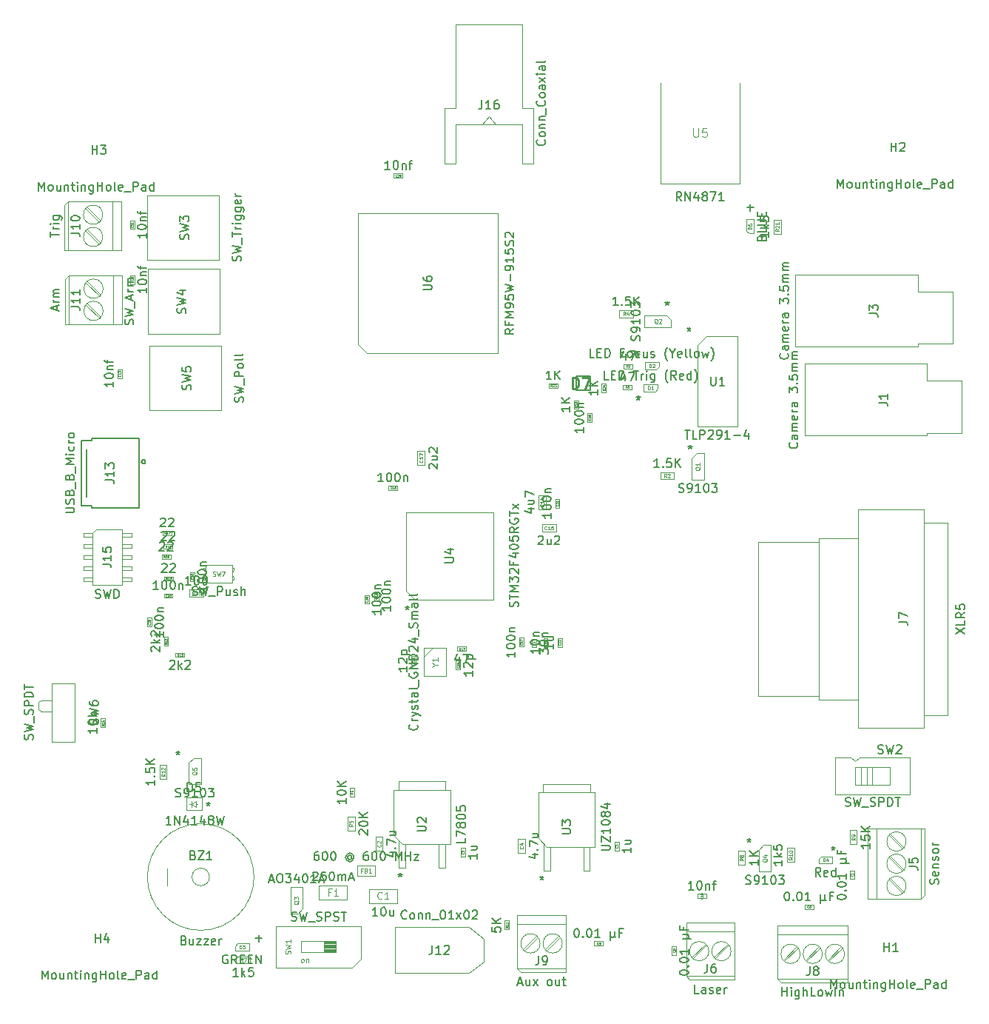
<source format=gbr>
G04 #@! TF.GenerationSoftware,KiCad,Pcbnew,(5.1.4)-1*
G04 #@! TF.CreationDate,2020-12-23T09:12:06-05:00*
G04 #@! TF.ProjectId,CameraTriggerR3SMD,43616d65-7261-4547-9269-676765725233,rev?*
G04 #@! TF.SameCoordinates,Original*
G04 #@! TF.FileFunction,Other,Fab,Top*
%FSLAX46Y46*%
G04 Gerber Fmt 4.6, Leading zero omitted, Abs format (unit mm)*
G04 Created by KiCad (PCBNEW (5.1.4)-1) date 2020-12-23 09:12:06*
%MOMM*%
%LPD*%
G04 APERTURE LIST*
%ADD10C,0.150000*%
%ADD11C,0.100000*%
%ADD12C,0.200000*%
%ADD13C,0.040000*%
%ADD14C,0.254000*%
%ADD15C,0.075000*%
%ADD16C,0.060000*%
%ADD17C,0.080000*%
%ADD18C,0.120000*%
%ADD19C,0.090000*%
%ADD20C,0.105000*%
G04 APERTURE END LIST*
D10*
X79517287Y-10541308D02*
X80279192Y-10541308D01*
X79898240Y-10922260D02*
X79898240Y-10160356D01*
X89397840Y-83567020D02*
X89397840Y-83805116D01*
X89159744Y-83709878D02*
X89397840Y-83805116D01*
X89635935Y-83709878D01*
X89254982Y-83995592D02*
X89397840Y-83805116D01*
X89540697Y-83995592D01*
X67050920Y-27112980D02*
X67050920Y-27351076D01*
X66812824Y-27255838D02*
X67050920Y-27351076D01*
X67289015Y-27255838D01*
X66908062Y-27541552D02*
X67050920Y-27351076D01*
X67193777Y-27541552D01*
X67076320Y-32055820D02*
X67076320Y-32293916D01*
X66838224Y-32198678D02*
X67076320Y-32293916D01*
X67314415Y-32198678D01*
X66933462Y-32484392D02*
X67076320Y-32293916D01*
X67219177Y-32484392D01*
X14396720Y-72655180D02*
X14396720Y-72893276D01*
X14158624Y-72798038D02*
X14396720Y-72893276D01*
X14634815Y-72798038D01*
X14253862Y-73083752D02*
X14396720Y-72893276D01*
X14539577Y-73083752D01*
X39822120Y-86630260D02*
X39822120Y-86868356D01*
X39584024Y-86773118D02*
X39822120Y-86868356D01*
X40060215Y-86773118D01*
X39679262Y-87058832D02*
X39822120Y-86868356D01*
X39964977Y-87058832D01*
X56052720Y-86945220D02*
X56052720Y-87183316D01*
X55814624Y-87088078D02*
X56052720Y-87183316D01*
X56290815Y-87088078D01*
X55909862Y-87373792D02*
X56052720Y-87183316D01*
X56195577Y-87373792D01*
X17871440Y-78507340D02*
X17871440Y-78745436D01*
X17633344Y-78650198D02*
X17871440Y-78745436D01*
X18109535Y-78650198D01*
X17728582Y-78935912D02*
X17871440Y-78745436D01*
X18014297Y-78935912D01*
X23256287Y-94092068D02*
X24018192Y-94092068D01*
X23637240Y-94473020D02*
X23637240Y-93711116D01*
X40650160Y-56053740D02*
X40650160Y-56291836D01*
X40412064Y-56196598D02*
X40650160Y-56291836D01*
X40888255Y-56196598D01*
X40507302Y-56482312D02*
X40650160Y-56291836D01*
X40793017Y-56482312D01*
X72913240Y-24202140D02*
X72913240Y-24440236D01*
X72675144Y-24344998D02*
X72913240Y-24440236D01*
X73151335Y-24344998D01*
X72770382Y-24630712D02*
X72913240Y-24440236D01*
X73056097Y-24630712D01*
X70408800Y-21240500D02*
X70408800Y-21478596D01*
X70170704Y-21383358D02*
X70408800Y-21478596D01*
X70646895Y-21383358D01*
X70265942Y-21669072D02*
X70408800Y-21478596D01*
X70551657Y-21669072D01*
X73035160Y-37699700D02*
X73035160Y-37937796D01*
X72797064Y-37842558D02*
X73035160Y-37937796D01*
X73273255Y-37842558D01*
X72892302Y-38128272D02*
X73035160Y-37937796D01*
X73178017Y-38128272D01*
X79761080Y-82652620D02*
X79761080Y-82890716D01*
X79522984Y-82795478D02*
X79761080Y-82890716D01*
X79999175Y-82795478D01*
X79618222Y-83081192D02*
X79761080Y-82890716D01*
X79903937Y-83081192D01*
D11*
X56858280Y-30651640D02*
X57858280Y-30651640D01*
X56858280Y-31151640D02*
X56858280Y-30651640D01*
X57858280Y-31151640D02*
X56858280Y-31151640D01*
X57858280Y-30651640D02*
X57858280Y-31151640D01*
D12*
X59977120Y-29842560D02*
X61577120Y-29842560D01*
X61577120Y-29842560D02*
X61577120Y-31442560D01*
X61577120Y-31442560D02*
X59977120Y-31442560D01*
X59977120Y-31442560D02*
X59977120Y-29842560D01*
D11*
X17325400Y-53085760D02*
X17575400Y-53085760D01*
X17325400Y-52835760D02*
X17325400Y-53085760D01*
X17575400Y-52585760D02*
X17325400Y-52835760D01*
X17325400Y-52035760D02*
X17575400Y-52285760D01*
X17325400Y-51785760D02*
X17325400Y-52035760D01*
X17575400Y-51785760D02*
X17325400Y-51785760D01*
X20825400Y-53085760D02*
X20575400Y-53085760D01*
X20825400Y-52835760D02*
X20825400Y-53085760D01*
X20575400Y-52585760D02*
X20825400Y-52835760D01*
X20825400Y-52035760D02*
X20575400Y-52285760D01*
X20825400Y-51785760D02*
X20825400Y-52035760D01*
X20575400Y-51785760D02*
X20825400Y-51785760D01*
X17575400Y-53435760D02*
X17575400Y-51435760D01*
X20575400Y-53435760D02*
X17575400Y-53435760D01*
X20575400Y-51435760D02*
X20575400Y-53435760D01*
X17575400Y-51435760D02*
X20575400Y-51435760D01*
X15730320Y-54240480D02*
X17330320Y-54240480D01*
X15730320Y-55040480D02*
X15730320Y-54240480D01*
X17330320Y-55040480D02*
X15730320Y-55040480D01*
X17330320Y-54240480D02*
X17330320Y-55040480D01*
X62894400Y-31655640D02*
X62894400Y-30655640D01*
X63394400Y-31655640D02*
X62894400Y-31655640D01*
X63394400Y-30655640D02*
X63394400Y-31655640D01*
X62894400Y-30655640D02*
X63394400Y-30655640D01*
X59729560Y-33575880D02*
X59729560Y-32575880D01*
X60229560Y-33575880D02*
X59729560Y-33575880D01*
X60229560Y-32575880D02*
X60229560Y-33575880D01*
X59729560Y-32575880D02*
X60229560Y-32575880D01*
X16287560Y-52235480D02*
X16287560Y-53235480D01*
X15787560Y-52235480D02*
X16287560Y-52235480D01*
X15787560Y-53235480D02*
X15787560Y-52235480D01*
X16287560Y-53235480D02*
X15787560Y-53235480D01*
X61268800Y-35064320D02*
X61268800Y-34064320D01*
X61768800Y-35064320D02*
X61268800Y-35064320D01*
X61768800Y-34064320D02*
X61768800Y-35064320D01*
X61268800Y-34064320D02*
X61768800Y-34064320D01*
X39098600Y-6638480D02*
X40098600Y-6638480D01*
X39098600Y-7138480D02*
X39098600Y-6638480D01*
X40098600Y-7138480D02*
X39098600Y-7138480D01*
X40098600Y-6638480D02*
X40098600Y-7138480D01*
X99071280Y-20125000D02*
X103071280Y-20125000D01*
X99071280Y-18225000D02*
X99071280Y-20125000D01*
X85071280Y-18225000D02*
X99071280Y-18225000D01*
X85071280Y-26425000D02*
X85071280Y-18225000D01*
X99071280Y-26425000D02*
X85071280Y-26425000D01*
X99071280Y-26125000D02*
X99071280Y-26425000D01*
X103071280Y-26125000D02*
X99071280Y-26125000D01*
X103071280Y-20125000D02*
X103071280Y-26125000D01*
X15135480Y-61943920D02*
X14135480Y-61943920D01*
X15135480Y-61443920D02*
X15135480Y-61943920D01*
X14135480Y-61443920D02*
X15135480Y-61443920D01*
X14135480Y-61943920D02*
X14135480Y-61443920D01*
X55423880Y-59842640D02*
X55423880Y-60842640D01*
X54923880Y-59842640D02*
X55423880Y-59842640D01*
X54923880Y-60842640D02*
X54923880Y-59842640D01*
X55423880Y-60842640D02*
X54923880Y-60842640D01*
X28665400Y-88258840D02*
X27265400Y-88258840D01*
X27265400Y-91298840D02*
X27265400Y-88258840D01*
X28665400Y-90728840D02*
X28115400Y-91298840D01*
X28115400Y-91298840D02*
X27265400Y-91298840D01*
X28665400Y-90728840D02*
X28665400Y-88278840D01*
X82618280Y-13530120D02*
X82618280Y-11930120D01*
X83418280Y-13530120D02*
X82618280Y-13530120D01*
X83418280Y-11930120D02*
X83418280Y-13530120D01*
X82618280Y-11930120D02*
X83418280Y-11930120D01*
X80277920Y-11905080D02*
X79477920Y-11905080D01*
X80277920Y-13505080D02*
X80277920Y-11905080D01*
X79777920Y-13505080D02*
X80277920Y-13505080D01*
X79477920Y-13205080D02*
X79777920Y-13505080D01*
X79477920Y-11905080D02*
X79477920Y-13205080D01*
X53465920Y-60741040D02*
X53465920Y-59741040D01*
X53965920Y-60741040D02*
X53465920Y-60741040D01*
X53965920Y-59741040D02*
X53965920Y-60741040D01*
X53465920Y-59741040D02*
X53965920Y-59741040D01*
X9434640Y-18275680D02*
X9434640Y-19275680D01*
X8934640Y-18275680D02*
X9434640Y-18275680D01*
X8934640Y-19275680D02*
X8934640Y-18275680D01*
X9434640Y-19275680D02*
X8934640Y-19275680D01*
X51794600Y-93077920D02*
X51794600Y-92077920D01*
X52294600Y-93077920D02*
X51794600Y-93077920D01*
X52294600Y-92077920D02*
X52294600Y-93077920D01*
X51794600Y-92077920D02*
X52294600Y-92077920D01*
X92109240Y-81755080D02*
X92109240Y-83355080D01*
X91309240Y-81755080D02*
X92109240Y-81755080D01*
X91309240Y-83355080D02*
X91309240Y-81755080D01*
X92109240Y-83355080D02*
X91309240Y-83355080D01*
X73855960Y-89000520D02*
X74855960Y-89000520D01*
X73855960Y-89500520D02*
X73855960Y-89000520D01*
X74855960Y-89500520D02*
X73855960Y-89500520D01*
X74855960Y-89000520D02*
X74855960Y-89500520D01*
X62055120Y-94441200D02*
X63055120Y-94441200D01*
X62055120Y-94941200D02*
X62055120Y-94441200D01*
X63055120Y-94941200D02*
X62055120Y-94941200D01*
X63055120Y-94441200D02*
X63055120Y-94941200D01*
X91322080Y-87342600D02*
X91322080Y-86342600D01*
X91822080Y-87342600D02*
X91322080Y-87342600D01*
X91822080Y-86342600D02*
X91822080Y-87342600D01*
X91322080Y-86342600D02*
X91822080Y-86342600D01*
X86129240Y-90255280D02*
X87129240Y-90255280D01*
X86129240Y-90755280D02*
X86129240Y-90255280D01*
X87129240Y-90755280D02*
X86129240Y-90755280D01*
X87129240Y-90255280D02*
X87129240Y-90755280D01*
X22679560Y-96970800D02*
X21079560Y-96970800D01*
X22679560Y-96170800D02*
X22679560Y-96970800D01*
X21079560Y-96170800D02*
X22679560Y-96170800D01*
X21079560Y-96970800D02*
X21079560Y-96170800D01*
X34085720Y-77903960D02*
X34085720Y-76903960D01*
X34585720Y-77903960D02*
X34085720Y-77903960D01*
X34585720Y-76903960D02*
X34585720Y-77903960D01*
X34085720Y-76903960D02*
X34585720Y-76903960D01*
X34634120Y-80175200D02*
X34634120Y-81775200D01*
X33834120Y-80175200D02*
X34634120Y-80175200D01*
X33834120Y-81775200D02*
X33834120Y-80175200D01*
X34634120Y-81775200D02*
X33834120Y-81775200D01*
X34930840Y-85775240D02*
X36930840Y-85775240D01*
X34930840Y-86975240D02*
X34930840Y-85775240D01*
X36930840Y-86975240D02*
X34930840Y-86975240D01*
X36930840Y-85775240D02*
X36930840Y-86975240D01*
X30561480Y-88069520D02*
X33761480Y-88069520D01*
X30561480Y-89669520D02*
X30561480Y-88069520D01*
X33761480Y-89669520D02*
X30561480Y-89669520D01*
X33761480Y-88069520D02*
X33761480Y-89669520D01*
X22546080Y-95506600D02*
X22546080Y-94706600D01*
X20946080Y-95506600D02*
X22546080Y-95506600D01*
X20946080Y-95006600D02*
X20946080Y-95506600D01*
X21246080Y-94706600D02*
X20946080Y-95006600D01*
X22546080Y-94706600D02*
X21246080Y-94706600D01*
X64857440Y-83060920D02*
X64857440Y-84060920D01*
X64357440Y-83060920D02*
X64857440Y-83060920D01*
X64357440Y-84060920D02*
X64357440Y-83060920D01*
X64857440Y-84060920D02*
X64357440Y-84060920D01*
X54136240Y-82720380D02*
X54136240Y-84320380D01*
X53336240Y-82720380D02*
X54136240Y-82720380D01*
X53336240Y-84320380D02*
X53336240Y-82720380D01*
X54136240Y-84320380D02*
X53336240Y-84320380D01*
X47250160Y-83746720D02*
X47250160Y-84746720D01*
X46750160Y-83746720D02*
X47250160Y-83746720D01*
X46750160Y-84746720D02*
X46750160Y-83746720D01*
X47250160Y-84746720D02*
X46750160Y-84746720D01*
X37834520Y-82512000D02*
X37834520Y-84112000D01*
X37034520Y-82512000D02*
X37834520Y-82512000D01*
X37034520Y-84112000D02*
X37034520Y-82512000D01*
X37834520Y-84112000D02*
X37034520Y-84112000D01*
X39481560Y-90070840D02*
X36281560Y-90070840D01*
X39481560Y-88470840D02*
X39481560Y-90070840D01*
X36281560Y-88470840D02*
X39481560Y-88470840D01*
X36281560Y-90070840D02*
X36281560Y-88470840D01*
X12550520Y-50224880D02*
X13550520Y-50224880D01*
X12550520Y-50724880D02*
X12550520Y-50224880D01*
X13550520Y-50724880D02*
X12550520Y-50724880D01*
X13550520Y-50224880D02*
X13550520Y-50724880D01*
X12779120Y-49051400D02*
X13779120Y-49051400D01*
X12779120Y-49551400D02*
X12779120Y-49051400D01*
X13779120Y-49551400D02*
X12779120Y-49551400D01*
X13779120Y-49051400D02*
X13779120Y-49551400D01*
X12819760Y-52724240D02*
X13819760Y-52724240D01*
X12819760Y-53224240D02*
X12819760Y-52724240D01*
X13819760Y-53224240D02*
X12819760Y-53224240D01*
X13819760Y-52724240D02*
X13819760Y-53224240D01*
X12667360Y-47507080D02*
X13667360Y-47507080D01*
X12667360Y-48007080D02*
X12667360Y-47507080D01*
X13667360Y-48007080D02*
X12667360Y-48007080D01*
X13667360Y-47507080D02*
X13667360Y-48007080D01*
X84141360Y-85376920D02*
X84141360Y-83776920D01*
X84941360Y-85376920D02*
X84141360Y-85376920D01*
X84941360Y-83776920D02*
X84941360Y-85376920D01*
X84141360Y-83776920D02*
X84941360Y-83776920D01*
X79327960Y-84102040D02*
X79327960Y-85702040D01*
X78527960Y-84102040D02*
X79327960Y-84102040D01*
X78527960Y-85702040D02*
X78527960Y-84102040D01*
X79327960Y-85702040D02*
X78527960Y-85702040D01*
X80889880Y-86483000D02*
X82289880Y-86483000D01*
X82289880Y-83443000D02*
X82289880Y-86483000D01*
X80889880Y-84013000D02*
X81439880Y-83443000D01*
X81439880Y-83443000D02*
X82289880Y-83443000D01*
X80889880Y-84013000D02*
X80889880Y-86463000D01*
X89324080Y-85530640D02*
X89324080Y-84730640D01*
X87724080Y-85530640D02*
X89324080Y-85530640D01*
X87724080Y-85030640D02*
X87724080Y-85530640D01*
X88024080Y-84730640D02*
X87724080Y-85030640D01*
X89324080Y-84730640D02*
X88024080Y-84730640D01*
X12789280Y-54669880D02*
X13789280Y-54669880D01*
X12789280Y-55169880D02*
X12789280Y-54669880D01*
X13789280Y-55169880D02*
X12789280Y-55169880D01*
X13789280Y-54669880D02*
X13789280Y-55169880D01*
X71446200Y-94988760D02*
X71446200Y-95988760D01*
X70946200Y-94988760D02*
X71446200Y-94988760D01*
X70946200Y-95988760D02*
X70946200Y-94988760D01*
X71446200Y-95988760D02*
X70946200Y-95988760D01*
X61547440Y-86346520D02*
X61547440Y-83646520D01*
X60797440Y-86346520D02*
X61547440Y-86346520D01*
X60797440Y-83646520D02*
X60797440Y-86346520D01*
X56987440Y-86346520D02*
X56987440Y-83646520D01*
X56237440Y-86346520D02*
X56987440Y-86346520D01*
X56237440Y-83241520D02*
X56237440Y-86346520D01*
X55642440Y-82646520D02*
X55642440Y-77426520D01*
X56642440Y-83646520D02*
X55642440Y-82646520D01*
X62142440Y-83646520D02*
X56642440Y-83646520D01*
X62142440Y-77426520D02*
X62142440Y-83646520D01*
X55642440Y-77426520D02*
X62142440Y-77426520D01*
X61592440Y-76426520D02*
X61592440Y-77426520D01*
X56192440Y-76426520D02*
X61592440Y-76426520D01*
X56192440Y-77426520D02*
X56192440Y-76426520D01*
X31156667Y-95707200D02*
X31156667Y-94437200D01*
X32510000Y-94507200D02*
X31156667Y-94507200D01*
X32510000Y-94607200D02*
X31156667Y-94607200D01*
X32510000Y-94707200D02*
X31156667Y-94707200D01*
X32510000Y-94807200D02*
X31156667Y-94807200D01*
X32510000Y-94907200D02*
X31156667Y-94907200D01*
X32510000Y-95007200D02*
X31156667Y-95007200D01*
X32510000Y-95107200D02*
X31156667Y-95107200D01*
X32510000Y-95207200D02*
X31156667Y-95207200D01*
X32510000Y-95307200D02*
X31156667Y-95307200D01*
X32510000Y-95407200D02*
X31156667Y-95407200D01*
X32510000Y-95507200D02*
X31156667Y-95507200D01*
X32510000Y-95607200D02*
X31156667Y-95607200D01*
X28450000Y-95707200D02*
X32510000Y-95707200D01*
X28450000Y-94437200D02*
X28450000Y-95707200D01*
X32510000Y-94437200D02*
X28450000Y-94437200D01*
X32510000Y-95707200D02*
X32510000Y-94437200D01*
X35370000Y-96432200D02*
X34370000Y-97432200D01*
X35370000Y-92712200D02*
X35370000Y-96432200D01*
X25590000Y-92712200D02*
X35370000Y-92712200D01*
X25590000Y-97432200D02*
X25590000Y-92712200D01*
X34370000Y-97432200D02*
X25590000Y-97432200D01*
X43585320Y-60909400D02*
X42585320Y-61909400D01*
X45085320Y-64109400D02*
X45085320Y-60909400D01*
X42585320Y-64109400D02*
X45085320Y-64109400D01*
X42585320Y-60909400D02*
X42585320Y-64109400D01*
X45085320Y-60909400D02*
X42585320Y-60909400D01*
X44997800Y-86047360D02*
X44997800Y-83347360D01*
X44247800Y-86047360D02*
X44997800Y-86047360D01*
X44247800Y-83347360D02*
X44247800Y-86047360D01*
X40437800Y-86047360D02*
X40437800Y-83347360D01*
X39687800Y-86047360D02*
X40437800Y-86047360D01*
X39687800Y-82942360D02*
X39687800Y-86047360D01*
X39092800Y-82347360D02*
X39092800Y-77127360D01*
X40092800Y-83347360D02*
X39092800Y-82347360D01*
X45592800Y-83347360D02*
X40092800Y-83347360D01*
X45592800Y-77127360D02*
X45592800Y-83347360D01*
X39092800Y-77127360D02*
X45592800Y-77127360D01*
X45042800Y-76127360D02*
X45042800Y-77127360D01*
X39642800Y-76127360D02*
X45042800Y-76127360D01*
X39642800Y-77127360D02*
X39642800Y-76127360D01*
X69657840Y3733880D02*
X69657840Y-7766120D01*
X78657840Y-7766120D02*
X78657840Y3733880D01*
X69657840Y-7766120D02*
X78657840Y-7766120D01*
X41496480Y-55352960D02*
X40496480Y-54352960D01*
X50496480Y-55352960D02*
X41496480Y-55352960D01*
X50496480Y-45352960D02*
X50496480Y-55352960D01*
X40496480Y-45352960D02*
X50496480Y-45352960D01*
X40496480Y-54352960D02*
X40496480Y-45352960D01*
X36017200Y-27184200D02*
X35017200Y-26184200D01*
X51017200Y-27184200D02*
X36017200Y-27184200D01*
X51017200Y-11184200D02*
X51017200Y-27184200D01*
X35017200Y-11184200D02*
X51017200Y-11184200D01*
X35017200Y-26184200D02*
X35017200Y-11184200D01*
X73874200Y-26274120D02*
X74874200Y-25274120D01*
X73874200Y-35574120D02*
X73874200Y-26274120D01*
X78424200Y-35574120D02*
X73874200Y-35574120D01*
X78424200Y-25274120D02*
X78424200Y-35574120D01*
X74874200Y-25274120D02*
X78424200Y-25274120D01*
X2600200Y-71615040D02*
X2600200Y-64915040D01*
X200Y-71615040D02*
X2600200Y-71615040D01*
X200Y-64915040D02*
X200Y-71615040D01*
X2600200Y-64915040D02*
X200Y-64915040D01*
X-1299800Y-68165040D02*
X200Y-68165040D01*
X-1349800Y-68115040D02*
X-1299800Y-68165040D01*
X-1549800Y-67915040D02*
X-1349800Y-68115040D01*
X-1549800Y-67065040D02*
X-1549800Y-67915040D01*
X-1349800Y-66865040D02*
X-1549800Y-67065040D01*
X-49800Y-66865040D02*
X-1349800Y-66865040D01*
X19340000Y-26348200D02*
X11140000Y-26348200D01*
X19340000Y-33748200D02*
X11140000Y-33748200D01*
X11140000Y-26348200D02*
X11140000Y-33748200D01*
X19340000Y-33748200D02*
X19340000Y-26348200D01*
X10946960Y-24959800D02*
X19146960Y-24959800D01*
X10946960Y-17559800D02*
X19146960Y-17559800D01*
X19146960Y-24959800D02*
X19146960Y-17559800D01*
X10946960Y-17559800D02*
X10946960Y-24959800D01*
X19086000Y-9137160D02*
X10886000Y-9137160D01*
X19086000Y-16537160D02*
X10886000Y-16537160D01*
X10886000Y-9137160D02*
X10886000Y-16537160D01*
X19086000Y-16537160D02*
X19086000Y-9137160D01*
X91887040Y-73884520D02*
X92387040Y-73384520D01*
X91387040Y-73384520D02*
X91887040Y-73884520D01*
X89587040Y-73384520D02*
X91387040Y-73384520D01*
X93887040Y-74534520D02*
X93887040Y-76534520D01*
X93227040Y-74534520D02*
X93227040Y-76534520D01*
X92547040Y-74534520D02*
X92547040Y-76534520D01*
X91887040Y-74534520D02*
X91887040Y-76534520D01*
X91887040Y-76534520D02*
X95887040Y-76534520D01*
X95887040Y-74534520D02*
X95887040Y-76534520D01*
X91887040Y-74534520D02*
X95887040Y-74534520D01*
X89587040Y-77684520D02*
X89587040Y-73384520D01*
X98187040Y-77684520D02*
X89587040Y-77684520D01*
X98187040Y-73384520D02*
X98187040Y-77684520D01*
X92387040Y-73384520D02*
X98187040Y-73384520D01*
X12790360Y-60637040D02*
X12790360Y-59637040D01*
X13290360Y-60637040D02*
X12790360Y-60637040D01*
X13290360Y-59637040D02*
X13290360Y-60637040D01*
X12790360Y-59637040D02*
X13290360Y-59637040D01*
X5571680Y-69974080D02*
X5571680Y-68974080D01*
X6071680Y-69974080D02*
X5571680Y-69974080D01*
X6071680Y-68974080D02*
X6071680Y-69974080D01*
X5571680Y-68974080D02*
X6071680Y-68974080D01*
X47388400Y-61240480D02*
X46388400Y-61240480D01*
X47388400Y-60740480D02*
X47388400Y-61240480D01*
X46388400Y-60740480D02*
X47388400Y-60740480D01*
X46388400Y-61240480D02*
X46388400Y-60740480D01*
X12320320Y-75877220D02*
X12320320Y-74277220D01*
X13120320Y-75877220D02*
X12320320Y-75877220D01*
X13120320Y-74277220D02*
X13120320Y-75877220D01*
X12320320Y-74277220D02*
X13120320Y-74277220D01*
X64900951Y-22294320D02*
X66500951Y-22294320D01*
X64900951Y-23094320D02*
X64900951Y-22294320D01*
X66500951Y-23094320D02*
X64900951Y-23094320D01*
X66500951Y-22294320D02*
X66500951Y-23094320D01*
X65341880Y-30829440D02*
X66341880Y-30829440D01*
X65341880Y-31329440D02*
X65341880Y-30829440D01*
X66341880Y-31329440D02*
X65341880Y-31329440D01*
X66341880Y-30829440D02*
X66341880Y-31329440D01*
X69598640Y-40819120D02*
X71198640Y-40819120D01*
X69598640Y-41619120D02*
X69598640Y-40819120D01*
X71198640Y-41619120D02*
X69598640Y-41619120D01*
X71198640Y-40819120D02*
X71198640Y-41619120D01*
X65428240Y-28441840D02*
X66428240Y-28441840D01*
X65428240Y-28941840D02*
X65428240Y-28441840D01*
X66428240Y-28941840D02*
X65428240Y-28941840D01*
X66428240Y-28441840D02*
X66428240Y-28941840D01*
X15626129Y-76503280D02*
X17026129Y-76503280D01*
X17026129Y-73463280D02*
X17026129Y-76503280D01*
X15626129Y-74033280D02*
X16176129Y-73463280D01*
X16176129Y-73463280D02*
X17026129Y-73463280D01*
X15626129Y-74033280D02*
X15626129Y-76483280D01*
X67816920Y-22840720D02*
X67816920Y-24240720D01*
X70856920Y-24240720D02*
X67816920Y-24240720D01*
X70286920Y-22840720D02*
X70856920Y-23390720D01*
X70856920Y-23390720D02*
X70856920Y-24240720D01*
X70286920Y-22840720D02*
X67836920Y-22840720D01*
X73224160Y-41667240D02*
X74624160Y-41667240D01*
X74624160Y-38627240D02*
X74624160Y-41667240D01*
X73224160Y-39197240D02*
X73774160Y-38627240D01*
X73774160Y-38627240D02*
X74624160Y-38627240D01*
X73224160Y-39197240D02*
X73224160Y-41647240D01*
D10*
X10636040Y-39824080D02*
X10411040Y-39824080D01*
X10636040Y-39374080D02*
X10636040Y-39824080D01*
X10411040Y-39374080D02*
X10636040Y-39374080D01*
X10236040Y-39599080D02*
X10411040Y-39374080D01*
X10411040Y-39824080D02*
X10236040Y-39599080D01*
X3936040Y-38199080D02*
X3936040Y-43599080D01*
X9936040Y-44899080D02*
X9936040Y-36899080D01*
X4536040Y-44899080D02*
X9936040Y-44899080D01*
X4536040Y-44599080D02*
X4536040Y-44899080D01*
X3336040Y-44599080D02*
X4536040Y-44599080D01*
X3336040Y-37199080D02*
X3336040Y-44599080D01*
X4536040Y-37199080D02*
X3336040Y-37199080D01*
X4536040Y-36899080D02*
X4536040Y-37199080D01*
X9936040Y-36899080D02*
X4536040Y-36899080D01*
D11*
X9070240Y-53250440D02*
X8025240Y-53250440D01*
X9070240Y-52850440D02*
X9070240Y-53250440D01*
X8025240Y-52850440D02*
X9070240Y-52850440D01*
X3570240Y-53250440D02*
X4615240Y-53250440D01*
X3570240Y-52850440D02*
X3570240Y-53250440D01*
X4615240Y-52850440D02*
X3570240Y-52850440D01*
X9070240Y-51980440D02*
X8025240Y-51980440D01*
X9070240Y-51580440D02*
X9070240Y-51980440D01*
X8025240Y-51580440D02*
X9070240Y-51580440D01*
X3570240Y-51980440D02*
X4615240Y-51980440D01*
X3570240Y-51580440D02*
X3570240Y-51980440D01*
X4615240Y-51580440D02*
X3570240Y-51580440D01*
X9070240Y-50710440D02*
X8025240Y-50710440D01*
X9070240Y-50310440D02*
X9070240Y-50710440D01*
X8025240Y-50310440D02*
X9070240Y-50310440D01*
X3570240Y-50710440D02*
X4615240Y-50710440D01*
X3570240Y-50310440D02*
X3570240Y-50710440D01*
X4615240Y-50310440D02*
X3570240Y-50310440D01*
X9070240Y-49440440D02*
X8025240Y-49440440D01*
X9070240Y-49040440D02*
X9070240Y-49440440D01*
X8025240Y-49040440D02*
X9070240Y-49040440D01*
X3570240Y-49440440D02*
X4615240Y-49440440D01*
X3570240Y-49040440D02*
X3570240Y-49440440D01*
X4615240Y-49040440D02*
X3570240Y-49040440D01*
X9070240Y-48170440D02*
X8025240Y-48170440D01*
X9070240Y-47770440D02*
X9070240Y-48170440D01*
X8025240Y-47770440D02*
X9070240Y-47770440D01*
X3570240Y-48170440D02*
X4615240Y-48170440D01*
X3570240Y-47770440D02*
X3570240Y-48170440D01*
X4615240Y-47770440D02*
X3570240Y-47770440D01*
X8025240Y-47335440D02*
X8025240Y-53685440D01*
X4615240Y-47770440D02*
X5050240Y-47335440D01*
X4615240Y-53685440D02*
X4615240Y-47770440D01*
X5050240Y-47335440D02*
X8025240Y-47335440D01*
X8025240Y-53685440D02*
X4615240Y-53685440D01*
X49417280Y-94148120D02*
X47717280Y-92848120D01*
X49417280Y-96748120D02*
X47717280Y-98048120D01*
X47717280Y-92848120D02*
X39217280Y-92848120D01*
X47717280Y-98048120D02*
X39217280Y-98048120D01*
X39217280Y-98048120D02*
X39217280Y-92848120D01*
X49417280Y-96748120D02*
X49417280Y-94148120D01*
X55077360Y-5516800D02*
X55077360Y838200D01*
X53807360Y-5516800D02*
X55077360Y-5516800D01*
X53807360Y-1066800D02*
X53807360Y-5516800D01*
X46187360Y-1066800D02*
X53807360Y-1066800D01*
X46187360Y-5516800D02*
X46187360Y-1066800D01*
X44917360Y-5516800D02*
X46187360Y-5516800D01*
X44917360Y-5516800D02*
X44917360Y838200D01*
X46187360Y838200D02*
X44917360Y838200D01*
X55077360Y838200D02*
X53807360Y838200D01*
X53807360Y10363200D02*
X53807360Y838200D01*
X46187360Y10363200D02*
X53807360Y10363200D01*
X46187360Y838200D02*
X46187360Y10363200D01*
X49247360Y-1066800D02*
X49997360Y-66800D01*
X49997360Y-66800D02*
X50747360Y-1066800D01*
X5564480Y-23053000D02*
X4029480Y-21518000D01*
X5429480Y-23187000D02*
X3894480Y-21652000D01*
X5564480Y-20513000D02*
X4029480Y-18977000D01*
X5429480Y-20647000D02*
X3894480Y-19111000D01*
X6979480Y-18312000D02*
X6979480Y-23852000D01*
X1879480Y-18312000D02*
X1879480Y-23852000D01*
X1879480Y-18312000D02*
X7979480Y-18312000D01*
X1479480Y-18712000D02*
X1879480Y-18312000D01*
X1479480Y-23852000D02*
X1479480Y-18712000D01*
X7979480Y-23852000D02*
X1479480Y-23852000D01*
X7979480Y-18312000D02*
X7979480Y-23852000D01*
X5829480Y-22352000D02*
G75*
G03X5829480Y-22352000I-1100000J0D01*
G01*
X5829480Y-19812000D02*
G75*
G03X5829480Y-19812000I-1100000J0D01*
G01*
X5523840Y-14594800D02*
X3988840Y-13059800D01*
X5388840Y-14728800D02*
X3853840Y-13193800D01*
X5523840Y-12054800D02*
X3988840Y-10518800D01*
X5388840Y-12188800D02*
X3853840Y-10652800D01*
X6938840Y-9853800D02*
X6938840Y-15393800D01*
X1838840Y-9853800D02*
X1838840Y-15393800D01*
X1838840Y-9853800D02*
X7938840Y-9853800D01*
X1438840Y-10253800D02*
X1838840Y-9853800D01*
X1438840Y-15393800D02*
X1438840Y-10253800D01*
X7938840Y-15393800D02*
X1438840Y-15393800D01*
X7938840Y-9853800D02*
X7938840Y-15393800D01*
X5788840Y-13893800D02*
G75*
G03X5788840Y-13893800I-1100000J0D01*
G01*
X5788840Y-11353800D02*
G75*
G03X5788840Y-11353800I-1100000J0D01*
G01*
X57988160Y-93846040D02*
X56453160Y-95381040D01*
X58122160Y-93981040D02*
X56587160Y-95516040D01*
X55448160Y-93846040D02*
X53912160Y-95381040D01*
X55582160Y-93981040D02*
X54046160Y-95516040D01*
X53247160Y-92431040D02*
X58787160Y-92431040D01*
X53247160Y-97531040D02*
X58787160Y-97531040D01*
X53247160Y-97531040D02*
X53247160Y-91431040D01*
X53647160Y-97931040D02*
X53247160Y-97531040D01*
X58787160Y-97931040D02*
X53647160Y-97931040D01*
X58787160Y-91431040D02*
X58787160Y-97931040D01*
X53247160Y-91431040D02*
X58787160Y-91431040D01*
X58387160Y-94681040D02*
G75*
G03X58387160Y-94681040I-1100000J0D01*
G01*
X55847160Y-94681040D02*
G75*
G03X55847160Y-94681040I-1100000J0D01*
G01*
X90291880Y-95044920D02*
X88756880Y-96579920D01*
X90425880Y-95179920D02*
X88890880Y-96714920D01*
X87751880Y-95044920D02*
X86216880Y-96579920D01*
X87885880Y-95179920D02*
X86350880Y-96714920D01*
X85211880Y-95044920D02*
X83675880Y-96579920D01*
X85345880Y-95179920D02*
X83809880Y-96714920D01*
X83010880Y-93629920D02*
X91090880Y-93629920D01*
X83010880Y-98729920D02*
X91090880Y-98729920D01*
X83010880Y-98729920D02*
X83010880Y-92629920D01*
X83410880Y-99129920D02*
X83010880Y-98729920D01*
X91090880Y-99129920D02*
X83410880Y-99129920D01*
X91090880Y-92629920D02*
X91090880Y-99129920D01*
X83010880Y-92629920D02*
X91090880Y-92629920D01*
X90690880Y-95879920D02*
G75*
G03X90690880Y-95879920I-1100000J0D01*
G01*
X88150880Y-95879920D02*
G75*
G03X88150880Y-95879920I-1100000J0D01*
G01*
X85610880Y-95879920D02*
G75*
G03X85610880Y-95879920I-1100000J0D01*
G01*
X102486440Y-68571560D02*
X99786440Y-68571560D01*
X102486440Y-46571560D02*
X102486440Y-68571560D01*
X99786440Y-46571560D02*
X102486440Y-46571560D01*
X92286440Y-45071560D02*
X99786440Y-45071560D01*
X92286440Y-70071560D02*
X92286440Y-45071560D01*
X99786440Y-70071560D02*
X92286440Y-70071560D01*
X99786440Y-45071560D02*
X99786440Y-70071560D01*
X80786440Y-48771560D02*
X80786440Y-66371560D01*
X87786440Y-48771560D02*
X80786440Y-48771560D01*
X92286440Y-48321560D02*
X87786440Y-48321560D01*
X87786440Y-66821560D02*
X87786440Y-48321560D01*
X87786440Y-66821560D02*
X92286440Y-66821560D01*
X87786440Y-66371560D02*
X80786440Y-66371560D01*
X77302320Y-94735040D02*
X75767320Y-96270040D01*
X77436320Y-94870040D02*
X75901320Y-96405040D01*
X74762320Y-94735040D02*
X73226320Y-96270040D01*
X74896320Y-94870040D02*
X73360320Y-96405040D01*
X72561320Y-93320040D02*
X78101320Y-93320040D01*
X72561320Y-98420040D02*
X78101320Y-98420040D01*
X72561320Y-98420040D02*
X72561320Y-92320040D01*
X72961320Y-98820040D02*
X72561320Y-98420040D01*
X78101320Y-98820040D02*
X72961320Y-98820040D01*
X78101320Y-92320040D02*
X78101320Y-98820040D01*
X72561320Y-92320040D02*
X78101320Y-92320040D01*
X77701320Y-95570040D02*
G75*
G03X77701320Y-95570040I-1100000J0D01*
G01*
X75161320Y-95570040D02*
G75*
G03X75161320Y-95570040I-1100000J0D01*
G01*
X95796760Y-82326520D02*
X97331760Y-83861520D01*
X95931760Y-82192520D02*
X97466760Y-83727520D01*
X95796760Y-84866520D02*
X97331760Y-86401520D01*
X95931760Y-84732520D02*
X97466760Y-86267520D01*
X95796760Y-87406520D02*
X97331760Y-88942520D01*
X95931760Y-87272520D02*
X97466760Y-88808520D01*
X94381760Y-89607520D02*
X94381760Y-81527520D01*
X99481760Y-89607520D02*
X99481760Y-81527520D01*
X99481760Y-89607520D02*
X93381760Y-89607520D01*
X99881760Y-89207520D02*
X99481760Y-89607520D01*
X99881760Y-81527520D02*
X99881760Y-89207520D01*
X93381760Y-81527520D02*
X99881760Y-81527520D01*
X93381760Y-89607520D02*
X93381760Y-81527520D01*
X97731760Y-83027520D02*
G75*
G03X97731760Y-83027520I-1100000J0D01*
G01*
X97731760Y-85567520D02*
G75*
G03X97731760Y-85567520I-1100000J0D01*
G01*
X97731760Y-88107520D02*
G75*
G03X97731760Y-88107520I-1100000J0D01*
G01*
X100138080Y-30310400D02*
X104138080Y-30310400D01*
X100138080Y-28410400D02*
X100138080Y-30310400D01*
X86138080Y-28410400D02*
X100138080Y-28410400D01*
X86138080Y-36610400D02*
X86138080Y-28410400D01*
X100138080Y-36610400D02*
X86138080Y-36610400D01*
X100138080Y-36310400D02*
X100138080Y-36610400D01*
X104138080Y-36310400D02*
X100138080Y-36310400D01*
X104138080Y-30310400D02*
X104138080Y-36310400D01*
X15326129Y-78033280D02*
X17126129Y-78033280D01*
X17126129Y-78033280D02*
X17126129Y-79433280D01*
X17126129Y-79433280D02*
X15326129Y-79433280D01*
X15326129Y-79433280D02*
X15326129Y-78033280D01*
X15926129Y-78383280D02*
X15926129Y-79083280D01*
X15926129Y-78733280D02*
X15726129Y-78733280D01*
X15926129Y-78733280D02*
X16426129Y-78383280D01*
X16426129Y-78383280D02*
X16426129Y-79083280D01*
X16426129Y-79083280D02*
X15926129Y-78733280D01*
X16426129Y-78733280D02*
X16676129Y-78733280D01*
X67846040Y-28241040D02*
X67846040Y-29041040D01*
X69446040Y-28241040D02*
X67846040Y-28241040D01*
X69446040Y-28741040D02*
X69446040Y-28241040D01*
X69146040Y-29041040D02*
X69446040Y-28741040D01*
X67846040Y-29041040D02*
X69146040Y-29041040D01*
X67708880Y-30775960D02*
X67708880Y-31575960D01*
X69308880Y-30775960D02*
X67708880Y-30775960D01*
X69308880Y-31275960D02*
X69308880Y-30775960D01*
X69008880Y-31575960D02*
X69308880Y-31275960D01*
X67708880Y-31575960D02*
X69008880Y-31575960D01*
X46726920Y-62365000D02*
X46726920Y-63365000D01*
X46226920Y-62365000D02*
X46726920Y-62365000D01*
X46226920Y-63365000D02*
X46226920Y-62365000D01*
X46726920Y-63365000D02*
X46226920Y-63365000D01*
X56224360Y-60764040D02*
X56224360Y-59764040D01*
X56724360Y-60764040D02*
X56224360Y-60764040D01*
X56724360Y-59764040D02*
X56724360Y-60764040D01*
X56224360Y-59764040D02*
X56724360Y-59764040D01*
X57839800Y-60774200D02*
X57839800Y-59774200D01*
X58339800Y-60774200D02*
X57839800Y-60774200D01*
X58339800Y-59774200D02*
X58339800Y-60774200D01*
X57839800Y-59774200D02*
X58339800Y-59774200D01*
X42624960Y-38376960D02*
X42624960Y-39976960D01*
X41824960Y-38376960D02*
X42624960Y-38376960D01*
X41824960Y-39976960D02*
X41824960Y-38376960D01*
X42624960Y-39976960D02*
X41824960Y-39976960D01*
X57575640Y-44848400D02*
X57575640Y-43848400D01*
X58075640Y-44848400D02*
X57575640Y-44848400D01*
X58075640Y-43848400D02*
X58075640Y-44848400D01*
X57575640Y-43848400D02*
X58075640Y-43848400D01*
X11359960Y-57447560D02*
X11359960Y-58447560D01*
X10859960Y-57447560D02*
X11359960Y-57447560D01*
X10859960Y-58447560D02*
X10859960Y-57447560D01*
X11359960Y-58447560D02*
X10859960Y-58447560D01*
X36267200Y-54846600D02*
X36267200Y-55846600D01*
X35767200Y-54846600D02*
X36267200Y-54846600D01*
X35767200Y-55846600D02*
X35767200Y-54846600D01*
X36267200Y-55846600D02*
X35767200Y-55846600D01*
X37364480Y-54445280D02*
X37364480Y-55445280D01*
X36864480Y-54445280D02*
X37364480Y-54445280D01*
X36864480Y-55445280D02*
X36864480Y-54445280D01*
X37364480Y-55445280D02*
X36864480Y-55445280D01*
X38509320Y-42335640D02*
X39509320Y-42335640D01*
X38509320Y-42835640D02*
X38509320Y-42335640D01*
X39509320Y-42835640D02*
X38509320Y-42835640D01*
X39509320Y-42335640D02*
X39509320Y-42835640D01*
X55698440Y-45036640D02*
X55698440Y-43436640D01*
X56498440Y-45036640D02*
X55698440Y-45036640D01*
X56498440Y-43436640D02*
X56498440Y-45036640D01*
X55698440Y-43436640D02*
X56498440Y-43436640D01*
X7476680Y-30030040D02*
X7476680Y-29030040D01*
X7976680Y-30030040D02*
X7476680Y-30030040D01*
X7976680Y-29030040D02*
X7976680Y-30030040D01*
X7476680Y-29030040D02*
X7976680Y-29030040D01*
X9399080Y-12006960D02*
X9399080Y-13006960D01*
X8899080Y-12006960D02*
X9399080Y-12006960D01*
X8899080Y-13006960D02*
X8899080Y-12006960D01*
X9399080Y-13006960D02*
X8899080Y-13006960D01*
X57660440Y-47588120D02*
X56060440Y-47588120D01*
X57660440Y-46788120D02*
X57660440Y-47588120D01*
X56060440Y-46788120D02*
X57660440Y-46788120D01*
X56060440Y-47588120D02*
X56060440Y-46788120D01*
X41106280Y-62846840D02*
X41106280Y-61846840D01*
X41606280Y-62846840D02*
X41106280Y-62846840D01*
X41606280Y-61846840D02*
X41606280Y-62846840D01*
X41106280Y-61846840D02*
X41606280Y-61846840D01*
X13203400Y-86086440D02*
X13203400Y-88086440D01*
X18003400Y-87086440D02*
G75*
G03X18003400Y-87086440I-1000000J0D01*
G01*
X23103400Y-87086440D02*
G75*
G03X23103400Y-87086440I-6100000J0D01*
G01*
D10*
X57143994Y-30184020D02*
X56572565Y-30184020D01*
X56858280Y-30184020D02*
X56858280Y-29184020D01*
X56763041Y-29326878D01*
X56667803Y-29422116D01*
X56572565Y-29469735D01*
X57572565Y-30184020D02*
X57572565Y-29184020D01*
X58143994Y-30184020D02*
X57715422Y-29612592D01*
X58143994Y-29184020D02*
X57572565Y-29755449D01*
D13*
X57197565Y-31014735D02*
X57114232Y-30895687D01*
X57054708Y-31014735D02*
X57054708Y-30764735D01*
X57149946Y-30764735D01*
X57173756Y-30776640D01*
X57185660Y-30788544D01*
X57197565Y-30812354D01*
X57197565Y-30848068D01*
X57185660Y-30871878D01*
X57173756Y-30883782D01*
X57149946Y-30895687D01*
X57054708Y-30895687D01*
X57292803Y-30788544D02*
X57304708Y-30776640D01*
X57328518Y-30764735D01*
X57388041Y-30764735D01*
X57411851Y-30776640D01*
X57423756Y-30788544D01*
X57435660Y-30812354D01*
X57435660Y-30836163D01*
X57423756Y-30871878D01*
X57280899Y-31014735D01*
X57435660Y-31014735D01*
X57518994Y-30764735D02*
X57673756Y-30764735D01*
X57590422Y-30859973D01*
X57626137Y-30859973D01*
X57649946Y-30871878D01*
X57661851Y-30883782D01*
X57673756Y-30907592D01*
X57673756Y-30967116D01*
X57661851Y-30990925D01*
X57649946Y-31002830D01*
X57626137Y-31014735D01*
X57554708Y-31014735D01*
X57530899Y-31002830D01*
X57518994Y-30990925D01*
D14*
X59539739Y-31217083D02*
X59539739Y-29947083D01*
X59842120Y-29947083D01*
X60023548Y-30007560D01*
X60144500Y-30128512D01*
X60204977Y-30249464D01*
X60265453Y-30491369D01*
X60265453Y-30672798D01*
X60204977Y-30914702D01*
X60144500Y-31035655D01*
X60023548Y-31156607D01*
X59842120Y-31217083D01*
X59539739Y-31217083D01*
X60688786Y-29947083D02*
X61535453Y-29947083D01*
X60991167Y-31217083D01*
D10*
X16027780Y-54840521D02*
X16170638Y-54888140D01*
X16408733Y-54888140D01*
X16503971Y-54840521D01*
X16551590Y-54792902D01*
X16599209Y-54697664D01*
X16599209Y-54602426D01*
X16551590Y-54507188D01*
X16503971Y-54459569D01*
X16408733Y-54411950D01*
X16218257Y-54364331D01*
X16123019Y-54316712D01*
X16075400Y-54269093D01*
X16027780Y-54173855D01*
X16027780Y-54078617D01*
X16075400Y-53983379D01*
X16123019Y-53935760D01*
X16218257Y-53888140D01*
X16456352Y-53888140D01*
X16599209Y-53935760D01*
X16932542Y-53888140D02*
X17170638Y-54888140D01*
X17361114Y-54173855D01*
X17551590Y-54888140D01*
X17789685Y-53888140D01*
X17932542Y-54983379D02*
X18694447Y-54983379D01*
X18932542Y-54888140D02*
X18932542Y-53888140D01*
X19313495Y-53888140D01*
X19408733Y-53935760D01*
X19456352Y-53983379D01*
X19503971Y-54078617D01*
X19503971Y-54221474D01*
X19456352Y-54316712D01*
X19408733Y-54364331D01*
X19313495Y-54411950D01*
X18932542Y-54411950D01*
X20361114Y-54221474D02*
X20361114Y-54888140D01*
X19932542Y-54221474D02*
X19932542Y-54745283D01*
X19980161Y-54840521D01*
X20075400Y-54888140D01*
X20218257Y-54888140D01*
X20313495Y-54840521D01*
X20361114Y-54792902D01*
X20789685Y-54840521D02*
X20884923Y-54888140D01*
X21075400Y-54888140D01*
X21170638Y-54840521D01*
X21218257Y-54745283D01*
X21218257Y-54697664D01*
X21170638Y-54602426D01*
X21075400Y-54554807D01*
X20932542Y-54554807D01*
X20837304Y-54507188D01*
X20789685Y-54411950D01*
X20789685Y-54364331D01*
X20837304Y-54269093D01*
X20932542Y-54221474D01*
X21075400Y-54221474D01*
X21170638Y-54269093D01*
X21646828Y-54888140D02*
X21646828Y-53888140D01*
X22075400Y-54888140D02*
X22075400Y-54364331D01*
X22027780Y-54269093D01*
X21932542Y-54221474D01*
X21789685Y-54221474D01*
X21694447Y-54269093D01*
X21646828Y-54316712D01*
D15*
X18408733Y-52638140D02*
X18480161Y-52661950D01*
X18599209Y-52661950D01*
X18646828Y-52638140D01*
X18670638Y-52614331D01*
X18694447Y-52566712D01*
X18694447Y-52519093D01*
X18670638Y-52471474D01*
X18646828Y-52447664D01*
X18599209Y-52423855D01*
X18503971Y-52400045D01*
X18456352Y-52376236D01*
X18432542Y-52352426D01*
X18408733Y-52304807D01*
X18408733Y-52257188D01*
X18432542Y-52209569D01*
X18456352Y-52185760D01*
X18503971Y-52161950D01*
X18623019Y-52161950D01*
X18694447Y-52185760D01*
X18861114Y-52161950D02*
X18980161Y-52661950D01*
X19075400Y-52304807D01*
X19170638Y-52661950D01*
X19289685Y-52161950D01*
X19432542Y-52161950D02*
X19765876Y-52161950D01*
X19551590Y-52661950D01*
D10*
X15863653Y-53662860D02*
X15292224Y-53662860D01*
X15577939Y-53662860D02*
X15577939Y-52662860D01*
X15482700Y-52805718D01*
X15387462Y-52900956D01*
X15292224Y-52948575D01*
X16482700Y-52662860D02*
X16577939Y-52662860D01*
X16673177Y-52710480D01*
X16720796Y-52758099D01*
X16768415Y-52853337D01*
X16816034Y-53043813D01*
X16816034Y-53281908D01*
X16768415Y-53472384D01*
X16720796Y-53567622D01*
X16673177Y-53615241D01*
X16577939Y-53662860D01*
X16482700Y-53662860D01*
X16387462Y-53615241D01*
X16339843Y-53567622D01*
X16292224Y-53472384D01*
X16244605Y-53281908D01*
X16244605Y-53043813D01*
X16292224Y-52853337D01*
X16339843Y-52758099D01*
X16387462Y-52710480D01*
X16482700Y-52662860D01*
X17435081Y-52662860D02*
X17530320Y-52662860D01*
X17625558Y-52710480D01*
X17673177Y-52758099D01*
X17720796Y-52853337D01*
X17768415Y-53043813D01*
X17768415Y-53281908D01*
X17720796Y-53472384D01*
X17673177Y-53567622D01*
X17625558Y-53615241D01*
X17530320Y-53662860D01*
X17435081Y-53662860D01*
X17339843Y-53615241D01*
X17292224Y-53567622D01*
X17244605Y-53472384D01*
X17196986Y-53281908D01*
X17196986Y-53043813D01*
X17244605Y-52853337D01*
X17292224Y-52758099D01*
X17339843Y-52710480D01*
X17435081Y-52662860D01*
D16*
X16273177Y-54821432D02*
X16139843Y-54630956D01*
X16044605Y-54821432D02*
X16044605Y-54421432D01*
X16196986Y-54421432D01*
X16235081Y-54440480D01*
X16254129Y-54459527D01*
X16273177Y-54497622D01*
X16273177Y-54554765D01*
X16254129Y-54592860D01*
X16235081Y-54611908D01*
X16196986Y-54630956D01*
X16044605Y-54630956D01*
X16425558Y-54459527D02*
X16444605Y-54440480D01*
X16482700Y-54421432D01*
X16577939Y-54421432D01*
X16616034Y-54440480D01*
X16635081Y-54459527D01*
X16654129Y-54497622D01*
X16654129Y-54535718D01*
X16635081Y-54592860D01*
X16406510Y-54821432D01*
X16654129Y-54821432D01*
X17016034Y-54421432D02*
X16825558Y-54421432D01*
X16806510Y-54611908D01*
X16825558Y-54592860D01*
X16863653Y-54573813D01*
X16958891Y-54573813D01*
X16996986Y-54592860D01*
X17016034Y-54611908D01*
X17035081Y-54650003D01*
X17035081Y-54745241D01*
X17016034Y-54783337D01*
X16996986Y-54802384D01*
X16958891Y-54821432D01*
X16863653Y-54821432D01*
X16825558Y-54802384D01*
X16806510Y-54783337D01*
D10*
X62426780Y-31369925D02*
X62426780Y-31941354D01*
X62426780Y-31655640D02*
X61426780Y-31655640D01*
X61569638Y-31750878D01*
X61664876Y-31846116D01*
X61712495Y-31941354D01*
X62426780Y-30941354D02*
X61426780Y-30941354D01*
X62426780Y-30369925D02*
X61855352Y-30798497D01*
X61426780Y-30369925D02*
X61998209Y-30941354D01*
D13*
X63257495Y-31316354D02*
X63138447Y-31399687D01*
X63257495Y-31459211D02*
X63007495Y-31459211D01*
X63007495Y-31363973D01*
X63019400Y-31340163D01*
X63031304Y-31328259D01*
X63055114Y-31316354D01*
X63090828Y-31316354D01*
X63114638Y-31328259D01*
X63126542Y-31340163D01*
X63138447Y-31363973D01*
X63138447Y-31459211D01*
X63031304Y-31221116D02*
X63019400Y-31209211D01*
X63007495Y-31185401D01*
X63007495Y-31125878D01*
X63019400Y-31102068D01*
X63031304Y-31090163D01*
X63055114Y-31078259D01*
X63078923Y-31078259D01*
X63114638Y-31090163D01*
X63257495Y-31233020D01*
X63257495Y-31078259D01*
X63090828Y-30863973D02*
X63257495Y-30863973D01*
X62995590Y-30923497D02*
X63174161Y-30983020D01*
X63174161Y-30828259D01*
D10*
X59261940Y-33290165D02*
X59261940Y-33861594D01*
X59261940Y-33575880D02*
X58261940Y-33575880D01*
X58404798Y-33671118D01*
X58500036Y-33766356D01*
X58547655Y-33861594D01*
X59261940Y-32861594D02*
X58261940Y-32861594D01*
X59261940Y-32290165D02*
X58690512Y-32718737D01*
X58261940Y-32290165D02*
X58833369Y-32861594D01*
D13*
X60092655Y-33236594D02*
X59973607Y-33319927D01*
X60092655Y-33379451D02*
X59842655Y-33379451D01*
X59842655Y-33284213D01*
X59854560Y-33260403D01*
X59866464Y-33248499D01*
X59890274Y-33236594D01*
X59925988Y-33236594D01*
X59949798Y-33248499D01*
X59961702Y-33260403D01*
X59973607Y-33284213D01*
X59973607Y-33379451D01*
X59866464Y-33141356D02*
X59854560Y-33129451D01*
X59842655Y-33105641D01*
X59842655Y-33046118D01*
X59854560Y-33022308D01*
X59866464Y-33010403D01*
X59890274Y-32998499D01*
X59914083Y-32998499D01*
X59949798Y-33010403D01*
X60092655Y-33153260D01*
X60092655Y-32998499D01*
X59866464Y-32903260D02*
X59854560Y-32891356D01*
X59842655Y-32867546D01*
X59842655Y-32808022D01*
X59854560Y-32784213D01*
X59866464Y-32772308D01*
X59890274Y-32760403D01*
X59914083Y-32760403D01*
X59949798Y-32772308D01*
X60092655Y-32915165D01*
X60092655Y-32760403D01*
D10*
X17659940Y-53854527D02*
X17659940Y-54425956D01*
X17659940Y-54140241D02*
X16659940Y-54140241D01*
X16802798Y-54235480D01*
X16898036Y-54330718D01*
X16945655Y-54425956D01*
X16659940Y-53235480D02*
X16659940Y-53140241D01*
X16707560Y-53045003D01*
X16755179Y-52997384D01*
X16850417Y-52949765D01*
X17040893Y-52902146D01*
X17278988Y-52902146D01*
X17469464Y-52949765D01*
X17564702Y-52997384D01*
X17612321Y-53045003D01*
X17659940Y-53140241D01*
X17659940Y-53235480D01*
X17612321Y-53330718D01*
X17564702Y-53378337D01*
X17469464Y-53425956D01*
X17278988Y-53473575D01*
X17040893Y-53473575D01*
X16850417Y-53425956D01*
X16755179Y-53378337D01*
X16707560Y-53330718D01*
X16659940Y-53235480D01*
X16659940Y-52283099D02*
X16659940Y-52187860D01*
X16707560Y-52092622D01*
X16755179Y-52045003D01*
X16850417Y-51997384D01*
X17040893Y-51949765D01*
X17278988Y-51949765D01*
X17469464Y-51997384D01*
X17564702Y-52045003D01*
X17612321Y-52092622D01*
X17659940Y-52187860D01*
X17659940Y-52283099D01*
X17612321Y-52378337D01*
X17564702Y-52425956D01*
X17469464Y-52473575D01*
X17278988Y-52521194D01*
X17040893Y-52521194D01*
X16850417Y-52473575D01*
X16755179Y-52425956D01*
X16707560Y-52378337D01*
X16659940Y-52283099D01*
X16993274Y-51521194D02*
X17659940Y-51521194D01*
X17088512Y-51521194D02*
X17040893Y-51473575D01*
X16993274Y-51378337D01*
X16993274Y-51235480D01*
X17040893Y-51140241D01*
X17136131Y-51092622D01*
X17659940Y-51092622D01*
D13*
X16126845Y-52896194D02*
X16138750Y-52908099D01*
X16150655Y-52943813D01*
X16150655Y-52967622D01*
X16138750Y-53003337D01*
X16114940Y-53027146D01*
X16091131Y-53039051D01*
X16043512Y-53050956D01*
X16007798Y-53050956D01*
X15960179Y-53039051D01*
X15936369Y-53027146D01*
X15912560Y-53003337D01*
X15900655Y-52967622D01*
X15900655Y-52943813D01*
X15912560Y-52908099D01*
X15924464Y-52896194D01*
X15900655Y-52812860D02*
X15900655Y-52658099D01*
X15995893Y-52741432D01*
X15995893Y-52705718D01*
X16007798Y-52681908D01*
X16019702Y-52670003D01*
X16043512Y-52658099D01*
X16103036Y-52658099D01*
X16126845Y-52670003D01*
X16138750Y-52681908D01*
X16150655Y-52705718D01*
X16150655Y-52777146D01*
X16138750Y-52800956D01*
X16126845Y-52812860D01*
X15900655Y-52503337D02*
X15900655Y-52479527D01*
X15912560Y-52455718D01*
X15924464Y-52443813D01*
X15948274Y-52431908D01*
X15995893Y-52420003D01*
X16055417Y-52420003D01*
X16103036Y-52431908D01*
X16126845Y-52443813D01*
X16138750Y-52455718D01*
X16150655Y-52479527D01*
X16150655Y-52503337D01*
X16138750Y-52527146D01*
X16126845Y-52539051D01*
X16103036Y-52550956D01*
X16055417Y-52562860D01*
X15995893Y-52562860D01*
X15948274Y-52550956D01*
X15924464Y-52539051D01*
X15912560Y-52527146D01*
X15900655Y-52503337D01*
D10*
X60801180Y-35683367D02*
X60801180Y-36254796D01*
X60801180Y-35969081D02*
X59801180Y-35969081D01*
X59944038Y-36064320D01*
X60039276Y-36159558D01*
X60086895Y-36254796D01*
X59801180Y-35064320D02*
X59801180Y-34969081D01*
X59848800Y-34873843D01*
X59896419Y-34826224D01*
X59991657Y-34778605D01*
X60182133Y-34730986D01*
X60420228Y-34730986D01*
X60610704Y-34778605D01*
X60705942Y-34826224D01*
X60753561Y-34873843D01*
X60801180Y-34969081D01*
X60801180Y-35064320D01*
X60753561Y-35159558D01*
X60705942Y-35207177D01*
X60610704Y-35254796D01*
X60420228Y-35302415D01*
X60182133Y-35302415D01*
X59991657Y-35254796D01*
X59896419Y-35207177D01*
X59848800Y-35159558D01*
X59801180Y-35064320D01*
X59801180Y-34111939D02*
X59801180Y-34016700D01*
X59848800Y-33921462D01*
X59896419Y-33873843D01*
X59991657Y-33826224D01*
X60182133Y-33778605D01*
X60420228Y-33778605D01*
X60610704Y-33826224D01*
X60705942Y-33873843D01*
X60753561Y-33921462D01*
X60801180Y-34016700D01*
X60801180Y-34111939D01*
X60753561Y-34207177D01*
X60705942Y-34254796D01*
X60610704Y-34302415D01*
X60420228Y-34350034D01*
X60182133Y-34350034D01*
X59991657Y-34302415D01*
X59896419Y-34254796D01*
X59848800Y-34207177D01*
X59801180Y-34111939D01*
X60134514Y-33350034D02*
X60801180Y-33350034D01*
X60229752Y-33350034D02*
X60182133Y-33302415D01*
X60134514Y-33207177D01*
X60134514Y-33064320D01*
X60182133Y-32969081D01*
X60277371Y-32921462D01*
X60801180Y-32921462D01*
D13*
X61608085Y-34725034D02*
X61619990Y-34736939D01*
X61631895Y-34772653D01*
X61631895Y-34796462D01*
X61619990Y-34832177D01*
X61596180Y-34855986D01*
X61572371Y-34867891D01*
X61524752Y-34879796D01*
X61489038Y-34879796D01*
X61441419Y-34867891D01*
X61417609Y-34855986D01*
X61393800Y-34832177D01*
X61381895Y-34796462D01*
X61381895Y-34772653D01*
X61393800Y-34736939D01*
X61405704Y-34725034D01*
X61405704Y-34629796D02*
X61393800Y-34617891D01*
X61381895Y-34594081D01*
X61381895Y-34534558D01*
X61393800Y-34510748D01*
X61405704Y-34498843D01*
X61429514Y-34486939D01*
X61453323Y-34486939D01*
X61489038Y-34498843D01*
X61631895Y-34641700D01*
X61631895Y-34486939D01*
X61631895Y-34367891D02*
X61631895Y-34320272D01*
X61619990Y-34296462D01*
X61608085Y-34284558D01*
X61572371Y-34260748D01*
X61524752Y-34248843D01*
X61429514Y-34248843D01*
X61405704Y-34260748D01*
X61393800Y-34272653D01*
X61381895Y-34296462D01*
X61381895Y-34344081D01*
X61393800Y-34367891D01*
X61405704Y-34379796D01*
X61429514Y-34391700D01*
X61489038Y-34391700D01*
X61512847Y-34379796D01*
X61524752Y-34367891D01*
X61536657Y-34344081D01*
X61536657Y-34296462D01*
X61524752Y-34272653D01*
X61512847Y-34260748D01*
X61489038Y-34248843D01*
D10*
X38670028Y-6170860D02*
X38098600Y-6170860D01*
X38384314Y-6170860D02*
X38384314Y-5170860D01*
X38289076Y-5313718D01*
X38193838Y-5408956D01*
X38098600Y-5456575D01*
X39289076Y-5170860D02*
X39384314Y-5170860D01*
X39479552Y-5218480D01*
X39527171Y-5266099D01*
X39574790Y-5361337D01*
X39622409Y-5551813D01*
X39622409Y-5789908D01*
X39574790Y-5980384D01*
X39527171Y-6075622D01*
X39479552Y-6123241D01*
X39384314Y-6170860D01*
X39289076Y-6170860D01*
X39193838Y-6123241D01*
X39146219Y-6075622D01*
X39098600Y-5980384D01*
X39050980Y-5789908D01*
X39050980Y-5551813D01*
X39098600Y-5361337D01*
X39146219Y-5266099D01*
X39193838Y-5218480D01*
X39289076Y-5170860D01*
X40050980Y-5504194D02*
X40050980Y-6170860D01*
X40050980Y-5599432D02*
X40098600Y-5551813D01*
X40193838Y-5504194D01*
X40336695Y-5504194D01*
X40431933Y-5551813D01*
X40479552Y-5647051D01*
X40479552Y-6170860D01*
X40812885Y-5504194D02*
X41193838Y-5504194D01*
X40955742Y-6170860D02*
X40955742Y-5313718D01*
X41003361Y-5218480D01*
X41098600Y-5170860D01*
X41193838Y-5170860D01*
D13*
X39437885Y-6977765D02*
X39425980Y-6989670D01*
X39390266Y-7001575D01*
X39366457Y-7001575D01*
X39330742Y-6989670D01*
X39306933Y-6965860D01*
X39295028Y-6942051D01*
X39283123Y-6894432D01*
X39283123Y-6858718D01*
X39295028Y-6811099D01*
X39306933Y-6787289D01*
X39330742Y-6763480D01*
X39366457Y-6751575D01*
X39390266Y-6751575D01*
X39425980Y-6763480D01*
X39437885Y-6775384D01*
X39533123Y-6775384D02*
X39545028Y-6763480D01*
X39568838Y-6751575D01*
X39628361Y-6751575D01*
X39652171Y-6763480D01*
X39664076Y-6775384D01*
X39675980Y-6799194D01*
X39675980Y-6823003D01*
X39664076Y-6858718D01*
X39521219Y-7001575D01*
X39675980Y-7001575D01*
X39818838Y-6858718D02*
X39795028Y-6846813D01*
X39783123Y-6834908D01*
X39771219Y-6811099D01*
X39771219Y-6799194D01*
X39783123Y-6775384D01*
X39795028Y-6763480D01*
X39818838Y-6751575D01*
X39866457Y-6751575D01*
X39890266Y-6763480D01*
X39902171Y-6775384D01*
X39914076Y-6799194D01*
X39914076Y-6811099D01*
X39902171Y-6834908D01*
X39890266Y-6846813D01*
X39866457Y-6858718D01*
X39818838Y-6858718D01*
X39795028Y-6870622D01*
X39783123Y-6882527D01*
X39771219Y-6906337D01*
X39771219Y-6953956D01*
X39783123Y-6977765D01*
X39795028Y-6989670D01*
X39818838Y-7001575D01*
X39866457Y-7001575D01*
X39890266Y-6989670D01*
X39902171Y-6977765D01*
X39914076Y-6953956D01*
X39914076Y-6906337D01*
X39902171Y-6882527D01*
X39890266Y-6870622D01*
X39866457Y-6858718D01*
D10*
X84178422Y-27229761D02*
X84226041Y-27277380D01*
X84273660Y-27420238D01*
X84273660Y-27515476D01*
X84226041Y-27658333D01*
X84130803Y-27753571D01*
X84035565Y-27801190D01*
X83845089Y-27848809D01*
X83702232Y-27848809D01*
X83511756Y-27801190D01*
X83416518Y-27753571D01*
X83321280Y-27658333D01*
X83273660Y-27515476D01*
X83273660Y-27420238D01*
X83321280Y-27277380D01*
X83368899Y-27229761D01*
X84273660Y-26372619D02*
X83749851Y-26372619D01*
X83654613Y-26420238D01*
X83606994Y-26515476D01*
X83606994Y-26705952D01*
X83654613Y-26801190D01*
X84226041Y-26372619D02*
X84273660Y-26467857D01*
X84273660Y-26705952D01*
X84226041Y-26801190D01*
X84130803Y-26848809D01*
X84035565Y-26848809D01*
X83940327Y-26801190D01*
X83892708Y-26705952D01*
X83892708Y-26467857D01*
X83845089Y-26372619D01*
X84273660Y-25896428D02*
X83606994Y-25896428D01*
X83702232Y-25896428D02*
X83654613Y-25848809D01*
X83606994Y-25753571D01*
X83606994Y-25610714D01*
X83654613Y-25515476D01*
X83749851Y-25467857D01*
X84273660Y-25467857D01*
X83749851Y-25467857D02*
X83654613Y-25420238D01*
X83606994Y-25325000D01*
X83606994Y-25182142D01*
X83654613Y-25086904D01*
X83749851Y-25039285D01*
X84273660Y-25039285D01*
X84226041Y-24182142D02*
X84273660Y-24277380D01*
X84273660Y-24467857D01*
X84226041Y-24563095D01*
X84130803Y-24610714D01*
X83749851Y-24610714D01*
X83654613Y-24563095D01*
X83606994Y-24467857D01*
X83606994Y-24277380D01*
X83654613Y-24182142D01*
X83749851Y-24134523D01*
X83845089Y-24134523D01*
X83940327Y-24610714D01*
X84273660Y-23705952D02*
X83606994Y-23705952D01*
X83797470Y-23705952D02*
X83702232Y-23658333D01*
X83654613Y-23610714D01*
X83606994Y-23515476D01*
X83606994Y-23420238D01*
X84273660Y-22658333D02*
X83749851Y-22658333D01*
X83654613Y-22705952D01*
X83606994Y-22801190D01*
X83606994Y-22991666D01*
X83654613Y-23086904D01*
X84226041Y-22658333D02*
X84273660Y-22753571D01*
X84273660Y-22991666D01*
X84226041Y-23086904D01*
X84130803Y-23134523D01*
X84035565Y-23134523D01*
X83940327Y-23086904D01*
X83892708Y-22991666D01*
X83892708Y-22753571D01*
X83845089Y-22658333D01*
X83273660Y-21515476D02*
X83273660Y-20896428D01*
X83654613Y-21229761D01*
X83654613Y-21086904D01*
X83702232Y-20991666D01*
X83749851Y-20944047D01*
X83845089Y-20896428D01*
X84083184Y-20896428D01*
X84178422Y-20944047D01*
X84226041Y-20991666D01*
X84273660Y-21086904D01*
X84273660Y-21372619D01*
X84226041Y-21467857D01*
X84178422Y-21515476D01*
X84178422Y-20467857D02*
X84226041Y-20420238D01*
X84273660Y-20467857D01*
X84226041Y-20515476D01*
X84178422Y-20467857D01*
X84273660Y-20467857D01*
X83273660Y-19515476D02*
X83273660Y-19991666D01*
X83749851Y-20039285D01*
X83702232Y-19991666D01*
X83654613Y-19896428D01*
X83654613Y-19658333D01*
X83702232Y-19563095D01*
X83749851Y-19515476D01*
X83845089Y-19467857D01*
X84083184Y-19467857D01*
X84178422Y-19515476D01*
X84226041Y-19563095D01*
X84273660Y-19658333D01*
X84273660Y-19896428D01*
X84226041Y-19991666D01*
X84178422Y-20039285D01*
X84273660Y-19039285D02*
X83606994Y-19039285D01*
X83702232Y-19039285D02*
X83654613Y-18991666D01*
X83606994Y-18896428D01*
X83606994Y-18753571D01*
X83654613Y-18658333D01*
X83749851Y-18610714D01*
X84273660Y-18610714D01*
X83749851Y-18610714D02*
X83654613Y-18563095D01*
X83606994Y-18467857D01*
X83606994Y-18325000D01*
X83654613Y-18229761D01*
X83749851Y-18182142D01*
X84273660Y-18182142D01*
X84273660Y-17705952D02*
X83606994Y-17705952D01*
X83702232Y-17705952D02*
X83654613Y-17658333D01*
X83606994Y-17563095D01*
X83606994Y-17420238D01*
X83654613Y-17325000D01*
X83749851Y-17277380D01*
X84273660Y-17277380D01*
X83749851Y-17277380D02*
X83654613Y-17229761D01*
X83606994Y-17134523D01*
X83606994Y-16991666D01*
X83654613Y-16896428D01*
X83749851Y-16848809D01*
X84273660Y-16848809D01*
X93523660Y-22658333D02*
X94237946Y-22658333D01*
X94380803Y-22705952D01*
X94476041Y-22801190D01*
X94523660Y-22944047D01*
X94523660Y-23039285D01*
X93523660Y-22277380D02*
X93523660Y-21658333D01*
X93904613Y-21991666D01*
X93904613Y-21848809D01*
X93952232Y-21753571D01*
X93999851Y-21705952D01*
X94095089Y-21658333D01*
X94333184Y-21658333D01*
X94428422Y-21705952D01*
X94476041Y-21753571D01*
X94523660Y-21848809D01*
X94523660Y-22134523D01*
X94476041Y-22229761D01*
X94428422Y-22277380D01*
X13468813Y-62411539D02*
X13516432Y-62363920D01*
X13611670Y-62316300D01*
X13849765Y-62316300D01*
X13945003Y-62363920D01*
X13992622Y-62411539D01*
X14040241Y-62506777D01*
X14040241Y-62602015D01*
X13992622Y-62744872D01*
X13421194Y-63316300D01*
X14040241Y-63316300D01*
X14468813Y-63316300D02*
X14468813Y-62316300D01*
X14564051Y-62935348D02*
X14849765Y-63316300D01*
X14849765Y-62649634D02*
X14468813Y-63030586D01*
X15230718Y-62411539D02*
X15278337Y-62363920D01*
X15373575Y-62316300D01*
X15611670Y-62316300D01*
X15706908Y-62363920D01*
X15754527Y-62411539D01*
X15802146Y-62506777D01*
X15802146Y-62602015D01*
X15754527Y-62744872D01*
X15183099Y-63316300D01*
X15802146Y-63316300D01*
D13*
X14474765Y-61807015D02*
X14391432Y-61687967D01*
X14331908Y-61807015D02*
X14331908Y-61557015D01*
X14427146Y-61557015D01*
X14450956Y-61568920D01*
X14462860Y-61580824D01*
X14474765Y-61604634D01*
X14474765Y-61640348D01*
X14462860Y-61664158D01*
X14450956Y-61676062D01*
X14427146Y-61687967D01*
X14331908Y-61687967D01*
X14712860Y-61807015D02*
X14570003Y-61807015D01*
X14641432Y-61807015D02*
X14641432Y-61557015D01*
X14617622Y-61592729D01*
X14593813Y-61616539D01*
X14570003Y-61628443D01*
X14939051Y-61557015D02*
X14820003Y-61557015D01*
X14808099Y-61676062D01*
X14820003Y-61664158D01*
X14843813Y-61652253D01*
X14903337Y-61652253D01*
X14927146Y-61664158D01*
X14939051Y-61676062D01*
X14950956Y-61699872D01*
X14950956Y-61759396D01*
X14939051Y-61783205D01*
X14927146Y-61795110D01*
X14903337Y-61807015D01*
X14843813Y-61807015D01*
X14820003Y-61795110D01*
X14808099Y-61783205D01*
D10*
X55796260Y-61604544D02*
X55796260Y-60985497D01*
X56177213Y-61318830D01*
X56177213Y-61175973D01*
X56224832Y-61080735D01*
X56272451Y-61033116D01*
X56367689Y-60985497D01*
X56605784Y-60985497D01*
X56701022Y-61033116D01*
X56748641Y-61080735D01*
X56796260Y-61175973D01*
X56796260Y-61461687D01*
X56748641Y-61556925D01*
X56701022Y-61604544D01*
X56796260Y-60509306D02*
X56796260Y-60318830D01*
X56748641Y-60223592D01*
X56701022Y-60175973D01*
X56558165Y-60080735D01*
X56367689Y-60033116D01*
X55986737Y-60033116D01*
X55891499Y-60080735D01*
X55843880Y-60128354D01*
X55796260Y-60223592D01*
X55796260Y-60414068D01*
X55843880Y-60509306D01*
X55891499Y-60556925D01*
X55986737Y-60604544D01*
X56224832Y-60604544D01*
X56320070Y-60556925D01*
X56367689Y-60509306D01*
X56415308Y-60414068D01*
X56415308Y-60223592D01*
X56367689Y-60128354D01*
X56320070Y-60080735D01*
X56224832Y-60033116D01*
X56129594Y-59604544D02*
X56796260Y-59604544D01*
X56224832Y-59604544D02*
X56177213Y-59556925D01*
X56129594Y-59461687D01*
X56129594Y-59318830D01*
X56177213Y-59223592D01*
X56272451Y-59175973D01*
X56796260Y-59175973D01*
D13*
X55286975Y-60384306D02*
X55286975Y-60503354D01*
X55036975Y-60503354D01*
X55286975Y-60170020D02*
X55286975Y-60312878D01*
X55286975Y-60241449D02*
X55036975Y-60241449D01*
X55072689Y-60265259D01*
X55096499Y-60289068D01*
X55108403Y-60312878D01*
D10*
X24870161Y-87445506D02*
X25346352Y-87445506D01*
X24774923Y-87731220D02*
X25108257Y-86731220D01*
X25441590Y-87731220D01*
X25965400Y-86731220D02*
X26155876Y-86731220D01*
X26251114Y-86778840D01*
X26346352Y-86874078D01*
X26393971Y-87064554D01*
X26393971Y-87397887D01*
X26346352Y-87588363D01*
X26251114Y-87683601D01*
X26155876Y-87731220D01*
X25965400Y-87731220D01*
X25870161Y-87683601D01*
X25774923Y-87588363D01*
X25727304Y-87397887D01*
X25727304Y-87064554D01*
X25774923Y-86874078D01*
X25870161Y-86778840D01*
X25965400Y-86731220D01*
X26727304Y-86731220D02*
X27346352Y-86731220D01*
X27013019Y-87112173D01*
X27155876Y-87112173D01*
X27251114Y-87159792D01*
X27298733Y-87207411D01*
X27346352Y-87302649D01*
X27346352Y-87540744D01*
X27298733Y-87635982D01*
X27251114Y-87683601D01*
X27155876Y-87731220D01*
X26870161Y-87731220D01*
X26774923Y-87683601D01*
X26727304Y-87635982D01*
X28203495Y-87064554D02*
X28203495Y-87731220D01*
X27965400Y-86683601D02*
X27727304Y-87397887D01*
X28346352Y-87397887D01*
X28917780Y-86731220D02*
X29013019Y-86731220D01*
X29108257Y-86778840D01*
X29155876Y-86826459D01*
X29203495Y-86921697D01*
X29251114Y-87112173D01*
X29251114Y-87350268D01*
X29203495Y-87540744D01*
X29155876Y-87635982D01*
X29108257Y-87683601D01*
X29013019Y-87731220D01*
X28917780Y-87731220D01*
X28822542Y-87683601D01*
X28774923Y-87635982D01*
X28727304Y-87540744D01*
X28679685Y-87350268D01*
X28679685Y-87112173D01*
X28727304Y-86921697D01*
X28774923Y-86826459D01*
X28822542Y-86778840D01*
X28917780Y-86731220D01*
X30203495Y-87731220D02*
X29632066Y-87731220D01*
X29917780Y-87731220D02*
X29917780Y-86731220D01*
X29822542Y-86874078D01*
X29727304Y-86969316D01*
X29632066Y-87016935D01*
X30584447Y-87445506D02*
X31060638Y-87445506D01*
X30489209Y-87731220D02*
X30822542Y-86731220D01*
X31155876Y-87731220D01*
D15*
X28239209Y-89826459D02*
X28215400Y-89874078D01*
X28167780Y-89921697D01*
X28096352Y-89993125D01*
X28072542Y-90040744D01*
X28072542Y-90088363D01*
X28191590Y-90064554D02*
X28167780Y-90112173D01*
X28120161Y-90159792D01*
X28024923Y-90183601D01*
X27858257Y-90183601D01*
X27763019Y-90159792D01*
X27715400Y-90112173D01*
X27691590Y-90064554D01*
X27691590Y-89969316D01*
X27715400Y-89921697D01*
X27763019Y-89874078D01*
X27858257Y-89850268D01*
X28024923Y-89850268D01*
X28120161Y-89874078D01*
X28167780Y-89921697D01*
X28191590Y-89969316D01*
X28191590Y-90064554D01*
X27691590Y-89683601D02*
X27691590Y-89374078D01*
X27882066Y-89540744D01*
X27882066Y-89469316D01*
X27905876Y-89421697D01*
X27929685Y-89397887D01*
X27977304Y-89374078D01*
X28096352Y-89374078D01*
X28143971Y-89397887D01*
X28167780Y-89421697D01*
X28191590Y-89469316D01*
X28191590Y-89612173D01*
X28167780Y-89659792D01*
X28143971Y-89683601D01*
D10*
X82040660Y-13325358D02*
X82040660Y-13896786D01*
X82040660Y-13611072D02*
X81040660Y-13611072D01*
X81183518Y-13706310D01*
X81278756Y-13801548D01*
X81326375Y-13896786D01*
X82040660Y-12896786D02*
X81040660Y-12896786D01*
X81659708Y-12801548D02*
X82040660Y-12515834D01*
X81373994Y-12515834D02*
X81754946Y-12896786D01*
X81040660Y-11611072D02*
X81040660Y-12087262D01*
X81516851Y-12134881D01*
X81469232Y-12087262D01*
X81421613Y-11992024D01*
X81421613Y-11753929D01*
X81469232Y-11658691D01*
X81516851Y-11611072D01*
X81612089Y-11563453D01*
X81850184Y-11563453D01*
X81945422Y-11611072D01*
X81993041Y-11658691D01*
X82040660Y-11753929D01*
X82040660Y-11992024D01*
X81993041Y-12087262D01*
X81945422Y-12134881D01*
D16*
X83199232Y-12987262D02*
X83008756Y-13120596D01*
X83199232Y-13215834D02*
X82799232Y-13215834D01*
X82799232Y-13063453D01*
X82818280Y-13025358D01*
X82837327Y-13006310D01*
X82875422Y-12987262D01*
X82932565Y-12987262D01*
X82970660Y-13006310D01*
X82989708Y-13025358D01*
X83008756Y-13063453D01*
X83008756Y-13215834D01*
X82837327Y-12834881D02*
X82818280Y-12815834D01*
X82799232Y-12777739D01*
X82799232Y-12682500D01*
X82818280Y-12644405D01*
X82837327Y-12625358D01*
X82875422Y-12606310D01*
X82913518Y-12606310D01*
X82970660Y-12625358D01*
X83199232Y-12853929D01*
X83199232Y-12606310D01*
X83199232Y-12225358D02*
X83199232Y-12453929D01*
X83199232Y-12339643D02*
X82799232Y-12339643D01*
X82856375Y-12377739D01*
X82894470Y-12415834D01*
X82913518Y-12453929D01*
D10*
X81236491Y-14014603D02*
X81284110Y-13871746D01*
X81331729Y-13824127D01*
X81426967Y-13776508D01*
X81569824Y-13776508D01*
X81665062Y-13824127D01*
X81712681Y-13871746D01*
X81760300Y-13966984D01*
X81760300Y-14347937D01*
X80760300Y-14347937D01*
X80760300Y-14014603D01*
X80807920Y-13919365D01*
X80855539Y-13871746D01*
X80950777Y-13824127D01*
X81046015Y-13824127D01*
X81141253Y-13871746D01*
X81188872Y-13919365D01*
X81236491Y-14014603D01*
X81236491Y-14347937D01*
X81760300Y-12871746D02*
X81760300Y-13347937D01*
X80760300Y-13347937D01*
X80760300Y-12538413D02*
X81569824Y-12538413D01*
X81665062Y-12490794D01*
X81712681Y-12443175D01*
X81760300Y-12347937D01*
X81760300Y-12157460D01*
X81712681Y-12062222D01*
X81665062Y-12014603D01*
X81569824Y-11966984D01*
X80760300Y-11966984D01*
X81236491Y-11490794D02*
X81236491Y-11157460D01*
X81760300Y-11014603D02*
X81760300Y-11490794D01*
X80760300Y-11490794D01*
X80760300Y-11014603D01*
D16*
X80058872Y-13000318D02*
X79658872Y-13000318D01*
X79658872Y-12905080D01*
X79677920Y-12847937D01*
X79716015Y-12809841D01*
X79754110Y-12790794D01*
X79830300Y-12771746D01*
X79887443Y-12771746D01*
X79963634Y-12790794D01*
X80001729Y-12809841D01*
X80039824Y-12847937D01*
X80058872Y-12905080D01*
X80058872Y-13000318D01*
X79658872Y-12428889D02*
X79658872Y-12505080D01*
X79677920Y-12543175D01*
X79696967Y-12562222D01*
X79754110Y-12600318D01*
X79830300Y-12619365D01*
X79982681Y-12619365D01*
X80020777Y-12600318D01*
X80039824Y-12581270D01*
X80058872Y-12543175D01*
X80058872Y-12466984D01*
X80039824Y-12428889D01*
X80020777Y-12409841D01*
X79982681Y-12390794D01*
X79887443Y-12390794D01*
X79849348Y-12409841D01*
X79830300Y-12428889D01*
X79811253Y-12466984D01*
X79811253Y-12543175D01*
X79830300Y-12581270D01*
X79849348Y-12600318D01*
X79887443Y-12619365D01*
D10*
X52998300Y-61360087D02*
X52998300Y-61931516D01*
X52998300Y-61645801D02*
X51998300Y-61645801D01*
X52141158Y-61741040D01*
X52236396Y-61836278D01*
X52284015Y-61931516D01*
X51998300Y-60741040D02*
X51998300Y-60645801D01*
X52045920Y-60550563D01*
X52093539Y-60502944D01*
X52188777Y-60455325D01*
X52379253Y-60407706D01*
X52617348Y-60407706D01*
X52807824Y-60455325D01*
X52903062Y-60502944D01*
X52950681Y-60550563D01*
X52998300Y-60645801D01*
X52998300Y-60741040D01*
X52950681Y-60836278D01*
X52903062Y-60883897D01*
X52807824Y-60931516D01*
X52617348Y-60979135D01*
X52379253Y-60979135D01*
X52188777Y-60931516D01*
X52093539Y-60883897D01*
X52045920Y-60836278D01*
X51998300Y-60741040D01*
X51998300Y-59788659D02*
X51998300Y-59693420D01*
X52045920Y-59598182D01*
X52093539Y-59550563D01*
X52188777Y-59502944D01*
X52379253Y-59455325D01*
X52617348Y-59455325D01*
X52807824Y-59502944D01*
X52903062Y-59550563D01*
X52950681Y-59598182D01*
X52998300Y-59693420D01*
X52998300Y-59788659D01*
X52950681Y-59883897D01*
X52903062Y-59931516D01*
X52807824Y-59979135D01*
X52617348Y-60026754D01*
X52379253Y-60026754D01*
X52188777Y-59979135D01*
X52093539Y-59931516D01*
X52045920Y-59883897D01*
X51998300Y-59788659D01*
X52331634Y-59026754D02*
X52998300Y-59026754D01*
X52426872Y-59026754D02*
X52379253Y-58979135D01*
X52331634Y-58883897D01*
X52331634Y-58741040D01*
X52379253Y-58645801D01*
X52474491Y-58598182D01*
X52998300Y-58598182D01*
D13*
X53805205Y-60401754D02*
X53817110Y-60413659D01*
X53829015Y-60449373D01*
X53829015Y-60473182D01*
X53817110Y-60508897D01*
X53793300Y-60532706D01*
X53769491Y-60544611D01*
X53721872Y-60556516D01*
X53686158Y-60556516D01*
X53638539Y-60544611D01*
X53614729Y-60532706D01*
X53590920Y-60508897D01*
X53579015Y-60473182D01*
X53579015Y-60449373D01*
X53590920Y-60413659D01*
X53602824Y-60401754D01*
X53602824Y-60306516D02*
X53590920Y-60294611D01*
X53579015Y-60270801D01*
X53579015Y-60211278D01*
X53590920Y-60187468D01*
X53602824Y-60175563D01*
X53626634Y-60163659D01*
X53650443Y-60163659D01*
X53686158Y-60175563D01*
X53829015Y-60318420D01*
X53829015Y-60163659D01*
X53579015Y-60080325D02*
X53579015Y-59913659D01*
X53829015Y-60020801D01*
D10*
X10807020Y-19704251D02*
X10807020Y-20275680D01*
X10807020Y-19989965D02*
X9807020Y-19989965D01*
X9949878Y-20085203D01*
X10045116Y-20180441D01*
X10092735Y-20275680D01*
X9807020Y-19085203D02*
X9807020Y-18989965D01*
X9854640Y-18894727D01*
X9902259Y-18847108D01*
X9997497Y-18799489D01*
X10187973Y-18751870D01*
X10426068Y-18751870D01*
X10616544Y-18799489D01*
X10711782Y-18847108D01*
X10759401Y-18894727D01*
X10807020Y-18989965D01*
X10807020Y-19085203D01*
X10759401Y-19180441D01*
X10711782Y-19228060D01*
X10616544Y-19275680D01*
X10426068Y-19323299D01*
X10187973Y-19323299D01*
X9997497Y-19275680D01*
X9902259Y-19228060D01*
X9854640Y-19180441D01*
X9807020Y-19085203D01*
X10140354Y-18323299D02*
X10807020Y-18323299D01*
X10235592Y-18323299D02*
X10187973Y-18275680D01*
X10140354Y-18180441D01*
X10140354Y-18037584D01*
X10187973Y-17942346D01*
X10283211Y-17894727D01*
X10807020Y-17894727D01*
X10140354Y-17561394D02*
X10140354Y-17180441D01*
X10807020Y-17418537D02*
X9949878Y-17418537D01*
X9854640Y-17370918D01*
X9807020Y-17275680D01*
X9807020Y-17180441D01*
D13*
X9273925Y-18936394D02*
X9285830Y-18948299D01*
X9297735Y-18984013D01*
X9297735Y-19007822D01*
X9285830Y-19043537D01*
X9262020Y-19067346D01*
X9238211Y-19079251D01*
X9190592Y-19091156D01*
X9154878Y-19091156D01*
X9107259Y-19079251D01*
X9083449Y-19067346D01*
X9059640Y-19043537D01*
X9047735Y-19007822D01*
X9047735Y-18984013D01*
X9059640Y-18948299D01*
X9071544Y-18936394D01*
X9297735Y-18698299D02*
X9297735Y-18841156D01*
X9297735Y-18769727D02*
X9047735Y-18769727D01*
X9083449Y-18793537D01*
X9107259Y-18817346D01*
X9119163Y-18841156D01*
X9071544Y-18603060D02*
X9059640Y-18591156D01*
X9047735Y-18567346D01*
X9047735Y-18507822D01*
X9059640Y-18484013D01*
X9071544Y-18472108D01*
X9095354Y-18460203D01*
X9119163Y-18460203D01*
X9154878Y-18472108D01*
X9297735Y-18614965D01*
X9297735Y-18460203D01*
D10*
X50326980Y-92839824D02*
X50326980Y-93316015D01*
X50803171Y-93363634D01*
X50755552Y-93316015D01*
X50707933Y-93220777D01*
X50707933Y-92982681D01*
X50755552Y-92887443D01*
X50803171Y-92839824D01*
X50898409Y-92792205D01*
X51136504Y-92792205D01*
X51231742Y-92839824D01*
X51279361Y-92887443D01*
X51326980Y-92982681D01*
X51326980Y-93220777D01*
X51279361Y-93316015D01*
X51231742Y-93363634D01*
X51326980Y-92363634D02*
X50326980Y-92363634D01*
X51326980Y-91792205D02*
X50755552Y-92220777D01*
X50326980Y-91792205D02*
X50898409Y-92363634D01*
D13*
X52157695Y-92738634D02*
X52038647Y-92821967D01*
X52157695Y-92881491D02*
X51907695Y-92881491D01*
X51907695Y-92786253D01*
X51919600Y-92762443D01*
X51931504Y-92750539D01*
X51955314Y-92738634D01*
X51991028Y-92738634D01*
X52014838Y-92750539D01*
X52026742Y-92762443D01*
X52038647Y-92786253D01*
X52038647Y-92881491D01*
X52157695Y-92500539D02*
X52157695Y-92643396D01*
X52157695Y-92571967D02*
X51907695Y-92571967D01*
X51943409Y-92595777D01*
X51967219Y-92619586D01*
X51979123Y-92643396D01*
X52157695Y-92262443D02*
X52157695Y-92405300D01*
X52157695Y-92333872D02*
X51907695Y-92333872D01*
X51943409Y-92357681D01*
X51967219Y-92381491D01*
X51979123Y-92405300D01*
D10*
X93591620Y-83245556D02*
X93591620Y-83816984D01*
X93591620Y-83531270D02*
X92591620Y-83531270D01*
X92734478Y-83626508D01*
X92829716Y-83721746D01*
X92877335Y-83816984D01*
X92591620Y-82340794D02*
X92591620Y-82816984D01*
X93067811Y-82864603D01*
X93020192Y-82816984D01*
X92972573Y-82721746D01*
X92972573Y-82483651D01*
X93020192Y-82388413D01*
X93067811Y-82340794D01*
X93163049Y-82293175D01*
X93401144Y-82293175D01*
X93496382Y-82340794D01*
X93544001Y-82388413D01*
X93591620Y-82483651D01*
X93591620Y-82721746D01*
X93544001Y-82816984D01*
X93496382Y-82864603D01*
X93591620Y-81864603D02*
X92591620Y-81864603D01*
X93591620Y-81293175D02*
X93020192Y-81721746D01*
X92591620Y-81293175D02*
X93163049Y-81864603D01*
D16*
X91890192Y-82621746D02*
X91699716Y-82755080D01*
X91890192Y-82850318D02*
X91490192Y-82850318D01*
X91490192Y-82697937D01*
X91509240Y-82659841D01*
X91528287Y-82640794D01*
X91566382Y-82621746D01*
X91623525Y-82621746D01*
X91661620Y-82640794D01*
X91680668Y-82659841D01*
X91699716Y-82697937D01*
X91699716Y-82850318D01*
X91890192Y-82431270D02*
X91890192Y-82355080D01*
X91871144Y-82316984D01*
X91852097Y-82297937D01*
X91794954Y-82259841D01*
X91718763Y-82240794D01*
X91566382Y-82240794D01*
X91528287Y-82259841D01*
X91509240Y-82278889D01*
X91490192Y-82316984D01*
X91490192Y-82393175D01*
X91509240Y-82431270D01*
X91528287Y-82450318D01*
X91566382Y-82469365D01*
X91661620Y-82469365D01*
X91699716Y-82450318D01*
X91718763Y-82431270D01*
X91737811Y-82393175D01*
X91737811Y-82316984D01*
X91718763Y-82278889D01*
X91699716Y-82259841D01*
X91661620Y-82240794D01*
D10*
X73427388Y-88532900D02*
X72855960Y-88532900D01*
X73141674Y-88532900D02*
X73141674Y-87532900D01*
X73046436Y-87675758D01*
X72951198Y-87770996D01*
X72855960Y-87818615D01*
X74046436Y-87532900D02*
X74141674Y-87532900D01*
X74236912Y-87580520D01*
X74284531Y-87628139D01*
X74332150Y-87723377D01*
X74379769Y-87913853D01*
X74379769Y-88151948D01*
X74332150Y-88342424D01*
X74284531Y-88437662D01*
X74236912Y-88485281D01*
X74141674Y-88532900D01*
X74046436Y-88532900D01*
X73951198Y-88485281D01*
X73903579Y-88437662D01*
X73855960Y-88342424D01*
X73808340Y-88151948D01*
X73808340Y-87913853D01*
X73855960Y-87723377D01*
X73903579Y-87628139D01*
X73951198Y-87580520D01*
X74046436Y-87532900D01*
X74808340Y-87866234D02*
X74808340Y-88532900D01*
X74808340Y-87961472D02*
X74855960Y-87913853D01*
X74951198Y-87866234D01*
X75094055Y-87866234D01*
X75189293Y-87913853D01*
X75236912Y-88009091D01*
X75236912Y-88532900D01*
X75570245Y-87866234D02*
X75951198Y-87866234D01*
X75713102Y-88532900D02*
X75713102Y-87675758D01*
X75760721Y-87580520D01*
X75855960Y-87532900D01*
X75951198Y-87532900D01*
D13*
X74445245Y-89411234D02*
X74457150Y-89423139D01*
X74469055Y-89458853D01*
X74469055Y-89482662D01*
X74457150Y-89518377D01*
X74433340Y-89542186D01*
X74409531Y-89554091D01*
X74361912Y-89565996D01*
X74326198Y-89565996D01*
X74278579Y-89554091D01*
X74254769Y-89542186D01*
X74230960Y-89518377D01*
X74219055Y-89482662D01*
X74219055Y-89458853D01*
X74230960Y-89423139D01*
X74242864Y-89411234D01*
X74469055Y-89173139D02*
X74469055Y-89315996D01*
X74469055Y-89244567D02*
X74219055Y-89244567D01*
X74254769Y-89268377D01*
X74278579Y-89292186D01*
X74290483Y-89315996D01*
X74219055Y-89018377D02*
X74219055Y-88994567D01*
X74230960Y-88970758D01*
X74242864Y-88958853D01*
X74266674Y-88946948D01*
X74314293Y-88935043D01*
X74373817Y-88935043D01*
X74421436Y-88946948D01*
X74445245Y-88958853D01*
X74457150Y-88970758D01*
X74469055Y-88994567D01*
X74469055Y-89018377D01*
X74457150Y-89042186D01*
X74445245Y-89054091D01*
X74421436Y-89065996D01*
X74373817Y-89077900D01*
X74314293Y-89077900D01*
X74266674Y-89065996D01*
X74242864Y-89054091D01*
X74230960Y-89042186D01*
X74219055Y-89018377D01*
D10*
X59983691Y-92973580D02*
X60078929Y-92973580D01*
X60174167Y-93021200D01*
X60221786Y-93068819D01*
X60269405Y-93164057D01*
X60317024Y-93354533D01*
X60317024Y-93592628D01*
X60269405Y-93783104D01*
X60221786Y-93878342D01*
X60174167Y-93925961D01*
X60078929Y-93973580D01*
X59983691Y-93973580D01*
X59888453Y-93925961D01*
X59840834Y-93878342D01*
X59793215Y-93783104D01*
X59745596Y-93592628D01*
X59745596Y-93354533D01*
X59793215Y-93164057D01*
X59840834Y-93068819D01*
X59888453Y-93021200D01*
X59983691Y-92973580D01*
X60745596Y-93878342D02*
X60793215Y-93925961D01*
X60745596Y-93973580D01*
X60697977Y-93925961D01*
X60745596Y-93878342D01*
X60745596Y-93973580D01*
X61412262Y-92973580D02*
X61507500Y-92973580D01*
X61602739Y-93021200D01*
X61650358Y-93068819D01*
X61697977Y-93164057D01*
X61745596Y-93354533D01*
X61745596Y-93592628D01*
X61697977Y-93783104D01*
X61650358Y-93878342D01*
X61602739Y-93925961D01*
X61507500Y-93973580D01*
X61412262Y-93973580D01*
X61317024Y-93925961D01*
X61269405Y-93878342D01*
X61221786Y-93783104D01*
X61174167Y-93592628D01*
X61174167Y-93354533D01*
X61221786Y-93164057D01*
X61269405Y-93068819D01*
X61317024Y-93021200D01*
X61412262Y-92973580D01*
X62697977Y-93973580D02*
X62126548Y-93973580D01*
X62412262Y-93973580D02*
X62412262Y-92973580D01*
X62317024Y-93116438D01*
X62221786Y-93211676D01*
X62126548Y-93259295D01*
X63888453Y-93306914D02*
X63888453Y-94306914D01*
X64364643Y-93830723D02*
X64412262Y-93925961D01*
X64507500Y-93973580D01*
X63888453Y-93830723D02*
X63936072Y-93925961D01*
X64031310Y-93973580D01*
X64221786Y-93973580D01*
X64317024Y-93925961D01*
X64364643Y-93830723D01*
X64364643Y-93306914D01*
X65269405Y-93449771D02*
X64936072Y-93449771D01*
X64936072Y-93973580D02*
X64936072Y-92973580D01*
X65412262Y-92973580D01*
D13*
X62513453Y-94780485D02*
X62501548Y-94792390D01*
X62465834Y-94804295D01*
X62442024Y-94804295D01*
X62406310Y-94792390D01*
X62382500Y-94768580D01*
X62370596Y-94744771D01*
X62358691Y-94697152D01*
X62358691Y-94661438D01*
X62370596Y-94613819D01*
X62382500Y-94590009D01*
X62406310Y-94566200D01*
X62442024Y-94554295D01*
X62465834Y-94554295D01*
X62501548Y-94566200D01*
X62513453Y-94578104D01*
X62632500Y-94804295D02*
X62680120Y-94804295D01*
X62703929Y-94792390D01*
X62715834Y-94780485D01*
X62739643Y-94744771D01*
X62751548Y-94697152D01*
X62751548Y-94601914D01*
X62739643Y-94578104D01*
X62727739Y-94566200D01*
X62703929Y-94554295D01*
X62656310Y-94554295D01*
X62632500Y-94566200D01*
X62620596Y-94578104D01*
X62608691Y-94601914D01*
X62608691Y-94661438D01*
X62620596Y-94685247D01*
X62632500Y-94697152D01*
X62656310Y-94709057D01*
X62703929Y-94709057D01*
X62727739Y-94697152D01*
X62739643Y-94685247D01*
X62751548Y-94661438D01*
D10*
X89854460Y-89414028D02*
X89854460Y-89318790D01*
X89902080Y-89223552D01*
X89949699Y-89175933D01*
X90044937Y-89128314D01*
X90235413Y-89080695D01*
X90473508Y-89080695D01*
X90663984Y-89128314D01*
X90759222Y-89175933D01*
X90806841Y-89223552D01*
X90854460Y-89318790D01*
X90854460Y-89414028D01*
X90806841Y-89509266D01*
X90759222Y-89556885D01*
X90663984Y-89604504D01*
X90473508Y-89652123D01*
X90235413Y-89652123D01*
X90044937Y-89604504D01*
X89949699Y-89556885D01*
X89902080Y-89509266D01*
X89854460Y-89414028D01*
X90759222Y-88652123D02*
X90806841Y-88604504D01*
X90854460Y-88652123D01*
X90806841Y-88699742D01*
X90759222Y-88652123D01*
X90854460Y-88652123D01*
X89854460Y-87985457D02*
X89854460Y-87890219D01*
X89902080Y-87794980D01*
X89949699Y-87747361D01*
X90044937Y-87699742D01*
X90235413Y-87652123D01*
X90473508Y-87652123D01*
X90663984Y-87699742D01*
X90759222Y-87747361D01*
X90806841Y-87794980D01*
X90854460Y-87890219D01*
X90854460Y-87985457D01*
X90806841Y-88080695D01*
X90759222Y-88128314D01*
X90663984Y-88175933D01*
X90473508Y-88223552D01*
X90235413Y-88223552D01*
X90044937Y-88175933D01*
X89949699Y-88128314D01*
X89902080Y-88080695D01*
X89854460Y-87985457D01*
X90854460Y-86699742D02*
X90854460Y-87271171D01*
X90854460Y-86985457D02*
X89854460Y-86985457D01*
X89997318Y-87080695D01*
X90092556Y-87175933D01*
X90140175Y-87271171D01*
X90187794Y-85509266D02*
X91187794Y-85509266D01*
X90711603Y-85033076D02*
X90806841Y-84985457D01*
X90854460Y-84890219D01*
X90711603Y-85509266D02*
X90806841Y-85461647D01*
X90854460Y-85366409D01*
X90854460Y-85175933D01*
X90806841Y-85080695D01*
X90711603Y-85033076D01*
X90187794Y-85033076D01*
X90330651Y-84128314D02*
X90330651Y-84461647D01*
X90854460Y-84461647D02*
X89854460Y-84461647D01*
X89854460Y-83985457D01*
D13*
X91530413Y-86931885D02*
X91518508Y-86943790D01*
X91482794Y-86955695D01*
X91458984Y-86955695D01*
X91423270Y-86943790D01*
X91399460Y-86919980D01*
X91387556Y-86896171D01*
X91375651Y-86848552D01*
X91375651Y-86812838D01*
X91387556Y-86765219D01*
X91399460Y-86741409D01*
X91423270Y-86717600D01*
X91458984Y-86705695D01*
X91482794Y-86705695D01*
X91518508Y-86717600D01*
X91530413Y-86729504D01*
X91613746Y-86705695D02*
X91780413Y-86705695D01*
X91673270Y-86955695D01*
D10*
X84057811Y-88787660D02*
X84153049Y-88787660D01*
X84248287Y-88835280D01*
X84295906Y-88882899D01*
X84343525Y-88978137D01*
X84391144Y-89168613D01*
X84391144Y-89406708D01*
X84343525Y-89597184D01*
X84295906Y-89692422D01*
X84248287Y-89740041D01*
X84153049Y-89787660D01*
X84057811Y-89787660D01*
X83962573Y-89740041D01*
X83914954Y-89692422D01*
X83867335Y-89597184D01*
X83819716Y-89406708D01*
X83819716Y-89168613D01*
X83867335Y-88978137D01*
X83914954Y-88882899D01*
X83962573Y-88835280D01*
X84057811Y-88787660D01*
X84819716Y-89692422D02*
X84867335Y-89740041D01*
X84819716Y-89787660D01*
X84772097Y-89740041D01*
X84819716Y-89692422D01*
X84819716Y-89787660D01*
X85486382Y-88787660D02*
X85581620Y-88787660D01*
X85676859Y-88835280D01*
X85724478Y-88882899D01*
X85772097Y-88978137D01*
X85819716Y-89168613D01*
X85819716Y-89406708D01*
X85772097Y-89597184D01*
X85724478Y-89692422D01*
X85676859Y-89740041D01*
X85581620Y-89787660D01*
X85486382Y-89787660D01*
X85391144Y-89740041D01*
X85343525Y-89692422D01*
X85295906Y-89597184D01*
X85248287Y-89406708D01*
X85248287Y-89168613D01*
X85295906Y-88978137D01*
X85343525Y-88882899D01*
X85391144Y-88835280D01*
X85486382Y-88787660D01*
X86772097Y-89787660D02*
X86200668Y-89787660D01*
X86486382Y-89787660D02*
X86486382Y-88787660D01*
X86391144Y-88930518D01*
X86295906Y-89025756D01*
X86200668Y-89073375D01*
X87962573Y-89120994D02*
X87962573Y-90120994D01*
X88438763Y-89644803D02*
X88486382Y-89740041D01*
X88581620Y-89787660D01*
X87962573Y-89644803D02*
X88010192Y-89740041D01*
X88105430Y-89787660D01*
X88295906Y-89787660D01*
X88391144Y-89740041D01*
X88438763Y-89644803D01*
X88438763Y-89120994D01*
X89343525Y-89263851D02*
X89010192Y-89263851D01*
X89010192Y-89787660D02*
X89010192Y-88787660D01*
X89486382Y-88787660D01*
D13*
X86587573Y-90594565D02*
X86575668Y-90606470D01*
X86539954Y-90618375D01*
X86516144Y-90618375D01*
X86480430Y-90606470D01*
X86456620Y-90582660D01*
X86444716Y-90558851D01*
X86432811Y-90511232D01*
X86432811Y-90475518D01*
X86444716Y-90427899D01*
X86456620Y-90404089D01*
X86480430Y-90380280D01*
X86516144Y-90368375D01*
X86539954Y-90368375D01*
X86575668Y-90380280D01*
X86587573Y-90392184D01*
X86801859Y-90368375D02*
X86754240Y-90368375D01*
X86730430Y-90380280D01*
X86718525Y-90392184D01*
X86694716Y-90427899D01*
X86682811Y-90475518D01*
X86682811Y-90570756D01*
X86694716Y-90594565D01*
X86706620Y-90606470D01*
X86730430Y-90618375D01*
X86778049Y-90618375D01*
X86801859Y-90606470D01*
X86813763Y-90594565D01*
X86825668Y-90570756D01*
X86825668Y-90511232D01*
X86813763Y-90487422D01*
X86801859Y-90475518D01*
X86778049Y-90463613D01*
X86730430Y-90463613D01*
X86706620Y-90475518D01*
X86694716Y-90487422D01*
X86682811Y-90511232D01*
D10*
X21284321Y-98453180D02*
X20712893Y-98453180D01*
X20998607Y-98453180D02*
X20998607Y-97453180D01*
X20903369Y-97596038D01*
X20808131Y-97691276D01*
X20712893Y-97738895D01*
X21712893Y-98453180D02*
X21712893Y-97453180D01*
X21808131Y-98072228D02*
X22093845Y-98453180D01*
X22093845Y-97786514D02*
X21712893Y-98167466D01*
X22998607Y-97453180D02*
X22522417Y-97453180D01*
X22474798Y-97929371D01*
X22522417Y-97881752D01*
X22617655Y-97834133D01*
X22855750Y-97834133D01*
X22950988Y-97881752D01*
X22998607Y-97929371D01*
X23046226Y-98024609D01*
X23046226Y-98262704D01*
X22998607Y-98357942D01*
X22950988Y-98405561D01*
X22855750Y-98453180D01*
X22617655Y-98453180D01*
X22522417Y-98405561D01*
X22474798Y-98357942D01*
D16*
X21812893Y-96751752D02*
X21679560Y-96561276D01*
X21584321Y-96751752D02*
X21584321Y-96351752D01*
X21736702Y-96351752D01*
X21774798Y-96370800D01*
X21793845Y-96389847D01*
X21812893Y-96427942D01*
X21812893Y-96485085D01*
X21793845Y-96523180D01*
X21774798Y-96542228D01*
X21736702Y-96561276D01*
X21584321Y-96561276D01*
X21946226Y-96351752D02*
X22212893Y-96351752D01*
X22041464Y-96751752D01*
D10*
X33618100Y-78094436D02*
X33618100Y-78665864D01*
X33618100Y-78380150D02*
X32618100Y-78380150D01*
X32760958Y-78475388D01*
X32856196Y-78570626D01*
X32903815Y-78665864D01*
X32618100Y-77475388D02*
X32618100Y-77380150D01*
X32665720Y-77284912D01*
X32713339Y-77237293D01*
X32808577Y-77189674D01*
X32999053Y-77142055D01*
X33237148Y-77142055D01*
X33427624Y-77189674D01*
X33522862Y-77237293D01*
X33570481Y-77284912D01*
X33618100Y-77380150D01*
X33618100Y-77475388D01*
X33570481Y-77570626D01*
X33522862Y-77618245D01*
X33427624Y-77665864D01*
X33237148Y-77713483D01*
X32999053Y-77713483D01*
X32808577Y-77665864D01*
X32713339Y-77618245D01*
X32665720Y-77570626D01*
X32618100Y-77475388D01*
X33618100Y-76713483D02*
X32618100Y-76713483D01*
X33618100Y-76142055D02*
X33046672Y-76570626D01*
X32618100Y-76142055D02*
X33189529Y-76713483D01*
D13*
X34448815Y-77445626D02*
X34329767Y-77528960D01*
X34448815Y-77588483D02*
X34198815Y-77588483D01*
X34198815Y-77493245D01*
X34210720Y-77469436D01*
X34222624Y-77457531D01*
X34246434Y-77445626D01*
X34282148Y-77445626D01*
X34305958Y-77457531D01*
X34317862Y-77469436D01*
X34329767Y-77493245D01*
X34329767Y-77588483D01*
X34198815Y-77231340D02*
X34198815Y-77278960D01*
X34210720Y-77302769D01*
X34222624Y-77314674D01*
X34258339Y-77338483D01*
X34305958Y-77350388D01*
X34401196Y-77350388D01*
X34425005Y-77338483D01*
X34436910Y-77326579D01*
X34448815Y-77302769D01*
X34448815Y-77255150D01*
X34436910Y-77231340D01*
X34425005Y-77219436D01*
X34401196Y-77207531D01*
X34341672Y-77207531D01*
X34317862Y-77219436D01*
X34305958Y-77231340D01*
X34294053Y-77255150D01*
X34294053Y-77302769D01*
X34305958Y-77326579D01*
X34317862Y-77338483D01*
X34341672Y-77350388D01*
D10*
X35211739Y-82237104D02*
X35164120Y-82189485D01*
X35116500Y-82094247D01*
X35116500Y-81856152D01*
X35164120Y-81760914D01*
X35211739Y-81713295D01*
X35306977Y-81665676D01*
X35402215Y-81665676D01*
X35545072Y-81713295D01*
X36116500Y-82284723D01*
X36116500Y-81665676D01*
X35116500Y-81046628D02*
X35116500Y-80951390D01*
X35164120Y-80856152D01*
X35211739Y-80808533D01*
X35306977Y-80760914D01*
X35497453Y-80713295D01*
X35735548Y-80713295D01*
X35926024Y-80760914D01*
X36021262Y-80808533D01*
X36068881Y-80856152D01*
X36116500Y-80951390D01*
X36116500Y-81046628D01*
X36068881Y-81141866D01*
X36021262Y-81189485D01*
X35926024Y-81237104D01*
X35735548Y-81284723D01*
X35497453Y-81284723D01*
X35306977Y-81237104D01*
X35211739Y-81189485D01*
X35164120Y-81141866D01*
X35116500Y-81046628D01*
X36116500Y-80284723D02*
X35116500Y-80284723D01*
X36116500Y-79713295D02*
X35545072Y-80141866D01*
X35116500Y-79713295D02*
X35687929Y-80284723D01*
D16*
X34415072Y-81041866D02*
X34224596Y-81175200D01*
X34415072Y-81270438D02*
X34015072Y-81270438D01*
X34015072Y-81118057D01*
X34034120Y-81079961D01*
X34053167Y-81060914D01*
X34091262Y-81041866D01*
X34148405Y-81041866D01*
X34186500Y-81060914D01*
X34205548Y-81079961D01*
X34224596Y-81118057D01*
X34224596Y-81270438D01*
X34015072Y-80679961D02*
X34015072Y-80870438D01*
X34205548Y-80889485D01*
X34186500Y-80870438D01*
X34167453Y-80832342D01*
X34167453Y-80737104D01*
X34186500Y-80699009D01*
X34205548Y-80679961D01*
X34243643Y-80660914D01*
X34338881Y-80660914D01*
X34376977Y-80679961D01*
X34396024Y-80699009D01*
X34415072Y-80737104D01*
X34415072Y-80832342D01*
X34396024Y-80870438D01*
X34376977Y-80889485D01*
D10*
X30454649Y-84177620D02*
X30264173Y-84177620D01*
X30168935Y-84225240D01*
X30121316Y-84272859D01*
X30026078Y-84415716D01*
X29978459Y-84606192D01*
X29978459Y-84987144D01*
X30026078Y-85082382D01*
X30073697Y-85130001D01*
X30168935Y-85177620D01*
X30359411Y-85177620D01*
X30454649Y-85130001D01*
X30502268Y-85082382D01*
X30549887Y-84987144D01*
X30549887Y-84749049D01*
X30502268Y-84653811D01*
X30454649Y-84606192D01*
X30359411Y-84558573D01*
X30168935Y-84558573D01*
X30073697Y-84606192D01*
X30026078Y-84653811D01*
X29978459Y-84749049D01*
X31168935Y-84177620D02*
X31264173Y-84177620D01*
X31359411Y-84225240D01*
X31407030Y-84272859D01*
X31454649Y-84368097D01*
X31502268Y-84558573D01*
X31502268Y-84796668D01*
X31454649Y-84987144D01*
X31407030Y-85082382D01*
X31359411Y-85130001D01*
X31264173Y-85177620D01*
X31168935Y-85177620D01*
X31073697Y-85130001D01*
X31026078Y-85082382D01*
X30978459Y-84987144D01*
X30930840Y-84796668D01*
X30930840Y-84558573D01*
X30978459Y-84368097D01*
X31026078Y-84272859D01*
X31073697Y-84225240D01*
X31168935Y-84177620D01*
X32121316Y-84177620D02*
X32216554Y-84177620D01*
X32311792Y-84225240D01*
X32359411Y-84272859D01*
X32407030Y-84368097D01*
X32454649Y-84558573D01*
X32454649Y-84796668D01*
X32407030Y-84987144D01*
X32359411Y-85082382D01*
X32311792Y-85130001D01*
X32216554Y-85177620D01*
X32121316Y-85177620D01*
X32026078Y-85130001D01*
X31978459Y-85082382D01*
X31930840Y-84987144D01*
X31883220Y-84796668D01*
X31883220Y-84558573D01*
X31930840Y-84368097D01*
X31978459Y-84272859D01*
X32026078Y-84225240D01*
X32121316Y-84177620D01*
X34264173Y-84701430D02*
X34216554Y-84653811D01*
X34121316Y-84606192D01*
X34026078Y-84606192D01*
X33930840Y-84653811D01*
X33883220Y-84701430D01*
X33835601Y-84796668D01*
X33835601Y-84891906D01*
X33883220Y-84987144D01*
X33930840Y-85034763D01*
X34026078Y-85082382D01*
X34121316Y-85082382D01*
X34216554Y-85034763D01*
X34264173Y-84987144D01*
X34264173Y-84606192D02*
X34264173Y-84987144D01*
X34311792Y-85034763D01*
X34359411Y-85034763D01*
X34454649Y-84987144D01*
X34502268Y-84891906D01*
X34502268Y-84653811D01*
X34407030Y-84510954D01*
X34264173Y-84415716D01*
X34073697Y-84368097D01*
X33883220Y-84415716D01*
X33740363Y-84510954D01*
X33645125Y-84653811D01*
X33597506Y-84844287D01*
X33645125Y-85034763D01*
X33740363Y-85177620D01*
X33883220Y-85272859D01*
X34073697Y-85320478D01*
X34264173Y-85272859D01*
X34407030Y-85177620D01*
X36121316Y-84177620D02*
X35930840Y-84177620D01*
X35835601Y-84225240D01*
X35787982Y-84272859D01*
X35692744Y-84415716D01*
X35645125Y-84606192D01*
X35645125Y-84987144D01*
X35692744Y-85082382D01*
X35740363Y-85130001D01*
X35835601Y-85177620D01*
X36026078Y-85177620D01*
X36121316Y-85130001D01*
X36168935Y-85082382D01*
X36216554Y-84987144D01*
X36216554Y-84749049D01*
X36168935Y-84653811D01*
X36121316Y-84606192D01*
X36026078Y-84558573D01*
X35835601Y-84558573D01*
X35740363Y-84606192D01*
X35692744Y-84653811D01*
X35645125Y-84749049D01*
X36835601Y-84177620D02*
X36930840Y-84177620D01*
X37026078Y-84225240D01*
X37073697Y-84272859D01*
X37121316Y-84368097D01*
X37168935Y-84558573D01*
X37168935Y-84796668D01*
X37121316Y-84987144D01*
X37073697Y-85082382D01*
X37026078Y-85130001D01*
X36930840Y-85177620D01*
X36835601Y-85177620D01*
X36740363Y-85130001D01*
X36692744Y-85082382D01*
X36645125Y-84987144D01*
X36597506Y-84796668D01*
X36597506Y-84558573D01*
X36645125Y-84368097D01*
X36692744Y-84272859D01*
X36740363Y-84225240D01*
X36835601Y-84177620D01*
X37787982Y-84177620D02*
X37883220Y-84177620D01*
X37978459Y-84225240D01*
X38026078Y-84272859D01*
X38073697Y-84368097D01*
X38121316Y-84558573D01*
X38121316Y-84796668D01*
X38073697Y-84987144D01*
X38026078Y-85082382D01*
X37978459Y-85130001D01*
X37883220Y-85177620D01*
X37787982Y-85177620D01*
X37692744Y-85130001D01*
X37645125Y-85082382D01*
X37597506Y-84987144D01*
X37549887Y-84796668D01*
X37549887Y-84558573D01*
X37597506Y-84368097D01*
X37645125Y-84272859D01*
X37692744Y-84225240D01*
X37787982Y-84177620D01*
X39311792Y-85177620D02*
X39311792Y-84177620D01*
X39645125Y-84891906D01*
X39978459Y-84177620D01*
X39978459Y-85177620D01*
X40454649Y-85177620D02*
X40454649Y-84177620D01*
X40454649Y-84653811D02*
X41026078Y-84653811D01*
X41026078Y-85177620D02*
X41026078Y-84177620D01*
X41407030Y-84510954D02*
X41930840Y-84510954D01*
X41407030Y-85177620D01*
X41930840Y-85177620D01*
D17*
X35514173Y-86339525D02*
X35347506Y-86339525D01*
X35347506Y-86601430D02*
X35347506Y-86101430D01*
X35585601Y-86101430D01*
X35942744Y-86339525D02*
X36014173Y-86363335D01*
X36037982Y-86387144D01*
X36061792Y-86434763D01*
X36061792Y-86506192D01*
X36037982Y-86553811D01*
X36014173Y-86577620D01*
X35966554Y-86601430D01*
X35776078Y-86601430D01*
X35776078Y-86101430D01*
X35942744Y-86101430D01*
X35990363Y-86125240D01*
X36014173Y-86149049D01*
X36037982Y-86196668D01*
X36037982Y-86244287D01*
X36014173Y-86291906D01*
X35990363Y-86315716D01*
X35942744Y-86339525D01*
X35776078Y-86339525D01*
X36537982Y-86601430D02*
X36252268Y-86601430D01*
X36395125Y-86601430D02*
X36395125Y-86101430D01*
X36347506Y-86172859D01*
X36299887Y-86220478D01*
X36252268Y-86244287D01*
D10*
X29828146Y-86597139D02*
X29875765Y-86549520D01*
X29971003Y-86501900D01*
X30209099Y-86501900D01*
X30304337Y-86549520D01*
X30351956Y-86597139D01*
X30399575Y-86692377D01*
X30399575Y-86787615D01*
X30351956Y-86930472D01*
X29780527Y-87501900D01*
X30399575Y-87501900D01*
X31304337Y-86501900D02*
X30828146Y-86501900D01*
X30780527Y-86978091D01*
X30828146Y-86930472D01*
X30923384Y-86882853D01*
X31161480Y-86882853D01*
X31256718Y-86930472D01*
X31304337Y-86978091D01*
X31351956Y-87073329D01*
X31351956Y-87311424D01*
X31304337Y-87406662D01*
X31256718Y-87454281D01*
X31161480Y-87501900D01*
X30923384Y-87501900D01*
X30828146Y-87454281D01*
X30780527Y-87406662D01*
X31971003Y-86501900D02*
X32066241Y-86501900D01*
X32161480Y-86549520D01*
X32209099Y-86597139D01*
X32256718Y-86692377D01*
X32304337Y-86882853D01*
X32304337Y-87120948D01*
X32256718Y-87311424D01*
X32209099Y-87406662D01*
X32161480Y-87454281D01*
X32066241Y-87501900D01*
X31971003Y-87501900D01*
X31875765Y-87454281D01*
X31828146Y-87406662D01*
X31780527Y-87311424D01*
X31732908Y-87120948D01*
X31732908Y-86882853D01*
X31780527Y-86692377D01*
X31828146Y-86597139D01*
X31875765Y-86549520D01*
X31971003Y-86501900D01*
X32732908Y-87501900D02*
X32732908Y-86835234D01*
X32732908Y-86930472D02*
X32780527Y-86882853D01*
X32875765Y-86835234D01*
X33018622Y-86835234D01*
X33113860Y-86882853D01*
X33161480Y-86978091D01*
X33161480Y-87501900D01*
X33161480Y-86978091D02*
X33209099Y-86882853D01*
X33304337Y-86835234D01*
X33447194Y-86835234D01*
X33542432Y-86882853D01*
X33590051Y-86978091D01*
X33590051Y-87501900D01*
X34018622Y-87216186D02*
X34494813Y-87216186D01*
X33923384Y-87501900D02*
X34256718Y-86501900D01*
X34590051Y-87501900D01*
D18*
X31894813Y-88812377D02*
X31628146Y-88812377D01*
X31628146Y-89231424D02*
X31628146Y-88431424D01*
X32009099Y-88431424D01*
X32732908Y-89231424D02*
X32275765Y-89231424D01*
X32504337Y-89231424D02*
X32504337Y-88431424D01*
X32428146Y-88545710D01*
X32351956Y-88621900D01*
X32275765Y-88659996D01*
D10*
X20079413Y-96036600D02*
X19984175Y-95988980D01*
X19841318Y-95988980D01*
X19698460Y-96036600D01*
X19603222Y-96131838D01*
X19555603Y-96227076D01*
X19507984Y-96417552D01*
X19507984Y-96560409D01*
X19555603Y-96750885D01*
X19603222Y-96846123D01*
X19698460Y-96941361D01*
X19841318Y-96988980D01*
X19936556Y-96988980D01*
X20079413Y-96941361D01*
X20127032Y-96893742D01*
X20127032Y-96560409D01*
X19936556Y-96560409D01*
X21127032Y-96988980D02*
X20793699Y-96512790D01*
X20555603Y-96988980D02*
X20555603Y-95988980D01*
X20936556Y-95988980D01*
X21031794Y-96036600D01*
X21079413Y-96084219D01*
X21127032Y-96179457D01*
X21127032Y-96322314D01*
X21079413Y-96417552D01*
X21031794Y-96465171D01*
X20936556Y-96512790D01*
X20555603Y-96512790D01*
X21555603Y-96465171D02*
X21888937Y-96465171D01*
X22031794Y-96988980D02*
X21555603Y-96988980D01*
X21555603Y-95988980D01*
X22031794Y-95988980D01*
X22460365Y-96465171D02*
X22793699Y-96465171D01*
X22936556Y-96988980D02*
X22460365Y-96988980D01*
X22460365Y-95988980D01*
X22936556Y-95988980D01*
X23365127Y-96988980D02*
X23365127Y-95988980D01*
X23936556Y-96988980D01*
X23936556Y-95988980D01*
D16*
X21450841Y-95287552D02*
X21450841Y-94887552D01*
X21546080Y-94887552D01*
X21603222Y-94906600D01*
X21641318Y-94944695D01*
X21660365Y-94982790D01*
X21679413Y-95058980D01*
X21679413Y-95116123D01*
X21660365Y-95192314D01*
X21641318Y-95230409D01*
X21603222Y-95268504D01*
X21546080Y-95287552D01*
X21450841Y-95287552D01*
X21812746Y-94887552D02*
X22060365Y-94887552D01*
X21927032Y-95039933D01*
X21984175Y-95039933D01*
X22022270Y-95058980D01*
X22041318Y-95078028D01*
X22060365Y-95116123D01*
X22060365Y-95211361D01*
X22041318Y-95249457D01*
X22022270Y-95268504D01*
X21984175Y-95287552D01*
X21869889Y-95287552D01*
X21831794Y-95268504D01*
X21812746Y-95249457D01*
D10*
X66229820Y-83727586D02*
X66229820Y-84299015D01*
X66229820Y-84013300D02*
X65229820Y-84013300D01*
X65372678Y-84108539D01*
X65467916Y-84203777D01*
X65515535Y-84299015D01*
X65563154Y-82870443D02*
X66229820Y-82870443D01*
X65563154Y-83299015D02*
X66086963Y-83299015D01*
X66182201Y-83251396D01*
X66229820Y-83156158D01*
X66229820Y-83013300D01*
X66182201Y-82918062D01*
X66134582Y-82870443D01*
D13*
X64696725Y-83602586D02*
X64708630Y-83614491D01*
X64720535Y-83650205D01*
X64720535Y-83674015D01*
X64708630Y-83709729D01*
X64684820Y-83733539D01*
X64661011Y-83745443D01*
X64613392Y-83757348D01*
X64577678Y-83757348D01*
X64530059Y-83745443D01*
X64506249Y-83733539D01*
X64482440Y-83709729D01*
X64470535Y-83674015D01*
X64470535Y-83650205D01*
X64482440Y-83614491D01*
X64494344Y-83602586D01*
X64470535Y-83376396D02*
X64470535Y-83495443D01*
X64589582Y-83507348D01*
X64577678Y-83495443D01*
X64565773Y-83471634D01*
X64565773Y-83412110D01*
X64577678Y-83388300D01*
X64589582Y-83376396D01*
X64613392Y-83364491D01*
X64672916Y-83364491D01*
X64696725Y-83376396D01*
X64708630Y-83388300D01*
X64720535Y-83412110D01*
X64720535Y-83471634D01*
X64708630Y-83495443D01*
X64696725Y-83507348D01*
D10*
X54951954Y-84496570D02*
X55618620Y-84496570D01*
X54571001Y-84734665D02*
X55285287Y-84972760D01*
X55285287Y-84353713D01*
X55523382Y-83972760D02*
X55571001Y-83925141D01*
X55618620Y-83972760D01*
X55571001Y-84020380D01*
X55523382Y-83972760D01*
X55618620Y-83972760D01*
X54618620Y-83591808D02*
X54618620Y-82925141D01*
X55618620Y-83353713D01*
X54951954Y-82115618D02*
X55618620Y-82115618D01*
X54951954Y-82544189D02*
X55475763Y-82544189D01*
X55571001Y-82496570D01*
X55618620Y-82401332D01*
X55618620Y-82258475D01*
X55571001Y-82163237D01*
X55523382Y-82115618D01*
D16*
X53879097Y-83587046D02*
X53898144Y-83606094D01*
X53917192Y-83663237D01*
X53917192Y-83701332D01*
X53898144Y-83758475D01*
X53860049Y-83796570D01*
X53821954Y-83815618D01*
X53745763Y-83834665D01*
X53688620Y-83834665D01*
X53612430Y-83815618D01*
X53574335Y-83796570D01*
X53536240Y-83758475D01*
X53517192Y-83701332D01*
X53517192Y-83663237D01*
X53536240Y-83606094D01*
X53555287Y-83587046D01*
X53650525Y-83244189D02*
X53917192Y-83244189D01*
X53498144Y-83339427D02*
X53783859Y-83434665D01*
X53783859Y-83187046D01*
D10*
X48622540Y-84413386D02*
X48622540Y-84984815D01*
X48622540Y-84699100D02*
X47622540Y-84699100D01*
X47765398Y-84794339D01*
X47860636Y-84889577D01*
X47908255Y-84984815D01*
X47955874Y-83556243D02*
X48622540Y-83556243D01*
X47955874Y-83984815D02*
X48479683Y-83984815D01*
X48574921Y-83937196D01*
X48622540Y-83841958D01*
X48622540Y-83699100D01*
X48574921Y-83603862D01*
X48527302Y-83556243D01*
D13*
X47089445Y-84288386D02*
X47101350Y-84300291D01*
X47113255Y-84336005D01*
X47113255Y-84359815D01*
X47101350Y-84395529D01*
X47077540Y-84419339D01*
X47053731Y-84431243D01*
X47006112Y-84443148D01*
X46970398Y-84443148D01*
X46922779Y-84431243D01*
X46898969Y-84419339D01*
X46875160Y-84395529D01*
X46863255Y-84359815D01*
X46863255Y-84336005D01*
X46875160Y-84300291D01*
X46887064Y-84288386D01*
X46863255Y-84205053D02*
X46863255Y-84050291D01*
X46958493Y-84133624D01*
X46958493Y-84097910D01*
X46970398Y-84074100D01*
X46982302Y-84062196D01*
X47006112Y-84050291D01*
X47065636Y-84050291D01*
X47089445Y-84062196D01*
X47101350Y-84074100D01*
X47113255Y-84097910D01*
X47113255Y-84169339D01*
X47101350Y-84193148D01*
X47089445Y-84205053D01*
D10*
X38650234Y-84288190D02*
X39316900Y-84288190D01*
X38269281Y-84526285D02*
X38983567Y-84764380D01*
X38983567Y-84145333D01*
X39221662Y-83764380D02*
X39269281Y-83716761D01*
X39316900Y-83764380D01*
X39269281Y-83812000D01*
X39221662Y-83764380D01*
X39316900Y-83764380D01*
X38316900Y-83383428D02*
X38316900Y-82716761D01*
X39316900Y-83145333D01*
X38650234Y-81907238D02*
X39316900Y-81907238D01*
X38650234Y-82335809D02*
X39174043Y-82335809D01*
X39269281Y-82288190D01*
X39316900Y-82192952D01*
X39316900Y-82050095D01*
X39269281Y-81954857D01*
X39221662Y-81907238D01*
D16*
X37577377Y-83378666D02*
X37596424Y-83397714D01*
X37615472Y-83454857D01*
X37615472Y-83492952D01*
X37596424Y-83550095D01*
X37558329Y-83588190D01*
X37520234Y-83607238D01*
X37444043Y-83626285D01*
X37386900Y-83626285D01*
X37310710Y-83607238D01*
X37272615Y-83588190D01*
X37234520Y-83550095D01*
X37215472Y-83492952D01*
X37215472Y-83454857D01*
X37234520Y-83397714D01*
X37253567Y-83378666D01*
X37253567Y-83226285D02*
X37234520Y-83207238D01*
X37215472Y-83169142D01*
X37215472Y-83073904D01*
X37234520Y-83035809D01*
X37253567Y-83016761D01*
X37291662Y-82997714D01*
X37329758Y-82997714D01*
X37386900Y-83016761D01*
X37615472Y-83245333D01*
X37615472Y-82997714D01*
D10*
X37238702Y-91543220D02*
X36667274Y-91543220D01*
X36952988Y-91543220D02*
X36952988Y-90543220D01*
X36857750Y-90686078D01*
X36762512Y-90781316D01*
X36667274Y-90828935D01*
X37857750Y-90543220D02*
X37952988Y-90543220D01*
X38048226Y-90590840D01*
X38095845Y-90638459D01*
X38143464Y-90733697D01*
X38191083Y-90924173D01*
X38191083Y-91162268D01*
X38143464Y-91352744D01*
X38095845Y-91447982D01*
X38048226Y-91495601D01*
X37952988Y-91543220D01*
X37857750Y-91543220D01*
X37762512Y-91495601D01*
X37714893Y-91447982D01*
X37667274Y-91352744D01*
X37619655Y-91162268D01*
X37619655Y-90924173D01*
X37667274Y-90733697D01*
X37714893Y-90638459D01*
X37762512Y-90590840D01*
X37857750Y-90543220D01*
X39048226Y-90876554D02*
X39048226Y-91543220D01*
X38619655Y-90876554D02*
X38619655Y-91400363D01*
X38667274Y-91495601D01*
X38762512Y-91543220D01*
X38905369Y-91543220D01*
X39000607Y-91495601D01*
X39048226Y-91447982D01*
D18*
X37748226Y-89556554D02*
X37710131Y-89594649D01*
X37595845Y-89632744D01*
X37519655Y-89632744D01*
X37405369Y-89594649D01*
X37329179Y-89518459D01*
X37291083Y-89442268D01*
X37252988Y-89289887D01*
X37252988Y-89175601D01*
X37291083Y-89023220D01*
X37329179Y-88947030D01*
X37405369Y-88870840D01*
X37519655Y-88832744D01*
X37595845Y-88832744D01*
X37710131Y-88870840D01*
X37748226Y-88908935D01*
X38510131Y-89632744D02*
X38052988Y-89632744D01*
X38281560Y-89632744D02*
X38281560Y-88832744D01*
X38205369Y-88947030D01*
X38129179Y-89023220D01*
X38052988Y-89061316D01*
D10*
X12288615Y-48852499D02*
X12336234Y-48804880D01*
X12431472Y-48757260D01*
X12669567Y-48757260D01*
X12764805Y-48804880D01*
X12812424Y-48852499D01*
X12860043Y-48947737D01*
X12860043Y-49042975D01*
X12812424Y-49185832D01*
X12240996Y-49757260D01*
X12860043Y-49757260D01*
X13240996Y-48852499D02*
X13288615Y-48804880D01*
X13383853Y-48757260D01*
X13621948Y-48757260D01*
X13717186Y-48804880D01*
X13764805Y-48852499D01*
X13812424Y-48947737D01*
X13812424Y-49042975D01*
X13764805Y-49185832D01*
X13193377Y-49757260D01*
X13812424Y-49757260D01*
D13*
X12889805Y-50587975D02*
X12806472Y-50468927D01*
X12746948Y-50587975D02*
X12746948Y-50337975D01*
X12842186Y-50337975D01*
X12865996Y-50349880D01*
X12877900Y-50361784D01*
X12889805Y-50385594D01*
X12889805Y-50421308D01*
X12877900Y-50445118D01*
X12865996Y-50457022D01*
X12842186Y-50468927D01*
X12746948Y-50468927D01*
X12985043Y-50361784D02*
X12996948Y-50349880D01*
X13020758Y-50337975D01*
X13080281Y-50337975D01*
X13104091Y-50349880D01*
X13115996Y-50361784D01*
X13127900Y-50385594D01*
X13127900Y-50409403D01*
X13115996Y-50445118D01*
X12973139Y-50587975D01*
X13127900Y-50587975D01*
X13282662Y-50337975D02*
X13306472Y-50337975D01*
X13330281Y-50349880D01*
X13342186Y-50361784D01*
X13354091Y-50385594D01*
X13365996Y-50433213D01*
X13365996Y-50492737D01*
X13354091Y-50540356D01*
X13342186Y-50564165D01*
X13330281Y-50576070D01*
X13306472Y-50587975D01*
X13282662Y-50587975D01*
X13258853Y-50576070D01*
X13246948Y-50564165D01*
X13235043Y-50540356D01*
X13223139Y-50492737D01*
X13223139Y-50433213D01*
X13235043Y-50385594D01*
X13246948Y-50361784D01*
X13258853Y-50349880D01*
X13282662Y-50337975D01*
D10*
X12517215Y-47679019D02*
X12564834Y-47631400D01*
X12660072Y-47583780D01*
X12898167Y-47583780D01*
X12993405Y-47631400D01*
X13041024Y-47679019D01*
X13088643Y-47774257D01*
X13088643Y-47869495D01*
X13041024Y-48012352D01*
X12469596Y-48583780D01*
X13088643Y-48583780D01*
X13469596Y-47679019D02*
X13517215Y-47631400D01*
X13612453Y-47583780D01*
X13850548Y-47583780D01*
X13945786Y-47631400D01*
X13993405Y-47679019D01*
X14041024Y-47774257D01*
X14041024Y-47869495D01*
X13993405Y-48012352D01*
X13421977Y-48583780D01*
X14041024Y-48583780D01*
D13*
X13118405Y-49414495D02*
X13035072Y-49295447D01*
X12975548Y-49414495D02*
X12975548Y-49164495D01*
X13070786Y-49164495D01*
X13094596Y-49176400D01*
X13106500Y-49188304D01*
X13118405Y-49212114D01*
X13118405Y-49247828D01*
X13106500Y-49271638D01*
X13094596Y-49283542D01*
X13070786Y-49295447D01*
X12975548Y-49295447D01*
X13356500Y-49414495D02*
X13213643Y-49414495D01*
X13285072Y-49414495D02*
X13285072Y-49164495D01*
X13261262Y-49200209D01*
X13237453Y-49224019D01*
X13213643Y-49235923D01*
X13475548Y-49414495D02*
X13523167Y-49414495D01*
X13546977Y-49402590D01*
X13558881Y-49390685D01*
X13582691Y-49354971D01*
X13594596Y-49307352D01*
X13594596Y-49212114D01*
X13582691Y-49188304D01*
X13570786Y-49176400D01*
X13546977Y-49164495D01*
X13499358Y-49164495D01*
X13475548Y-49176400D01*
X13463643Y-49188304D01*
X13451739Y-49212114D01*
X13451739Y-49271638D01*
X13463643Y-49295447D01*
X13475548Y-49307352D01*
X13499358Y-49319257D01*
X13546977Y-49319257D01*
X13570786Y-49307352D01*
X13582691Y-49295447D01*
X13594596Y-49271638D01*
D10*
X12557855Y-51351859D02*
X12605474Y-51304240D01*
X12700712Y-51256620D01*
X12938807Y-51256620D01*
X13034045Y-51304240D01*
X13081664Y-51351859D01*
X13129283Y-51447097D01*
X13129283Y-51542335D01*
X13081664Y-51685192D01*
X12510236Y-52256620D01*
X13129283Y-52256620D01*
X13510236Y-51351859D02*
X13557855Y-51304240D01*
X13653093Y-51256620D01*
X13891188Y-51256620D01*
X13986426Y-51304240D01*
X14034045Y-51351859D01*
X14081664Y-51447097D01*
X14081664Y-51542335D01*
X14034045Y-51685192D01*
X13462617Y-52256620D01*
X14081664Y-52256620D01*
D13*
X13159045Y-53087335D02*
X13075712Y-52968287D01*
X13016188Y-53087335D02*
X13016188Y-52837335D01*
X13111426Y-52837335D01*
X13135236Y-52849240D01*
X13147140Y-52861144D01*
X13159045Y-52884954D01*
X13159045Y-52920668D01*
X13147140Y-52944478D01*
X13135236Y-52956382D01*
X13111426Y-52968287D01*
X13016188Y-52968287D01*
X13397140Y-53087335D02*
X13254283Y-53087335D01*
X13325712Y-53087335D02*
X13325712Y-52837335D01*
X13301902Y-52873049D01*
X13278093Y-52896859D01*
X13254283Y-52908763D01*
X13539998Y-52944478D02*
X13516188Y-52932573D01*
X13504283Y-52920668D01*
X13492379Y-52896859D01*
X13492379Y-52884954D01*
X13504283Y-52861144D01*
X13516188Y-52849240D01*
X13539998Y-52837335D01*
X13587617Y-52837335D01*
X13611426Y-52849240D01*
X13623331Y-52861144D01*
X13635236Y-52884954D01*
X13635236Y-52896859D01*
X13623331Y-52920668D01*
X13611426Y-52932573D01*
X13587617Y-52944478D01*
X13539998Y-52944478D01*
X13516188Y-52956382D01*
X13504283Y-52968287D01*
X13492379Y-52992097D01*
X13492379Y-53039716D01*
X13504283Y-53063525D01*
X13516188Y-53075430D01*
X13539998Y-53087335D01*
X13587617Y-53087335D01*
X13611426Y-53075430D01*
X13623331Y-53063525D01*
X13635236Y-53039716D01*
X13635236Y-52992097D01*
X13623331Y-52968287D01*
X13611426Y-52956382D01*
X13587617Y-52944478D01*
D10*
X12405455Y-46134699D02*
X12453074Y-46087080D01*
X12548312Y-46039460D01*
X12786407Y-46039460D01*
X12881645Y-46087080D01*
X12929264Y-46134699D01*
X12976883Y-46229937D01*
X12976883Y-46325175D01*
X12929264Y-46468032D01*
X12357836Y-47039460D01*
X12976883Y-47039460D01*
X13357836Y-46134699D02*
X13405455Y-46087080D01*
X13500693Y-46039460D01*
X13738788Y-46039460D01*
X13834026Y-46087080D01*
X13881645Y-46134699D01*
X13929264Y-46229937D01*
X13929264Y-46325175D01*
X13881645Y-46468032D01*
X13310217Y-47039460D01*
X13929264Y-47039460D01*
D13*
X13006645Y-47870175D02*
X12923312Y-47751127D01*
X12863788Y-47870175D02*
X12863788Y-47620175D01*
X12959026Y-47620175D01*
X12982836Y-47632080D01*
X12994740Y-47643984D01*
X13006645Y-47667794D01*
X13006645Y-47703508D01*
X12994740Y-47727318D01*
X12982836Y-47739222D01*
X12959026Y-47751127D01*
X12863788Y-47751127D01*
X13244740Y-47870175D02*
X13101883Y-47870175D01*
X13173312Y-47870175D02*
X13173312Y-47620175D01*
X13149502Y-47655889D01*
X13125693Y-47679699D01*
X13101883Y-47691603D01*
X13328074Y-47620175D02*
X13494740Y-47620175D01*
X13387598Y-47870175D01*
D10*
X83563740Y-85172158D02*
X83563740Y-85743586D01*
X83563740Y-85457872D02*
X82563740Y-85457872D01*
X82706598Y-85553110D01*
X82801836Y-85648348D01*
X82849455Y-85743586D01*
X83563740Y-84743586D02*
X82563740Y-84743586D01*
X83182788Y-84648348D02*
X83563740Y-84362634D01*
X82897074Y-84362634D02*
X83278026Y-84743586D01*
X82563740Y-83457872D02*
X82563740Y-83934062D01*
X83039931Y-83981681D01*
X82992312Y-83934062D01*
X82944693Y-83838824D01*
X82944693Y-83600729D01*
X82992312Y-83505491D01*
X83039931Y-83457872D01*
X83135169Y-83410253D01*
X83373264Y-83410253D01*
X83468502Y-83457872D01*
X83516121Y-83505491D01*
X83563740Y-83600729D01*
X83563740Y-83838824D01*
X83516121Y-83934062D01*
X83468502Y-83981681D01*
D16*
X84722312Y-84834062D02*
X84531836Y-84967396D01*
X84722312Y-85062634D02*
X84322312Y-85062634D01*
X84322312Y-84910253D01*
X84341360Y-84872158D01*
X84360407Y-84853110D01*
X84398502Y-84834062D01*
X84455645Y-84834062D01*
X84493740Y-84853110D01*
X84512788Y-84872158D01*
X84531836Y-84910253D01*
X84531836Y-85062634D01*
X84722312Y-84453110D02*
X84722312Y-84681681D01*
X84722312Y-84567396D02*
X84322312Y-84567396D01*
X84379455Y-84605491D01*
X84417550Y-84643586D01*
X84436598Y-84681681D01*
X84322312Y-84205491D02*
X84322312Y-84167396D01*
X84341360Y-84129300D01*
X84360407Y-84110253D01*
X84398502Y-84091205D01*
X84474693Y-84072158D01*
X84569931Y-84072158D01*
X84646121Y-84091205D01*
X84684217Y-84110253D01*
X84703264Y-84129300D01*
X84722312Y-84167396D01*
X84722312Y-84205491D01*
X84703264Y-84243586D01*
X84684217Y-84262634D01*
X84646121Y-84281681D01*
X84569931Y-84300729D01*
X84474693Y-84300729D01*
X84398502Y-84281681D01*
X84360407Y-84262634D01*
X84341360Y-84243586D01*
X84322312Y-84205491D01*
D10*
X80810340Y-85116325D02*
X80810340Y-85687754D01*
X80810340Y-85402040D02*
X79810340Y-85402040D01*
X79953198Y-85497278D01*
X80048436Y-85592516D01*
X80096055Y-85687754D01*
X80810340Y-84687754D02*
X79810340Y-84687754D01*
X80810340Y-84116325D02*
X80238912Y-84544897D01*
X79810340Y-84116325D02*
X80381769Y-84687754D01*
D16*
X79108912Y-84968706D02*
X78918436Y-85102040D01*
X79108912Y-85197278D02*
X78708912Y-85197278D01*
X78708912Y-85044897D01*
X78727960Y-85006801D01*
X78747007Y-84987754D01*
X78785102Y-84968706D01*
X78842245Y-84968706D01*
X78880340Y-84987754D01*
X78899388Y-85006801D01*
X78918436Y-85044897D01*
X78918436Y-85197278D01*
X78880340Y-84740135D02*
X78861293Y-84778230D01*
X78842245Y-84797278D01*
X78804150Y-84816325D01*
X78785102Y-84816325D01*
X78747007Y-84797278D01*
X78727960Y-84778230D01*
X78708912Y-84740135D01*
X78708912Y-84663944D01*
X78727960Y-84625849D01*
X78747007Y-84606801D01*
X78785102Y-84587754D01*
X78804150Y-84587754D01*
X78842245Y-84606801D01*
X78861293Y-84625849D01*
X78880340Y-84663944D01*
X78880340Y-84740135D01*
X78899388Y-84778230D01*
X78918436Y-84797278D01*
X78956531Y-84816325D01*
X79032721Y-84816325D01*
X79070817Y-84797278D01*
X79089864Y-84778230D01*
X79108912Y-84740135D01*
X79108912Y-84663944D01*
X79089864Y-84625849D01*
X79070817Y-84606801D01*
X79032721Y-84587754D01*
X78956531Y-84587754D01*
X78918436Y-84606801D01*
X78899388Y-84625849D01*
X78880340Y-84663944D01*
D10*
X79399403Y-87867761D02*
X79542260Y-87915380D01*
X79780356Y-87915380D01*
X79875594Y-87867761D01*
X79923213Y-87820142D01*
X79970832Y-87724904D01*
X79970832Y-87629666D01*
X79923213Y-87534428D01*
X79875594Y-87486809D01*
X79780356Y-87439190D01*
X79589880Y-87391571D01*
X79494641Y-87343952D01*
X79447022Y-87296333D01*
X79399403Y-87201095D01*
X79399403Y-87105857D01*
X79447022Y-87010619D01*
X79494641Y-86963000D01*
X79589880Y-86915380D01*
X79827975Y-86915380D01*
X79970832Y-86963000D01*
X80447022Y-87915380D02*
X80637499Y-87915380D01*
X80732737Y-87867761D01*
X80780356Y-87820142D01*
X80875594Y-87677285D01*
X80923213Y-87486809D01*
X80923213Y-87105857D01*
X80875594Y-87010619D01*
X80827975Y-86963000D01*
X80732737Y-86915380D01*
X80542260Y-86915380D01*
X80447022Y-86963000D01*
X80399403Y-87010619D01*
X80351784Y-87105857D01*
X80351784Y-87343952D01*
X80399403Y-87439190D01*
X80447022Y-87486809D01*
X80542260Y-87534428D01*
X80732737Y-87534428D01*
X80827975Y-87486809D01*
X80875594Y-87439190D01*
X80923213Y-87343952D01*
X81875594Y-87915380D02*
X81304165Y-87915380D01*
X81589880Y-87915380D02*
X81589880Y-86915380D01*
X81494641Y-87058238D01*
X81399403Y-87153476D01*
X81304165Y-87201095D01*
X82494641Y-86915380D02*
X82589880Y-86915380D01*
X82685118Y-86963000D01*
X82732737Y-87010619D01*
X82780356Y-87105857D01*
X82827975Y-87296333D01*
X82827975Y-87534428D01*
X82780356Y-87724904D01*
X82732737Y-87820142D01*
X82685118Y-87867761D01*
X82589880Y-87915380D01*
X82494641Y-87915380D01*
X82399403Y-87867761D01*
X82351784Y-87820142D01*
X82304165Y-87724904D01*
X82256546Y-87534428D01*
X82256546Y-87296333D01*
X82304165Y-87105857D01*
X82351784Y-87010619D01*
X82399403Y-86963000D01*
X82494641Y-86915380D01*
X83161308Y-86915380D02*
X83780356Y-86915380D01*
X83447022Y-87296333D01*
X83589880Y-87296333D01*
X83685118Y-87343952D01*
X83732737Y-87391571D01*
X83780356Y-87486809D01*
X83780356Y-87724904D01*
X83732737Y-87820142D01*
X83685118Y-87867761D01*
X83589880Y-87915380D01*
X83304165Y-87915380D01*
X83208927Y-87867761D01*
X83161308Y-87820142D01*
D15*
X81863689Y-85010619D02*
X81839880Y-85058238D01*
X81792260Y-85105857D01*
X81720832Y-85177285D01*
X81697022Y-85224904D01*
X81697022Y-85272523D01*
X81816070Y-85248714D02*
X81792260Y-85296333D01*
X81744641Y-85343952D01*
X81649403Y-85367761D01*
X81482737Y-85367761D01*
X81387499Y-85343952D01*
X81339880Y-85296333D01*
X81316070Y-85248714D01*
X81316070Y-85153476D01*
X81339880Y-85105857D01*
X81387499Y-85058238D01*
X81482737Y-85034428D01*
X81649403Y-85034428D01*
X81744641Y-85058238D01*
X81792260Y-85105857D01*
X81816070Y-85153476D01*
X81816070Y-85248714D01*
X81482737Y-84605857D02*
X81816070Y-84605857D01*
X81292260Y-84724904D02*
X81649403Y-84843952D01*
X81649403Y-84534428D01*
D10*
X87952651Y-87013020D02*
X87619318Y-86536830D01*
X87381222Y-87013020D02*
X87381222Y-86013020D01*
X87762175Y-86013020D01*
X87857413Y-86060640D01*
X87905032Y-86108259D01*
X87952651Y-86203497D01*
X87952651Y-86346354D01*
X87905032Y-86441592D01*
X87857413Y-86489211D01*
X87762175Y-86536830D01*
X87381222Y-86536830D01*
X88762175Y-86965401D02*
X88666937Y-87013020D01*
X88476460Y-87013020D01*
X88381222Y-86965401D01*
X88333603Y-86870163D01*
X88333603Y-86489211D01*
X88381222Y-86393973D01*
X88476460Y-86346354D01*
X88666937Y-86346354D01*
X88762175Y-86393973D01*
X88809794Y-86489211D01*
X88809794Y-86584449D01*
X88333603Y-86679687D01*
X89666937Y-87013020D02*
X89666937Y-86013020D01*
X89666937Y-86965401D02*
X89571699Y-87013020D01*
X89381222Y-87013020D01*
X89285984Y-86965401D01*
X89238365Y-86917782D01*
X89190746Y-86822544D01*
X89190746Y-86536830D01*
X89238365Y-86441592D01*
X89285984Y-86393973D01*
X89381222Y-86346354D01*
X89571699Y-86346354D01*
X89666937Y-86393973D01*
D16*
X88228841Y-85311592D02*
X88228841Y-84911592D01*
X88324080Y-84911592D01*
X88381222Y-84930640D01*
X88419318Y-84968735D01*
X88438365Y-85006830D01*
X88457413Y-85083020D01*
X88457413Y-85140163D01*
X88438365Y-85216354D01*
X88419318Y-85254449D01*
X88381222Y-85292544D01*
X88324080Y-85311592D01*
X88228841Y-85311592D01*
X88800270Y-85044925D02*
X88800270Y-85311592D01*
X88705032Y-84892544D02*
X88609794Y-85178259D01*
X88857413Y-85178259D01*
D10*
X12170232Y-54202260D02*
X11598803Y-54202260D01*
X11884518Y-54202260D02*
X11884518Y-53202260D01*
X11789280Y-53345118D01*
X11694041Y-53440356D01*
X11598803Y-53487975D01*
X12789280Y-53202260D02*
X12884518Y-53202260D01*
X12979756Y-53249880D01*
X13027375Y-53297499D01*
X13074994Y-53392737D01*
X13122613Y-53583213D01*
X13122613Y-53821308D01*
X13074994Y-54011784D01*
X13027375Y-54107022D01*
X12979756Y-54154641D01*
X12884518Y-54202260D01*
X12789280Y-54202260D01*
X12694041Y-54154641D01*
X12646422Y-54107022D01*
X12598803Y-54011784D01*
X12551184Y-53821308D01*
X12551184Y-53583213D01*
X12598803Y-53392737D01*
X12646422Y-53297499D01*
X12694041Y-53249880D01*
X12789280Y-53202260D01*
X13741660Y-53202260D02*
X13836899Y-53202260D01*
X13932137Y-53249880D01*
X13979756Y-53297499D01*
X14027375Y-53392737D01*
X14074994Y-53583213D01*
X14074994Y-53821308D01*
X14027375Y-54011784D01*
X13979756Y-54107022D01*
X13932137Y-54154641D01*
X13836899Y-54202260D01*
X13741660Y-54202260D01*
X13646422Y-54154641D01*
X13598803Y-54107022D01*
X13551184Y-54011784D01*
X13503565Y-53821308D01*
X13503565Y-53583213D01*
X13551184Y-53392737D01*
X13598803Y-53297499D01*
X13646422Y-53249880D01*
X13741660Y-53202260D01*
X14503565Y-53535594D02*
X14503565Y-54202260D01*
X14503565Y-53630832D02*
X14551184Y-53583213D01*
X14646422Y-53535594D01*
X14789280Y-53535594D01*
X14884518Y-53583213D01*
X14932137Y-53678451D01*
X14932137Y-54202260D01*
D13*
X13128565Y-55009165D02*
X13116660Y-55021070D01*
X13080946Y-55032975D01*
X13057137Y-55032975D01*
X13021422Y-55021070D01*
X12997613Y-54997260D01*
X12985708Y-54973451D01*
X12973803Y-54925832D01*
X12973803Y-54890118D01*
X12985708Y-54842499D01*
X12997613Y-54818689D01*
X13021422Y-54794880D01*
X13057137Y-54782975D01*
X13080946Y-54782975D01*
X13116660Y-54794880D01*
X13128565Y-54806784D01*
X13223803Y-54806784D02*
X13235708Y-54794880D01*
X13259518Y-54782975D01*
X13319041Y-54782975D01*
X13342851Y-54794880D01*
X13354756Y-54806784D01*
X13366660Y-54830594D01*
X13366660Y-54854403D01*
X13354756Y-54890118D01*
X13211899Y-55032975D01*
X13366660Y-55032975D01*
X13580946Y-54782975D02*
X13533327Y-54782975D01*
X13509518Y-54794880D01*
X13497613Y-54806784D01*
X13473803Y-54842499D01*
X13461899Y-54890118D01*
X13461899Y-54985356D01*
X13473803Y-55009165D01*
X13485708Y-55021070D01*
X13509518Y-55032975D01*
X13557137Y-55032975D01*
X13580946Y-55021070D01*
X13592851Y-55009165D01*
X13604756Y-54985356D01*
X13604756Y-54925832D01*
X13592851Y-54902022D01*
X13580946Y-54890118D01*
X13557137Y-54878213D01*
X13509518Y-54878213D01*
X13485708Y-54890118D01*
X13473803Y-54902022D01*
X13461899Y-54925832D01*
D10*
X71818580Y-98060188D02*
X71818580Y-97964950D01*
X71866200Y-97869712D01*
X71913819Y-97822093D01*
X72009057Y-97774474D01*
X72199533Y-97726855D01*
X72437628Y-97726855D01*
X72628104Y-97774474D01*
X72723342Y-97822093D01*
X72770961Y-97869712D01*
X72818580Y-97964950D01*
X72818580Y-98060188D01*
X72770961Y-98155426D01*
X72723342Y-98203045D01*
X72628104Y-98250664D01*
X72437628Y-98298283D01*
X72199533Y-98298283D01*
X72009057Y-98250664D01*
X71913819Y-98203045D01*
X71866200Y-98155426D01*
X71818580Y-98060188D01*
X72723342Y-97298283D02*
X72770961Y-97250664D01*
X72818580Y-97298283D01*
X72770961Y-97345902D01*
X72723342Y-97298283D01*
X72818580Y-97298283D01*
X71818580Y-96631617D02*
X71818580Y-96536379D01*
X71866200Y-96441140D01*
X71913819Y-96393521D01*
X72009057Y-96345902D01*
X72199533Y-96298283D01*
X72437628Y-96298283D01*
X72628104Y-96345902D01*
X72723342Y-96393521D01*
X72770961Y-96441140D01*
X72818580Y-96536379D01*
X72818580Y-96631617D01*
X72770961Y-96726855D01*
X72723342Y-96774474D01*
X72628104Y-96822093D01*
X72437628Y-96869712D01*
X72199533Y-96869712D01*
X72009057Y-96822093D01*
X71913819Y-96774474D01*
X71866200Y-96726855D01*
X71818580Y-96631617D01*
X72818580Y-95345902D02*
X72818580Y-95917331D01*
X72818580Y-95631617D02*
X71818580Y-95631617D01*
X71961438Y-95726855D01*
X72056676Y-95822093D01*
X72104295Y-95917331D01*
X72151914Y-94155426D02*
X73151914Y-94155426D01*
X72675723Y-93679236D02*
X72770961Y-93631617D01*
X72818580Y-93536379D01*
X72675723Y-94155426D02*
X72770961Y-94107807D01*
X72818580Y-94012569D01*
X72818580Y-93822093D01*
X72770961Y-93726855D01*
X72675723Y-93679236D01*
X72151914Y-93679236D01*
X72294771Y-92774474D02*
X72294771Y-93107807D01*
X72818580Y-93107807D02*
X71818580Y-93107807D01*
X71818580Y-92631617D01*
D13*
X71285485Y-95530426D02*
X71297390Y-95542331D01*
X71309295Y-95578045D01*
X71309295Y-95601855D01*
X71297390Y-95637569D01*
X71273580Y-95661379D01*
X71249771Y-95673283D01*
X71202152Y-95685188D01*
X71166438Y-95685188D01*
X71118819Y-95673283D01*
X71095009Y-95661379D01*
X71071200Y-95637569D01*
X71059295Y-95601855D01*
X71059295Y-95578045D01*
X71071200Y-95542331D01*
X71083104Y-95530426D01*
X71166438Y-95387569D02*
X71154533Y-95411379D01*
X71142628Y-95423283D01*
X71118819Y-95435188D01*
X71106914Y-95435188D01*
X71083104Y-95423283D01*
X71071200Y-95411379D01*
X71059295Y-95387569D01*
X71059295Y-95339950D01*
X71071200Y-95316140D01*
X71083104Y-95304236D01*
X71106914Y-95292331D01*
X71118819Y-95292331D01*
X71142628Y-95304236D01*
X71154533Y-95316140D01*
X71166438Y-95339950D01*
X71166438Y-95387569D01*
X71178342Y-95411379D01*
X71190247Y-95423283D01*
X71214057Y-95435188D01*
X71261676Y-95435188D01*
X71285485Y-95423283D01*
X71297390Y-95411379D01*
X71309295Y-95387569D01*
X71309295Y-95339950D01*
X71297390Y-95316140D01*
X71285485Y-95304236D01*
X71261676Y-95292331D01*
X71214057Y-95292331D01*
X71190247Y-95304236D01*
X71178342Y-95316140D01*
X71166438Y-95339950D01*
D10*
X62844820Y-84043186D02*
X63654344Y-84043186D01*
X63749582Y-83995567D01*
X63797201Y-83947948D01*
X63844820Y-83852710D01*
X63844820Y-83662234D01*
X63797201Y-83566996D01*
X63749582Y-83519377D01*
X63654344Y-83471758D01*
X62844820Y-83471758D01*
X62844820Y-83090805D02*
X62844820Y-82424139D01*
X63844820Y-83090805D01*
X63844820Y-82424139D01*
X63844820Y-81519377D02*
X63844820Y-82090805D01*
X63844820Y-81805091D02*
X62844820Y-81805091D01*
X62987678Y-81900329D01*
X63082916Y-81995567D01*
X63130535Y-82090805D01*
X62844820Y-80900329D02*
X62844820Y-80805091D01*
X62892440Y-80709853D01*
X62940059Y-80662234D01*
X63035297Y-80614615D01*
X63225773Y-80566996D01*
X63463868Y-80566996D01*
X63654344Y-80614615D01*
X63749582Y-80662234D01*
X63797201Y-80709853D01*
X63844820Y-80805091D01*
X63844820Y-80900329D01*
X63797201Y-80995567D01*
X63749582Y-81043186D01*
X63654344Y-81090805D01*
X63463868Y-81138424D01*
X63225773Y-81138424D01*
X63035297Y-81090805D01*
X62940059Y-81043186D01*
X62892440Y-80995567D01*
X62844820Y-80900329D01*
X63273392Y-79995567D02*
X63225773Y-80090805D01*
X63178154Y-80138424D01*
X63082916Y-80186043D01*
X63035297Y-80186043D01*
X62940059Y-80138424D01*
X62892440Y-80090805D01*
X62844820Y-79995567D01*
X62844820Y-79805091D01*
X62892440Y-79709853D01*
X62940059Y-79662234D01*
X63035297Y-79614615D01*
X63082916Y-79614615D01*
X63178154Y-79662234D01*
X63225773Y-79709853D01*
X63273392Y-79805091D01*
X63273392Y-79995567D01*
X63321011Y-80090805D01*
X63368630Y-80138424D01*
X63463868Y-80186043D01*
X63654344Y-80186043D01*
X63749582Y-80138424D01*
X63797201Y-80090805D01*
X63844820Y-79995567D01*
X63844820Y-79805091D01*
X63797201Y-79709853D01*
X63749582Y-79662234D01*
X63654344Y-79614615D01*
X63463868Y-79614615D01*
X63368630Y-79662234D01*
X63321011Y-79709853D01*
X63273392Y-79805091D01*
X63178154Y-78757472D02*
X63844820Y-78757472D01*
X62797201Y-78995567D02*
X63511487Y-79233662D01*
X63511487Y-78614615D01*
X58344820Y-82138424D02*
X59154344Y-82138424D01*
X59249582Y-82090805D01*
X59297201Y-82043186D01*
X59344820Y-81947948D01*
X59344820Y-81757472D01*
X59297201Y-81662234D01*
X59249582Y-81614615D01*
X59154344Y-81566996D01*
X58344820Y-81566996D01*
X58344820Y-81186043D02*
X58344820Y-80566996D01*
X58725773Y-80900329D01*
X58725773Y-80757472D01*
X58773392Y-80662234D01*
X58821011Y-80614615D01*
X58916249Y-80566996D01*
X59154344Y-80566996D01*
X59249582Y-80614615D01*
X59297201Y-80662234D01*
X59344820Y-80757472D01*
X59344820Y-81043186D01*
X59297201Y-81138424D01*
X59249582Y-81186043D01*
X27408571Y-92056961D02*
X27551428Y-92104580D01*
X27789523Y-92104580D01*
X27884761Y-92056961D01*
X27932380Y-92009342D01*
X27980000Y-91914104D01*
X27980000Y-91818866D01*
X27932380Y-91723628D01*
X27884761Y-91676009D01*
X27789523Y-91628390D01*
X27599047Y-91580771D01*
X27503809Y-91533152D01*
X27456190Y-91485533D01*
X27408571Y-91390295D01*
X27408571Y-91295057D01*
X27456190Y-91199819D01*
X27503809Y-91152200D01*
X27599047Y-91104580D01*
X27837142Y-91104580D01*
X27980000Y-91152200D01*
X28313333Y-91104580D02*
X28551428Y-92104580D01*
X28741904Y-91390295D01*
X28932380Y-92104580D01*
X29170476Y-91104580D01*
X29313333Y-92199819D02*
X30075238Y-92199819D01*
X30265714Y-92056961D02*
X30408571Y-92104580D01*
X30646666Y-92104580D01*
X30741904Y-92056961D01*
X30789523Y-92009342D01*
X30837142Y-91914104D01*
X30837142Y-91818866D01*
X30789523Y-91723628D01*
X30741904Y-91676009D01*
X30646666Y-91628390D01*
X30456190Y-91580771D01*
X30360952Y-91533152D01*
X30313333Y-91485533D01*
X30265714Y-91390295D01*
X30265714Y-91295057D01*
X30313333Y-91199819D01*
X30360952Y-91152200D01*
X30456190Y-91104580D01*
X30694285Y-91104580D01*
X30837142Y-91152200D01*
X31265714Y-92104580D02*
X31265714Y-91104580D01*
X31646666Y-91104580D01*
X31741904Y-91152200D01*
X31789523Y-91199819D01*
X31837142Y-91295057D01*
X31837142Y-91437914D01*
X31789523Y-91533152D01*
X31741904Y-91580771D01*
X31646666Y-91628390D01*
X31265714Y-91628390D01*
X32218095Y-92056961D02*
X32360952Y-92104580D01*
X32599047Y-92104580D01*
X32694285Y-92056961D01*
X32741904Y-92009342D01*
X32789523Y-91914104D01*
X32789523Y-91818866D01*
X32741904Y-91723628D01*
X32694285Y-91676009D01*
X32599047Y-91628390D01*
X32408571Y-91580771D01*
X32313333Y-91533152D01*
X32265714Y-91485533D01*
X32218095Y-91390295D01*
X32218095Y-91295057D01*
X32265714Y-91199819D01*
X32313333Y-91152200D01*
X32408571Y-91104580D01*
X32646666Y-91104580D01*
X32789523Y-91152200D01*
X33075238Y-91104580D02*
X33646666Y-91104580D01*
X33360952Y-92104580D02*
X33360952Y-91104580D01*
D19*
X28610714Y-96841128D02*
X28553571Y-96812557D01*
X28525000Y-96783985D01*
X28496428Y-96726842D01*
X28496428Y-96555414D01*
X28525000Y-96498271D01*
X28553571Y-96469700D01*
X28610714Y-96441128D01*
X28696428Y-96441128D01*
X28753571Y-96469700D01*
X28782142Y-96498271D01*
X28810714Y-96555414D01*
X28810714Y-96726842D01*
X28782142Y-96783985D01*
X28753571Y-96812557D01*
X28696428Y-96841128D01*
X28610714Y-96841128D01*
X29067857Y-96441128D02*
X29067857Y-96841128D01*
X29067857Y-96498271D02*
X29096428Y-96469700D01*
X29153571Y-96441128D01*
X29239285Y-96441128D01*
X29296428Y-96469700D01*
X29325000Y-96526842D01*
X29325000Y-96841128D01*
X27262857Y-95872200D02*
X27291428Y-95786485D01*
X27291428Y-95643628D01*
X27262857Y-95586485D01*
X27234285Y-95557914D01*
X27177142Y-95529342D01*
X27120000Y-95529342D01*
X27062857Y-95557914D01*
X27034285Y-95586485D01*
X27005714Y-95643628D01*
X26977142Y-95757914D01*
X26948571Y-95815057D01*
X26920000Y-95843628D01*
X26862857Y-95872200D01*
X26805714Y-95872200D01*
X26748571Y-95843628D01*
X26720000Y-95815057D01*
X26691428Y-95757914D01*
X26691428Y-95615057D01*
X26720000Y-95529342D01*
X26691428Y-95329342D02*
X27291428Y-95186485D01*
X26862857Y-95072200D01*
X27291428Y-94957914D01*
X26691428Y-94815057D01*
X27291428Y-94272200D02*
X27291428Y-94615057D01*
X27291428Y-94443628D02*
X26691428Y-94443628D01*
X26777142Y-94500771D01*
X26834285Y-94557914D01*
X26862857Y-94615057D01*
D10*
X41742462Y-69652257D02*
X41790081Y-69699876D01*
X41837700Y-69842733D01*
X41837700Y-69937971D01*
X41790081Y-70080828D01*
X41694843Y-70176066D01*
X41599605Y-70223685D01*
X41409129Y-70271304D01*
X41266272Y-70271304D01*
X41075796Y-70223685D01*
X40980558Y-70176066D01*
X40885320Y-70080828D01*
X40837700Y-69937971D01*
X40837700Y-69842733D01*
X40885320Y-69699876D01*
X40932939Y-69652257D01*
X41837700Y-69223685D02*
X41171034Y-69223685D01*
X41361510Y-69223685D02*
X41266272Y-69176066D01*
X41218653Y-69128447D01*
X41171034Y-69033209D01*
X41171034Y-68937971D01*
X41171034Y-68699876D02*
X41837700Y-68461780D01*
X41171034Y-68223685D02*
X41837700Y-68461780D01*
X42075796Y-68557019D01*
X42123415Y-68604638D01*
X42171034Y-68699876D01*
X41790081Y-67890352D02*
X41837700Y-67795114D01*
X41837700Y-67604638D01*
X41790081Y-67509400D01*
X41694843Y-67461780D01*
X41647224Y-67461780D01*
X41551986Y-67509400D01*
X41504367Y-67604638D01*
X41504367Y-67747495D01*
X41456748Y-67842733D01*
X41361510Y-67890352D01*
X41313891Y-67890352D01*
X41218653Y-67842733D01*
X41171034Y-67747495D01*
X41171034Y-67604638D01*
X41218653Y-67509400D01*
X41171034Y-67176066D02*
X41171034Y-66795114D01*
X40837700Y-67033209D02*
X41694843Y-67033209D01*
X41790081Y-66985590D01*
X41837700Y-66890352D01*
X41837700Y-66795114D01*
X41837700Y-66033209D02*
X41313891Y-66033209D01*
X41218653Y-66080828D01*
X41171034Y-66176066D01*
X41171034Y-66366542D01*
X41218653Y-66461780D01*
X41790081Y-66033209D02*
X41837700Y-66128447D01*
X41837700Y-66366542D01*
X41790081Y-66461780D01*
X41694843Y-66509400D01*
X41599605Y-66509400D01*
X41504367Y-66461780D01*
X41456748Y-66366542D01*
X41456748Y-66128447D01*
X41409129Y-66033209D01*
X41837700Y-65414161D02*
X41790081Y-65509400D01*
X41694843Y-65557019D01*
X40837700Y-65557019D01*
X41932939Y-65271304D02*
X41932939Y-64509400D01*
X40885320Y-63747495D02*
X40837700Y-63842733D01*
X40837700Y-63985590D01*
X40885320Y-64128447D01*
X40980558Y-64223685D01*
X41075796Y-64271304D01*
X41266272Y-64318923D01*
X41409129Y-64318923D01*
X41599605Y-64271304D01*
X41694843Y-64223685D01*
X41790081Y-64128447D01*
X41837700Y-63985590D01*
X41837700Y-63890352D01*
X41790081Y-63747495D01*
X41742462Y-63699876D01*
X41409129Y-63699876D01*
X41409129Y-63890352D01*
X41837700Y-63271304D02*
X40837700Y-63271304D01*
X41837700Y-62699876D01*
X40837700Y-62699876D01*
X41837700Y-62223685D02*
X40837700Y-62223685D01*
X40837700Y-61985590D01*
X40885320Y-61842733D01*
X40980558Y-61747495D01*
X41075796Y-61699876D01*
X41266272Y-61652257D01*
X41409129Y-61652257D01*
X41599605Y-61699876D01*
X41694843Y-61747495D01*
X41790081Y-61842733D01*
X41837700Y-61985590D01*
X41837700Y-62223685D01*
X40932939Y-61271304D02*
X40885320Y-61223685D01*
X40837700Y-61128447D01*
X40837700Y-60890352D01*
X40885320Y-60795114D01*
X40932939Y-60747495D01*
X41028177Y-60699876D01*
X41123415Y-60699876D01*
X41266272Y-60747495D01*
X41837700Y-61318923D01*
X41837700Y-60699876D01*
X41171034Y-59842733D02*
X41837700Y-59842733D01*
X40790081Y-60080828D02*
X41504367Y-60318923D01*
X41504367Y-59699876D01*
X41932939Y-59557019D02*
X41932939Y-58795114D01*
X41790081Y-58604638D02*
X41837700Y-58461780D01*
X41837700Y-58223685D01*
X41790081Y-58128447D01*
X41742462Y-58080828D01*
X41647224Y-58033209D01*
X41551986Y-58033209D01*
X41456748Y-58080828D01*
X41409129Y-58128447D01*
X41361510Y-58223685D01*
X41313891Y-58414161D01*
X41266272Y-58509400D01*
X41218653Y-58557019D01*
X41123415Y-58604638D01*
X41028177Y-58604638D01*
X40932939Y-58557019D01*
X40885320Y-58509400D01*
X40837700Y-58414161D01*
X40837700Y-58176066D01*
X40885320Y-58033209D01*
X41837700Y-57604638D02*
X41171034Y-57604638D01*
X41266272Y-57604638D02*
X41218653Y-57557019D01*
X41171034Y-57461780D01*
X41171034Y-57318923D01*
X41218653Y-57223685D01*
X41313891Y-57176066D01*
X41837700Y-57176066D01*
X41313891Y-57176066D02*
X41218653Y-57128447D01*
X41171034Y-57033209D01*
X41171034Y-56890352D01*
X41218653Y-56795114D01*
X41313891Y-56747495D01*
X41837700Y-56747495D01*
X41837700Y-55842733D02*
X41313891Y-55842733D01*
X41218653Y-55890352D01*
X41171034Y-55985590D01*
X41171034Y-56176066D01*
X41218653Y-56271304D01*
X41790081Y-55842733D02*
X41837700Y-55937971D01*
X41837700Y-56176066D01*
X41790081Y-56271304D01*
X41694843Y-56318923D01*
X41599605Y-56318923D01*
X41504367Y-56271304D01*
X41456748Y-56176066D01*
X41456748Y-55937971D01*
X41409129Y-55842733D01*
X41837700Y-55223685D02*
X41790081Y-55318923D01*
X41694843Y-55366542D01*
X40837700Y-55366542D01*
X41837700Y-54699876D02*
X41790081Y-54795114D01*
X41694843Y-54842733D01*
X40837700Y-54842733D01*
D20*
X43818653Y-62842733D02*
X44151986Y-62842733D01*
X43451986Y-63076066D02*
X43818653Y-62842733D01*
X43451986Y-62609400D01*
X44151986Y-62009400D02*
X44151986Y-62409400D01*
X44151986Y-62209400D02*
X43451986Y-62209400D01*
X43551986Y-62276066D01*
X43618653Y-62342733D01*
X43651986Y-62409400D01*
D10*
X47295180Y-82672598D02*
X47295180Y-83148788D01*
X46295180Y-83148788D01*
X46295180Y-82434502D02*
X46295180Y-81767836D01*
X47295180Y-82196407D01*
X46723752Y-81244026D02*
X46676133Y-81339264D01*
X46628514Y-81386883D01*
X46533276Y-81434502D01*
X46485657Y-81434502D01*
X46390419Y-81386883D01*
X46342800Y-81339264D01*
X46295180Y-81244026D01*
X46295180Y-81053550D01*
X46342800Y-80958312D01*
X46390419Y-80910693D01*
X46485657Y-80863074D01*
X46533276Y-80863074D01*
X46628514Y-80910693D01*
X46676133Y-80958312D01*
X46723752Y-81053550D01*
X46723752Y-81244026D01*
X46771371Y-81339264D01*
X46818990Y-81386883D01*
X46914228Y-81434502D01*
X47104704Y-81434502D01*
X47199942Y-81386883D01*
X47247561Y-81339264D01*
X47295180Y-81244026D01*
X47295180Y-81053550D01*
X47247561Y-80958312D01*
X47199942Y-80910693D01*
X47104704Y-80863074D01*
X46914228Y-80863074D01*
X46818990Y-80910693D01*
X46771371Y-80958312D01*
X46723752Y-81053550D01*
X46295180Y-80244026D02*
X46295180Y-80148788D01*
X46342800Y-80053550D01*
X46390419Y-80005931D01*
X46485657Y-79958312D01*
X46676133Y-79910693D01*
X46914228Y-79910693D01*
X47104704Y-79958312D01*
X47199942Y-80005931D01*
X47247561Y-80053550D01*
X47295180Y-80148788D01*
X47295180Y-80244026D01*
X47247561Y-80339264D01*
X47199942Y-80386883D01*
X47104704Y-80434502D01*
X46914228Y-80482121D01*
X46676133Y-80482121D01*
X46485657Y-80434502D01*
X46390419Y-80386883D01*
X46342800Y-80339264D01*
X46295180Y-80244026D01*
X46295180Y-79005931D02*
X46295180Y-79482121D01*
X46771371Y-79529740D01*
X46723752Y-79482121D01*
X46676133Y-79386883D01*
X46676133Y-79148788D01*
X46723752Y-79053550D01*
X46771371Y-79005931D01*
X46866609Y-78958312D01*
X47104704Y-78958312D01*
X47199942Y-79005931D01*
X47247561Y-79053550D01*
X47295180Y-79148788D01*
X47295180Y-79386883D01*
X47247561Y-79482121D01*
X47199942Y-79529740D01*
X41795180Y-81839264D02*
X42604704Y-81839264D01*
X42699942Y-81791645D01*
X42747561Y-81744026D01*
X42795180Y-81648788D01*
X42795180Y-81458312D01*
X42747561Y-81363074D01*
X42699942Y-81315455D01*
X42604704Y-81267836D01*
X41795180Y-81267836D01*
X41890419Y-80839264D02*
X41842800Y-80791645D01*
X41795180Y-80696407D01*
X41795180Y-80458312D01*
X41842800Y-80363074D01*
X41890419Y-80315455D01*
X41985657Y-80267836D01*
X42080895Y-80267836D01*
X42223752Y-80315455D01*
X42795180Y-80886883D01*
X42795180Y-80267836D01*
X72038792Y-9768500D02*
X71705459Y-9292310D01*
X71467363Y-9768500D02*
X71467363Y-8768500D01*
X71848316Y-8768500D01*
X71943554Y-8816120D01*
X71991173Y-8863739D01*
X72038792Y-8958977D01*
X72038792Y-9101834D01*
X71991173Y-9197072D01*
X71943554Y-9244691D01*
X71848316Y-9292310D01*
X71467363Y-9292310D01*
X72467363Y-9768500D02*
X72467363Y-8768500D01*
X73038792Y-9768500D01*
X73038792Y-8768500D01*
X73943554Y-9101834D02*
X73943554Y-9768500D01*
X73705459Y-8720881D02*
X73467363Y-9435167D01*
X74086411Y-9435167D01*
X74610220Y-9197072D02*
X74514982Y-9149453D01*
X74467363Y-9101834D01*
X74419744Y-9006596D01*
X74419744Y-8958977D01*
X74467363Y-8863739D01*
X74514982Y-8816120D01*
X74610220Y-8768500D01*
X74800697Y-8768500D01*
X74895935Y-8816120D01*
X74943554Y-8863739D01*
X74991173Y-8958977D01*
X74991173Y-9006596D01*
X74943554Y-9101834D01*
X74895935Y-9149453D01*
X74800697Y-9197072D01*
X74610220Y-9197072D01*
X74514982Y-9244691D01*
X74467363Y-9292310D01*
X74419744Y-9387548D01*
X74419744Y-9578024D01*
X74467363Y-9673262D01*
X74514982Y-9720881D01*
X74610220Y-9768500D01*
X74800697Y-9768500D01*
X74895935Y-9720881D01*
X74943554Y-9673262D01*
X74991173Y-9578024D01*
X74991173Y-9387548D01*
X74943554Y-9292310D01*
X74895935Y-9244691D01*
X74800697Y-9197072D01*
X75324506Y-8768500D02*
X75991173Y-8768500D01*
X75562601Y-9768500D01*
X76895935Y-9768500D02*
X76324506Y-9768500D01*
X76610220Y-9768500D02*
X76610220Y-8768500D01*
X76514982Y-8911358D01*
X76419744Y-9006596D01*
X76324506Y-9054215D01*
D11*
X73395935Y-1468500D02*
X73395935Y-2278024D01*
X73443554Y-2373262D01*
X73491173Y-2420881D01*
X73586411Y-2468500D01*
X73776887Y-2468500D01*
X73872125Y-2420881D01*
X73919744Y-2373262D01*
X73967363Y-2278024D01*
X73967363Y-1468500D01*
X74919744Y-1468500D02*
X74443554Y-1468500D01*
X74395935Y-1944691D01*
X74443554Y-1897072D01*
X74538792Y-1849453D01*
X74776887Y-1849453D01*
X74872125Y-1897072D01*
X74919744Y-1944691D01*
X74967363Y-2039929D01*
X74967363Y-2278024D01*
X74919744Y-2373262D01*
X74872125Y-2420881D01*
X74776887Y-2468500D01*
X74538792Y-2468500D01*
X74443554Y-2420881D01*
X74395935Y-2373262D01*
D10*
X53301241Y-56186293D02*
X53348860Y-56043436D01*
X53348860Y-55805340D01*
X53301241Y-55710102D01*
X53253622Y-55662483D01*
X53158384Y-55614864D01*
X53063146Y-55614864D01*
X52967908Y-55662483D01*
X52920289Y-55710102D01*
X52872670Y-55805340D01*
X52825051Y-55995817D01*
X52777432Y-56091055D01*
X52729813Y-56138674D01*
X52634575Y-56186293D01*
X52539337Y-56186293D01*
X52444099Y-56138674D01*
X52396480Y-56091055D01*
X52348860Y-55995817D01*
X52348860Y-55757721D01*
X52396480Y-55614864D01*
X52348860Y-55329150D02*
X52348860Y-54757721D01*
X53348860Y-55043436D02*
X52348860Y-55043436D01*
X53348860Y-54424388D02*
X52348860Y-54424388D01*
X53063146Y-54091055D01*
X52348860Y-53757721D01*
X53348860Y-53757721D01*
X52348860Y-53376769D02*
X52348860Y-52757721D01*
X52729813Y-53091055D01*
X52729813Y-52948198D01*
X52777432Y-52852960D01*
X52825051Y-52805340D01*
X52920289Y-52757721D01*
X53158384Y-52757721D01*
X53253622Y-52805340D01*
X53301241Y-52852960D01*
X53348860Y-52948198D01*
X53348860Y-53233912D01*
X53301241Y-53329150D01*
X53253622Y-53376769D01*
X52444099Y-52376769D02*
X52396480Y-52329150D01*
X52348860Y-52233912D01*
X52348860Y-51995817D01*
X52396480Y-51900579D01*
X52444099Y-51852960D01*
X52539337Y-51805340D01*
X52634575Y-51805340D01*
X52777432Y-51852960D01*
X53348860Y-52424388D01*
X53348860Y-51805340D01*
X52825051Y-51043436D02*
X52825051Y-51376769D01*
X53348860Y-51376769D02*
X52348860Y-51376769D01*
X52348860Y-50900579D01*
X52682194Y-50091055D02*
X53348860Y-50091055D01*
X52301241Y-50329150D02*
X53015527Y-50567245D01*
X53015527Y-49948198D01*
X52348860Y-49376769D02*
X52348860Y-49281531D01*
X52396480Y-49186293D01*
X52444099Y-49138674D01*
X52539337Y-49091055D01*
X52729813Y-49043436D01*
X52967908Y-49043436D01*
X53158384Y-49091055D01*
X53253622Y-49138674D01*
X53301241Y-49186293D01*
X53348860Y-49281531D01*
X53348860Y-49376769D01*
X53301241Y-49472007D01*
X53253622Y-49519626D01*
X53158384Y-49567245D01*
X52967908Y-49614864D01*
X52729813Y-49614864D01*
X52539337Y-49567245D01*
X52444099Y-49519626D01*
X52396480Y-49472007D01*
X52348860Y-49376769D01*
X52348860Y-48138674D02*
X52348860Y-48614864D01*
X52825051Y-48662483D01*
X52777432Y-48614864D01*
X52729813Y-48519626D01*
X52729813Y-48281531D01*
X52777432Y-48186293D01*
X52825051Y-48138674D01*
X52920289Y-48091055D01*
X53158384Y-48091055D01*
X53253622Y-48138674D01*
X53301241Y-48186293D01*
X53348860Y-48281531D01*
X53348860Y-48519626D01*
X53301241Y-48614864D01*
X53253622Y-48662483D01*
X53348860Y-47091055D02*
X52872670Y-47424388D01*
X53348860Y-47662483D02*
X52348860Y-47662483D01*
X52348860Y-47281531D01*
X52396480Y-47186293D01*
X52444099Y-47138674D01*
X52539337Y-47091055D01*
X52682194Y-47091055D01*
X52777432Y-47138674D01*
X52825051Y-47186293D01*
X52872670Y-47281531D01*
X52872670Y-47662483D01*
X52396480Y-46138674D02*
X52348860Y-46233912D01*
X52348860Y-46376769D01*
X52396480Y-46519626D01*
X52491718Y-46614864D01*
X52586956Y-46662483D01*
X52777432Y-46710102D01*
X52920289Y-46710102D01*
X53110765Y-46662483D01*
X53206003Y-46614864D01*
X53301241Y-46519626D01*
X53348860Y-46376769D01*
X53348860Y-46281531D01*
X53301241Y-46138674D01*
X53253622Y-46091055D01*
X52920289Y-46091055D01*
X52920289Y-46281531D01*
X52348860Y-45805340D02*
X52348860Y-45233912D01*
X53348860Y-45519626D02*
X52348860Y-45519626D01*
X53348860Y-44995817D02*
X52682194Y-44472007D01*
X52682194Y-44995817D02*
X53348860Y-44472007D01*
X44948860Y-51114864D02*
X45758384Y-51114864D01*
X45853622Y-51067245D01*
X45901241Y-51019626D01*
X45948860Y-50924388D01*
X45948860Y-50733912D01*
X45901241Y-50638674D01*
X45853622Y-50591055D01*
X45758384Y-50543436D01*
X44948860Y-50543436D01*
X45282194Y-49638674D02*
X45948860Y-49638674D01*
X44901241Y-49876769D02*
X45615527Y-50114864D01*
X45615527Y-49495817D01*
X52829580Y-24398485D02*
X52353390Y-24731819D01*
X52829580Y-24969914D02*
X51829580Y-24969914D01*
X51829580Y-24588961D01*
X51877200Y-24493723D01*
X51924819Y-24446104D01*
X52020057Y-24398485D01*
X52162914Y-24398485D01*
X52258152Y-24446104D01*
X52305771Y-24493723D01*
X52353390Y-24588961D01*
X52353390Y-24969914D01*
X52305771Y-23636580D02*
X52305771Y-23969914D01*
X52829580Y-23969914D02*
X51829580Y-23969914D01*
X51829580Y-23493723D01*
X52829580Y-23112771D02*
X51829580Y-23112771D01*
X52543866Y-22779438D01*
X51829580Y-22446104D01*
X52829580Y-22446104D01*
X52829580Y-21922295D02*
X52829580Y-21731819D01*
X52781961Y-21636580D01*
X52734342Y-21588961D01*
X52591485Y-21493723D01*
X52401009Y-21446104D01*
X52020057Y-21446104D01*
X51924819Y-21493723D01*
X51877200Y-21541342D01*
X51829580Y-21636580D01*
X51829580Y-21827057D01*
X51877200Y-21922295D01*
X51924819Y-21969914D01*
X52020057Y-22017533D01*
X52258152Y-22017533D01*
X52353390Y-21969914D01*
X52401009Y-21922295D01*
X52448628Y-21827057D01*
X52448628Y-21636580D01*
X52401009Y-21541342D01*
X52353390Y-21493723D01*
X52258152Y-21446104D01*
X51829580Y-20541342D02*
X51829580Y-21017533D01*
X52305771Y-21065152D01*
X52258152Y-21017533D01*
X52210533Y-20922295D01*
X52210533Y-20684200D01*
X52258152Y-20588961D01*
X52305771Y-20541342D01*
X52401009Y-20493723D01*
X52639104Y-20493723D01*
X52734342Y-20541342D01*
X52781961Y-20588961D01*
X52829580Y-20684200D01*
X52829580Y-20922295D01*
X52781961Y-21017533D01*
X52734342Y-21065152D01*
X51829580Y-20160390D02*
X52829580Y-19922295D01*
X52115295Y-19731819D01*
X52829580Y-19541342D01*
X51829580Y-19303247D01*
X52448628Y-18922295D02*
X52448628Y-18160390D01*
X52829580Y-17636580D02*
X52829580Y-17446104D01*
X52781961Y-17350866D01*
X52734342Y-17303247D01*
X52591485Y-17208009D01*
X52401009Y-17160390D01*
X52020057Y-17160390D01*
X51924819Y-17208009D01*
X51877200Y-17255628D01*
X51829580Y-17350866D01*
X51829580Y-17541342D01*
X51877200Y-17636580D01*
X51924819Y-17684200D01*
X52020057Y-17731819D01*
X52258152Y-17731819D01*
X52353390Y-17684200D01*
X52401009Y-17636580D01*
X52448628Y-17541342D01*
X52448628Y-17350866D01*
X52401009Y-17255628D01*
X52353390Y-17208009D01*
X52258152Y-17160390D01*
X52829580Y-16208009D02*
X52829580Y-16779438D01*
X52829580Y-16493723D02*
X51829580Y-16493723D01*
X51972438Y-16588961D01*
X52067676Y-16684200D01*
X52115295Y-16779438D01*
X51829580Y-15303247D02*
X51829580Y-15779438D01*
X52305771Y-15827057D01*
X52258152Y-15779438D01*
X52210533Y-15684200D01*
X52210533Y-15446104D01*
X52258152Y-15350866D01*
X52305771Y-15303247D01*
X52401009Y-15255628D01*
X52639104Y-15255628D01*
X52734342Y-15303247D01*
X52781961Y-15350866D01*
X52829580Y-15446104D01*
X52829580Y-15684200D01*
X52781961Y-15779438D01*
X52734342Y-15827057D01*
X52781961Y-14874676D02*
X52829580Y-14731819D01*
X52829580Y-14493723D01*
X52781961Y-14398485D01*
X52734342Y-14350866D01*
X52639104Y-14303247D01*
X52543866Y-14303247D01*
X52448628Y-14350866D01*
X52401009Y-14398485D01*
X52353390Y-14493723D01*
X52305771Y-14684200D01*
X52258152Y-14779438D01*
X52210533Y-14827057D01*
X52115295Y-14874676D01*
X52020057Y-14874676D01*
X51924819Y-14827057D01*
X51877200Y-14779438D01*
X51829580Y-14684200D01*
X51829580Y-14446104D01*
X51877200Y-14303247D01*
X51924819Y-13922295D02*
X51877200Y-13874676D01*
X51829580Y-13779438D01*
X51829580Y-13541342D01*
X51877200Y-13446104D01*
X51924819Y-13398485D01*
X52020057Y-13350866D01*
X52115295Y-13350866D01*
X52258152Y-13398485D01*
X52829580Y-13969914D01*
X52829580Y-13350866D01*
X42469580Y-19946104D02*
X43279104Y-19946104D01*
X43374342Y-19898485D01*
X43421961Y-19850866D01*
X43469580Y-19755628D01*
X43469580Y-19565152D01*
X43421961Y-19469914D01*
X43374342Y-19422295D01*
X43279104Y-19374676D01*
X42469580Y-19374676D01*
X42469580Y-18469914D02*
X42469580Y-18660390D01*
X42517200Y-18755628D01*
X42564819Y-18803247D01*
X42707676Y-18898485D01*
X42898152Y-18946104D01*
X43279104Y-18946104D01*
X43374342Y-18898485D01*
X43421961Y-18850866D01*
X43469580Y-18755628D01*
X43469580Y-18565152D01*
X43421961Y-18469914D01*
X43374342Y-18422295D01*
X43279104Y-18374676D01*
X43041009Y-18374676D01*
X42945771Y-18422295D01*
X42898152Y-18469914D01*
X42850533Y-18565152D01*
X42850533Y-18755628D01*
X42898152Y-18850866D01*
X42945771Y-18898485D01*
X43041009Y-18946104D01*
X72434914Y-35976500D02*
X73006342Y-35976500D01*
X72720628Y-36976500D02*
X72720628Y-35976500D01*
X73815866Y-36976500D02*
X73339676Y-36976500D01*
X73339676Y-35976500D01*
X74149200Y-36976500D02*
X74149200Y-35976500D01*
X74530152Y-35976500D01*
X74625390Y-36024120D01*
X74673009Y-36071739D01*
X74720628Y-36166977D01*
X74720628Y-36309834D01*
X74673009Y-36405072D01*
X74625390Y-36452691D01*
X74530152Y-36500310D01*
X74149200Y-36500310D01*
X75101580Y-36071739D02*
X75149200Y-36024120D01*
X75244438Y-35976500D01*
X75482533Y-35976500D01*
X75577771Y-36024120D01*
X75625390Y-36071739D01*
X75673009Y-36166977D01*
X75673009Y-36262215D01*
X75625390Y-36405072D01*
X75053961Y-36976500D01*
X75673009Y-36976500D01*
X76149200Y-36976500D02*
X76339676Y-36976500D01*
X76434914Y-36928881D01*
X76482533Y-36881262D01*
X76577771Y-36738405D01*
X76625390Y-36547929D01*
X76625390Y-36166977D01*
X76577771Y-36071739D01*
X76530152Y-36024120D01*
X76434914Y-35976500D01*
X76244438Y-35976500D01*
X76149200Y-36024120D01*
X76101580Y-36071739D01*
X76053961Y-36166977D01*
X76053961Y-36405072D01*
X76101580Y-36500310D01*
X76149200Y-36547929D01*
X76244438Y-36595548D01*
X76434914Y-36595548D01*
X76530152Y-36547929D01*
X76577771Y-36500310D01*
X76625390Y-36405072D01*
X77577771Y-36976500D02*
X77006342Y-36976500D01*
X77292057Y-36976500D02*
X77292057Y-35976500D01*
X77196819Y-36119358D01*
X77101580Y-36214596D01*
X77006342Y-36262215D01*
X78006342Y-36595548D02*
X78768247Y-36595548D01*
X79673009Y-36309834D02*
X79673009Y-36976500D01*
X79434914Y-35928881D02*
X79196819Y-36643167D01*
X79815866Y-36643167D01*
X75387295Y-29876500D02*
X75387295Y-30686024D01*
X75434914Y-30781262D01*
X75482533Y-30828881D01*
X75577771Y-30876500D01*
X75768247Y-30876500D01*
X75863485Y-30828881D01*
X75911104Y-30781262D01*
X75958723Y-30686024D01*
X75958723Y-29876500D01*
X76958723Y-30876500D02*
X76387295Y-30876500D01*
X76673009Y-30876500D02*
X76673009Y-29876500D01*
X76577771Y-30019358D01*
X76482533Y-30114596D01*
X76387295Y-30162215D01*
X-2245038Y-71360278D02*
X-2197419Y-71217420D01*
X-2197419Y-70979325D01*
X-2245038Y-70884087D01*
X-2292657Y-70836468D01*
X-2387895Y-70788849D01*
X-2483133Y-70788849D01*
X-2578371Y-70836468D01*
X-2625990Y-70884087D01*
X-2673609Y-70979325D01*
X-2721228Y-71169801D01*
X-2768847Y-71265040D01*
X-2816466Y-71312659D01*
X-2911704Y-71360278D01*
X-3006942Y-71360278D01*
X-3102180Y-71312659D01*
X-3149800Y-71265040D01*
X-3197419Y-71169801D01*
X-3197419Y-70931706D01*
X-3149800Y-70788849D01*
X-3197419Y-70455516D02*
X-2197419Y-70217420D01*
X-2911704Y-70026944D01*
X-2197419Y-69836468D01*
X-3197419Y-69598373D01*
X-2102180Y-69455516D02*
X-2102180Y-68693611D01*
X-2245038Y-68503135D02*
X-2197419Y-68360278D01*
X-2197419Y-68122182D01*
X-2245038Y-68026944D01*
X-2292657Y-67979325D01*
X-2387895Y-67931706D01*
X-2483133Y-67931706D01*
X-2578371Y-67979325D01*
X-2625990Y-68026944D01*
X-2673609Y-68122182D01*
X-2721228Y-68312659D01*
X-2768847Y-68407897D01*
X-2816466Y-68455516D01*
X-2911704Y-68503135D01*
X-3006942Y-68503135D01*
X-3102180Y-68455516D01*
X-3149800Y-68407897D01*
X-3197419Y-68312659D01*
X-3197419Y-68074563D01*
X-3149800Y-67931706D01*
X-2197419Y-67503135D02*
X-3197419Y-67503135D01*
X-3197419Y-67122182D01*
X-3149800Y-67026944D01*
X-3102180Y-66979325D01*
X-3006942Y-66931706D01*
X-2864085Y-66931706D01*
X-2768847Y-66979325D01*
X-2721228Y-67026944D01*
X-2673609Y-67122182D01*
X-2673609Y-67503135D01*
X-2197419Y-66503135D02*
X-3197419Y-66503135D01*
X-3197419Y-66265040D01*
X-3149800Y-66122182D01*
X-3054561Y-66026944D01*
X-2959323Y-65979325D01*
X-2768847Y-65931706D01*
X-2625990Y-65931706D01*
X-2435514Y-65979325D01*
X-2340276Y-66026944D01*
X-2245038Y-66122182D01*
X-2197419Y-66265040D01*
X-2197419Y-66503135D01*
X-3197419Y-65645992D02*
X-3197419Y-65074563D01*
X-2197419Y-65360278D02*
X-3197419Y-65360278D01*
X5204961Y-69598373D02*
X5252580Y-69455516D01*
X5252580Y-69217420D01*
X5204961Y-69122182D01*
X5157342Y-69074563D01*
X5062104Y-69026944D01*
X4966866Y-69026944D01*
X4871628Y-69074563D01*
X4824009Y-69122182D01*
X4776390Y-69217420D01*
X4728771Y-69407897D01*
X4681152Y-69503135D01*
X4633533Y-69550754D01*
X4538295Y-69598373D01*
X4443057Y-69598373D01*
X4347819Y-69550754D01*
X4300200Y-69503135D01*
X4252580Y-69407897D01*
X4252580Y-69169801D01*
X4300200Y-69026944D01*
X4252580Y-68693611D02*
X5252580Y-68455516D01*
X4538295Y-68265040D01*
X5252580Y-68074563D01*
X4252580Y-67836468D01*
X4252580Y-67026944D02*
X4252580Y-67217420D01*
X4300200Y-67312659D01*
X4347819Y-67360278D01*
X4490676Y-67455516D01*
X4681152Y-67503135D01*
X5062104Y-67503135D01*
X5157342Y-67455516D01*
X5204961Y-67407897D01*
X5252580Y-67312659D01*
X5252580Y-67122182D01*
X5204961Y-67026944D01*
X5157342Y-66979325D01*
X5062104Y-66931706D01*
X4824009Y-66931706D01*
X4728771Y-66979325D01*
X4681152Y-67026944D01*
X4633533Y-67122182D01*
X4633533Y-67312659D01*
X4681152Y-67407897D01*
X4728771Y-67455516D01*
X4824009Y-67503135D01*
X21834761Y-32762485D02*
X21882380Y-32619628D01*
X21882380Y-32381533D01*
X21834761Y-32286295D01*
X21787142Y-32238676D01*
X21691904Y-32191057D01*
X21596666Y-32191057D01*
X21501428Y-32238676D01*
X21453809Y-32286295D01*
X21406190Y-32381533D01*
X21358571Y-32572009D01*
X21310952Y-32667247D01*
X21263333Y-32714866D01*
X21168095Y-32762485D01*
X21072857Y-32762485D01*
X20977619Y-32714866D01*
X20930000Y-32667247D01*
X20882380Y-32572009D01*
X20882380Y-32333914D01*
X20930000Y-32191057D01*
X20882380Y-31857723D02*
X21882380Y-31619628D01*
X21168095Y-31429152D01*
X21882380Y-31238676D01*
X20882380Y-31000580D01*
X21977619Y-30857723D02*
X21977619Y-30095819D01*
X21882380Y-29857723D02*
X20882380Y-29857723D01*
X20882380Y-29476771D01*
X20930000Y-29381533D01*
X20977619Y-29333914D01*
X21072857Y-29286295D01*
X21215714Y-29286295D01*
X21310952Y-29333914D01*
X21358571Y-29381533D01*
X21406190Y-29476771D01*
X21406190Y-29857723D01*
X21882380Y-28714866D02*
X21834761Y-28810104D01*
X21787142Y-28857723D01*
X21691904Y-28905342D01*
X21406190Y-28905342D01*
X21310952Y-28857723D01*
X21263333Y-28810104D01*
X21215714Y-28714866D01*
X21215714Y-28572009D01*
X21263333Y-28476771D01*
X21310952Y-28429152D01*
X21406190Y-28381533D01*
X21691904Y-28381533D01*
X21787142Y-28429152D01*
X21834761Y-28476771D01*
X21882380Y-28572009D01*
X21882380Y-28714866D01*
X21882380Y-27810104D02*
X21834761Y-27905342D01*
X21739523Y-27952961D01*
X20882380Y-27952961D01*
X21882380Y-27286295D02*
X21834761Y-27381533D01*
X21739523Y-27429152D01*
X20882380Y-27429152D01*
X15834761Y-31381533D02*
X15882380Y-31238676D01*
X15882380Y-31000580D01*
X15834761Y-30905342D01*
X15787142Y-30857723D01*
X15691904Y-30810104D01*
X15596666Y-30810104D01*
X15501428Y-30857723D01*
X15453809Y-30905342D01*
X15406190Y-31000580D01*
X15358571Y-31191057D01*
X15310952Y-31286295D01*
X15263333Y-31333914D01*
X15168095Y-31381533D01*
X15072857Y-31381533D01*
X14977619Y-31333914D01*
X14930000Y-31286295D01*
X14882380Y-31191057D01*
X14882380Y-30952961D01*
X14930000Y-30810104D01*
X14882380Y-30476771D02*
X15882380Y-30238676D01*
X15168095Y-30048200D01*
X15882380Y-29857723D01*
X14882380Y-29619628D01*
X14882380Y-28762485D02*
X14882380Y-29238676D01*
X15358571Y-29286295D01*
X15310952Y-29238676D01*
X15263333Y-29143438D01*
X15263333Y-28905342D01*
X15310952Y-28810104D01*
X15358571Y-28762485D01*
X15453809Y-28714866D01*
X15691904Y-28714866D01*
X15787142Y-28762485D01*
X15834761Y-28810104D01*
X15882380Y-28905342D01*
X15882380Y-29143438D01*
X15834761Y-29238676D01*
X15787142Y-29286295D01*
X9261721Y-23902657D02*
X9309340Y-23759800D01*
X9309340Y-23521704D01*
X9261721Y-23426466D01*
X9214102Y-23378847D01*
X9118864Y-23331228D01*
X9023626Y-23331228D01*
X8928388Y-23378847D01*
X8880769Y-23426466D01*
X8833150Y-23521704D01*
X8785531Y-23712180D01*
X8737912Y-23807419D01*
X8690293Y-23855038D01*
X8595055Y-23902657D01*
X8499817Y-23902657D01*
X8404579Y-23855038D01*
X8356960Y-23807419D01*
X8309340Y-23712180D01*
X8309340Y-23474085D01*
X8356960Y-23331228D01*
X8309340Y-22997895D02*
X9309340Y-22759800D01*
X8595055Y-22569323D01*
X9309340Y-22378847D01*
X8309340Y-22140752D01*
X9404579Y-21997895D02*
X9404579Y-21235990D01*
X9023626Y-21045514D02*
X9023626Y-20569323D01*
X9309340Y-21140752D02*
X8309340Y-20807419D01*
X9309340Y-20474085D01*
X9309340Y-20140752D02*
X8642674Y-20140752D01*
X8833150Y-20140752D02*
X8737912Y-20093133D01*
X8690293Y-20045514D01*
X8642674Y-19950276D01*
X8642674Y-19855038D01*
X9309340Y-19521704D02*
X8642674Y-19521704D01*
X8737912Y-19521704D02*
X8690293Y-19474085D01*
X8642674Y-19378847D01*
X8642674Y-19235990D01*
X8690293Y-19140752D01*
X8785531Y-19093133D01*
X9309340Y-19093133D01*
X8785531Y-19093133D02*
X8690293Y-19045514D01*
X8642674Y-18950276D01*
X8642674Y-18807419D01*
X8690293Y-18712180D01*
X8785531Y-18664561D01*
X9309340Y-18664561D01*
X15261721Y-22593133D02*
X15309340Y-22450276D01*
X15309340Y-22212180D01*
X15261721Y-22116942D01*
X15214102Y-22069323D01*
X15118864Y-22021704D01*
X15023626Y-22021704D01*
X14928388Y-22069323D01*
X14880769Y-22116942D01*
X14833150Y-22212180D01*
X14785531Y-22402657D01*
X14737912Y-22497895D01*
X14690293Y-22545514D01*
X14595055Y-22593133D01*
X14499817Y-22593133D01*
X14404579Y-22545514D01*
X14356960Y-22497895D01*
X14309340Y-22402657D01*
X14309340Y-22164561D01*
X14356960Y-22021704D01*
X14309340Y-21688371D02*
X15309340Y-21450276D01*
X14595055Y-21259800D01*
X15309340Y-21069323D01*
X14309340Y-20831228D01*
X14642674Y-20021704D02*
X15309340Y-20021704D01*
X14261721Y-20259800D02*
X14976007Y-20497895D01*
X14976007Y-19878847D01*
X21580761Y-16646683D02*
X21628380Y-16503826D01*
X21628380Y-16265731D01*
X21580761Y-16170493D01*
X21533142Y-16122874D01*
X21437904Y-16075255D01*
X21342666Y-16075255D01*
X21247428Y-16122874D01*
X21199809Y-16170493D01*
X21152190Y-16265731D01*
X21104571Y-16456207D01*
X21056952Y-16551445D01*
X21009333Y-16599064D01*
X20914095Y-16646683D01*
X20818857Y-16646683D01*
X20723619Y-16599064D01*
X20676000Y-16551445D01*
X20628380Y-16456207D01*
X20628380Y-16218112D01*
X20676000Y-16075255D01*
X20628380Y-15741921D02*
X21628380Y-15503826D01*
X20914095Y-15313350D01*
X21628380Y-15122874D01*
X20628380Y-14884779D01*
X21723619Y-14741921D02*
X21723619Y-13980017D01*
X20628380Y-13884779D02*
X20628380Y-13313350D01*
X21628380Y-13599064D02*
X20628380Y-13599064D01*
X21628380Y-12980017D02*
X20961714Y-12980017D01*
X21152190Y-12980017D02*
X21056952Y-12932398D01*
X21009333Y-12884779D01*
X20961714Y-12789540D01*
X20961714Y-12694302D01*
X21628380Y-12360969D02*
X20961714Y-12360969D01*
X20628380Y-12360969D02*
X20676000Y-12408588D01*
X20723619Y-12360969D01*
X20676000Y-12313350D01*
X20628380Y-12360969D01*
X20723619Y-12360969D01*
X20961714Y-11456207D02*
X21771238Y-11456207D01*
X21866476Y-11503826D01*
X21914095Y-11551445D01*
X21961714Y-11646683D01*
X21961714Y-11789540D01*
X21914095Y-11884779D01*
X21580761Y-11456207D02*
X21628380Y-11551445D01*
X21628380Y-11741921D01*
X21580761Y-11837160D01*
X21533142Y-11884779D01*
X21437904Y-11932398D01*
X21152190Y-11932398D01*
X21056952Y-11884779D01*
X21009333Y-11837160D01*
X20961714Y-11741921D01*
X20961714Y-11551445D01*
X21009333Y-11456207D01*
X20961714Y-10551445D02*
X21771238Y-10551445D01*
X21866476Y-10599064D01*
X21914095Y-10646683D01*
X21961714Y-10741921D01*
X21961714Y-10884779D01*
X21914095Y-10980017D01*
X21580761Y-10551445D02*
X21628380Y-10646683D01*
X21628380Y-10837160D01*
X21580761Y-10932398D01*
X21533142Y-10980017D01*
X21437904Y-11027636D01*
X21152190Y-11027636D01*
X21056952Y-10980017D01*
X21009333Y-10932398D01*
X20961714Y-10837160D01*
X20961714Y-10646683D01*
X21009333Y-10551445D01*
X21580761Y-9694302D02*
X21628380Y-9789540D01*
X21628380Y-9980017D01*
X21580761Y-10075255D01*
X21485523Y-10122874D01*
X21104571Y-10122874D01*
X21009333Y-10075255D01*
X20961714Y-9980017D01*
X20961714Y-9789540D01*
X21009333Y-9694302D01*
X21104571Y-9646683D01*
X21199809Y-9646683D01*
X21295047Y-10122874D01*
X21628380Y-9218112D02*
X20961714Y-9218112D01*
X21152190Y-9218112D02*
X21056952Y-9170493D01*
X21009333Y-9122874D01*
X20961714Y-9027636D01*
X20961714Y-8932398D01*
X15580761Y-14170493D02*
X15628380Y-14027636D01*
X15628380Y-13789540D01*
X15580761Y-13694302D01*
X15533142Y-13646683D01*
X15437904Y-13599064D01*
X15342666Y-13599064D01*
X15247428Y-13646683D01*
X15199809Y-13694302D01*
X15152190Y-13789540D01*
X15104571Y-13980017D01*
X15056952Y-14075255D01*
X15009333Y-14122874D01*
X14914095Y-14170493D01*
X14818857Y-14170493D01*
X14723619Y-14122874D01*
X14676000Y-14075255D01*
X14628380Y-13980017D01*
X14628380Y-13741921D01*
X14676000Y-13599064D01*
X14628380Y-13265731D02*
X15628380Y-13027636D01*
X14914095Y-12837160D01*
X15628380Y-12646683D01*
X14628380Y-12408588D01*
X14628380Y-12122874D02*
X14628380Y-11503826D01*
X15009333Y-11837160D01*
X15009333Y-11694302D01*
X15056952Y-11599064D01*
X15104571Y-11551445D01*
X15199809Y-11503826D01*
X15437904Y-11503826D01*
X15533142Y-11551445D01*
X15580761Y-11599064D01*
X15628380Y-11694302D01*
X15628380Y-11980017D01*
X15580761Y-12075255D01*
X15533142Y-12122874D01*
X90791801Y-78939281D02*
X90934659Y-78986900D01*
X91172754Y-78986900D01*
X91267992Y-78939281D01*
X91315611Y-78891662D01*
X91363230Y-78796424D01*
X91363230Y-78701186D01*
X91315611Y-78605948D01*
X91267992Y-78558329D01*
X91172754Y-78510710D01*
X90982278Y-78463091D01*
X90887040Y-78415472D01*
X90839420Y-78367853D01*
X90791801Y-78272615D01*
X90791801Y-78177377D01*
X90839420Y-78082139D01*
X90887040Y-78034520D01*
X90982278Y-77986900D01*
X91220373Y-77986900D01*
X91363230Y-78034520D01*
X91696563Y-77986900D02*
X91934659Y-78986900D01*
X92125135Y-78272615D01*
X92315611Y-78986900D01*
X92553706Y-77986900D01*
X92696563Y-79082139D02*
X93458468Y-79082139D01*
X93648944Y-78939281D02*
X93791801Y-78986900D01*
X94029897Y-78986900D01*
X94125135Y-78939281D01*
X94172754Y-78891662D01*
X94220373Y-78796424D01*
X94220373Y-78701186D01*
X94172754Y-78605948D01*
X94125135Y-78558329D01*
X94029897Y-78510710D01*
X93839420Y-78463091D01*
X93744182Y-78415472D01*
X93696563Y-78367853D01*
X93648944Y-78272615D01*
X93648944Y-78177377D01*
X93696563Y-78082139D01*
X93744182Y-78034520D01*
X93839420Y-77986900D01*
X94077516Y-77986900D01*
X94220373Y-78034520D01*
X94648944Y-78986900D02*
X94648944Y-77986900D01*
X95029897Y-77986900D01*
X95125135Y-78034520D01*
X95172754Y-78082139D01*
X95220373Y-78177377D01*
X95220373Y-78320234D01*
X95172754Y-78415472D01*
X95125135Y-78463091D01*
X95029897Y-78510710D01*
X94648944Y-78510710D01*
X95648944Y-78986900D02*
X95648944Y-77986900D01*
X95887040Y-77986900D01*
X96029897Y-78034520D01*
X96125135Y-78129758D01*
X96172754Y-78224996D01*
X96220373Y-78415472D01*
X96220373Y-78558329D01*
X96172754Y-78748805D01*
X96125135Y-78844043D01*
X96029897Y-78939281D01*
X95887040Y-78986900D01*
X95648944Y-78986900D01*
X96506087Y-77986900D02*
X97077516Y-77986900D01*
X96791801Y-78986900D02*
X96791801Y-77986900D01*
X94543706Y-72949281D02*
X94686563Y-72996900D01*
X94924659Y-72996900D01*
X95019897Y-72949281D01*
X95067516Y-72901662D01*
X95115135Y-72806424D01*
X95115135Y-72711186D01*
X95067516Y-72615948D01*
X95019897Y-72568329D01*
X94924659Y-72520710D01*
X94734182Y-72473091D01*
X94638944Y-72425472D01*
X94591325Y-72377853D01*
X94543706Y-72282615D01*
X94543706Y-72187377D01*
X94591325Y-72092139D01*
X94638944Y-72044520D01*
X94734182Y-71996900D01*
X94972278Y-71996900D01*
X95115135Y-72044520D01*
X95448468Y-71996900D02*
X95686563Y-72996900D01*
X95877040Y-72282615D01*
X96067516Y-72996900D01*
X96305611Y-71996900D01*
X96638944Y-72092139D02*
X96686563Y-72044520D01*
X96781801Y-71996900D01*
X97019897Y-71996900D01*
X97115135Y-72044520D01*
X97162754Y-72092139D01*
X97210373Y-72187377D01*
X97210373Y-72282615D01*
X97162754Y-72425472D01*
X96591325Y-72996900D01*
X97210373Y-72996900D01*
X11417979Y-61303706D02*
X11370360Y-61256087D01*
X11322740Y-61160849D01*
X11322740Y-60922754D01*
X11370360Y-60827516D01*
X11417979Y-60779897D01*
X11513217Y-60732278D01*
X11608455Y-60732278D01*
X11751312Y-60779897D01*
X12322740Y-61351325D01*
X12322740Y-60732278D01*
X12322740Y-60303706D02*
X11322740Y-60303706D01*
X11941788Y-60208468D02*
X12322740Y-59922754D01*
X11656074Y-59922754D02*
X12037026Y-60303706D01*
X11417979Y-59541801D02*
X11370360Y-59494182D01*
X11322740Y-59398944D01*
X11322740Y-59160849D01*
X11370360Y-59065611D01*
X11417979Y-59017992D01*
X11513217Y-58970373D01*
X11608455Y-58970373D01*
X11751312Y-59017992D01*
X12322740Y-59589420D01*
X12322740Y-58970373D01*
D13*
X13153455Y-60297754D02*
X13034407Y-60381087D01*
X13153455Y-60440611D02*
X12903455Y-60440611D01*
X12903455Y-60345373D01*
X12915360Y-60321563D01*
X12927264Y-60309659D01*
X12951074Y-60297754D01*
X12986788Y-60297754D01*
X13010598Y-60309659D01*
X13022502Y-60321563D01*
X13034407Y-60345373D01*
X13034407Y-60440611D01*
X13153455Y-60059659D02*
X13153455Y-60202516D01*
X13153455Y-60131087D02*
X12903455Y-60131087D01*
X12939169Y-60154897D01*
X12962979Y-60178706D01*
X12974883Y-60202516D01*
X12903455Y-59845373D02*
X12903455Y-59892992D01*
X12915360Y-59916801D01*
X12927264Y-59928706D01*
X12962979Y-59952516D01*
X13010598Y-59964420D01*
X13105836Y-59964420D01*
X13129645Y-59952516D01*
X13141550Y-59940611D01*
X13153455Y-59916801D01*
X13153455Y-59869182D01*
X13141550Y-59845373D01*
X13129645Y-59833468D01*
X13105836Y-59821563D01*
X13046312Y-59821563D01*
X13022502Y-59833468D01*
X13010598Y-59845373D01*
X12998693Y-59869182D01*
X12998693Y-59916801D01*
X13010598Y-59940611D01*
X13022502Y-59952516D01*
X13046312Y-59964420D01*
D10*
X5104060Y-70069318D02*
X5104060Y-70640746D01*
X5104060Y-70355032D02*
X4104060Y-70355032D01*
X4246918Y-70450270D01*
X4342156Y-70545508D01*
X4389775Y-70640746D01*
X4104060Y-69450270D02*
X4104060Y-69355032D01*
X4151680Y-69259794D01*
X4199299Y-69212175D01*
X4294537Y-69164556D01*
X4485013Y-69116937D01*
X4723108Y-69116937D01*
X4913584Y-69164556D01*
X5008822Y-69212175D01*
X5056441Y-69259794D01*
X5104060Y-69355032D01*
X5104060Y-69450270D01*
X5056441Y-69545508D01*
X5008822Y-69593127D01*
X4913584Y-69640746D01*
X4723108Y-69688365D01*
X4485013Y-69688365D01*
X4294537Y-69640746D01*
X4199299Y-69593127D01*
X4151680Y-69545508D01*
X4104060Y-69450270D01*
X5104060Y-68688365D02*
X4104060Y-68688365D01*
X4723108Y-68593127D02*
X5104060Y-68307413D01*
X4437394Y-68307413D02*
X4818346Y-68688365D01*
D13*
X5934775Y-69634794D02*
X5815727Y-69718127D01*
X5934775Y-69777651D02*
X5684775Y-69777651D01*
X5684775Y-69682413D01*
X5696680Y-69658603D01*
X5708584Y-69646699D01*
X5732394Y-69634794D01*
X5768108Y-69634794D01*
X5791918Y-69646699D01*
X5803822Y-69658603D01*
X5815727Y-69682413D01*
X5815727Y-69777651D01*
X5934775Y-69396699D02*
X5934775Y-69539556D01*
X5934775Y-69468127D02*
X5684775Y-69468127D01*
X5720489Y-69491937D01*
X5744299Y-69515746D01*
X5756203Y-69539556D01*
X5768108Y-69182413D02*
X5934775Y-69182413D01*
X5672870Y-69241937D02*
X5851441Y-69301460D01*
X5851441Y-69146699D01*
D10*
X46602685Y-61946194D02*
X46602685Y-62612860D01*
X46364590Y-61565241D02*
X46126495Y-62279527D01*
X46745542Y-62279527D01*
X47031257Y-61612860D02*
X47697923Y-61612860D01*
X47269352Y-62612860D01*
D13*
X46727685Y-61103575D02*
X46644352Y-60984527D01*
X46584828Y-61103575D02*
X46584828Y-60853575D01*
X46680066Y-60853575D01*
X46703876Y-60865480D01*
X46715780Y-60877384D01*
X46727685Y-60901194D01*
X46727685Y-60936908D01*
X46715780Y-60960718D01*
X46703876Y-60972622D01*
X46680066Y-60984527D01*
X46584828Y-60984527D01*
X46965780Y-61103575D02*
X46822923Y-61103575D01*
X46894352Y-61103575D02*
X46894352Y-60853575D01*
X46870542Y-60889289D01*
X46846733Y-60913099D01*
X46822923Y-60925003D01*
X47049114Y-60853575D02*
X47203876Y-60853575D01*
X47120542Y-60948813D01*
X47156257Y-60948813D01*
X47180066Y-60960718D01*
X47191971Y-60972622D01*
X47203876Y-60996432D01*
X47203876Y-61055956D01*
X47191971Y-61079765D01*
X47180066Y-61091670D01*
X47156257Y-61103575D01*
X47084828Y-61103575D01*
X47061019Y-61091670D01*
X47049114Y-61079765D01*
D10*
X11742700Y-76005791D02*
X11742700Y-76577220D01*
X11742700Y-76291505D02*
X10742700Y-76291505D01*
X10885558Y-76386743D01*
X10980796Y-76481981D01*
X11028415Y-76577220D01*
X11647462Y-75577220D02*
X11695081Y-75529600D01*
X11742700Y-75577220D01*
X11695081Y-75624839D01*
X11647462Y-75577220D01*
X11742700Y-75577220D01*
X10742700Y-74624839D02*
X10742700Y-75101029D01*
X11218891Y-75148648D01*
X11171272Y-75101029D01*
X11123653Y-75005791D01*
X11123653Y-74767696D01*
X11171272Y-74672458D01*
X11218891Y-74624839D01*
X11314129Y-74577220D01*
X11552224Y-74577220D01*
X11647462Y-74624839D01*
X11695081Y-74672458D01*
X11742700Y-74767696D01*
X11742700Y-75005791D01*
X11695081Y-75101029D01*
X11647462Y-75148648D01*
X11742700Y-74148648D02*
X10742700Y-74148648D01*
X11742700Y-73577220D02*
X11171272Y-74005791D01*
X10742700Y-73577220D02*
X11314129Y-74148648D01*
D16*
X12901272Y-75334362D02*
X12710796Y-75467696D01*
X12901272Y-75562934D02*
X12501272Y-75562934D01*
X12501272Y-75410553D01*
X12520320Y-75372458D01*
X12539367Y-75353410D01*
X12577462Y-75334362D01*
X12634605Y-75334362D01*
X12672700Y-75353410D01*
X12691748Y-75372458D01*
X12710796Y-75410553D01*
X12710796Y-75562934D01*
X12901272Y-74953410D02*
X12901272Y-75181981D01*
X12901272Y-75067696D02*
X12501272Y-75067696D01*
X12558415Y-75105791D01*
X12596510Y-75143886D01*
X12615558Y-75181981D01*
X12539367Y-74801029D02*
X12520320Y-74781981D01*
X12501272Y-74743886D01*
X12501272Y-74648648D01*
X12520320Y-74610553D01*
X12539367Y-74591505D01*
X12577462Y-74572458D01*
X12615558Y-74572458D01*
X12672700Y-74591505D01*
X12901272Y-74820077D01*
X12901272Y-74572458D01*
D10*
X64772379Y-21716700D02*
X64200951Y-21716700D01*
X64486665Y-21716700D02*
X64486665Y-20716700D01*
X64391427Y-20859558D01*
X64296189Y-20954796D01*
X64200951Y-21002415D01*
X65200951Y-21621462D02*
X65248570Y-21669081D01*
X65200951Y-21716700D01*
X65153331Y-21669081D01*
X65200951Y-21621462D01*
X65200951Y-21716700D01*
X66153331Y-20716700D02*
X65677141Y-20716700D01*
X65629522Y-21192891D01*
X65677141Y-21145272D01*
X65772379Y-21097653D01*
X66010474Y-21097653D01*
X66105712Y-21145272D01*
X66153331Y-21192891D01*
X66200951Y-21288129D01*
X66200951Y-21526224D01*
X66153331Y-21621462D01*
X66105712Y-21669081D01*
X66010474Y-21716700D01*
X65772379Y-21716700D01*
X65677141Y-21669081D01*
X65629522Y-21621462D01*
X66629522Y-21716700D02*
X66629522Y-20716700D01*
X67200951Y-21716700D02*
X66772379Y-21145272D01*
X67200951Y-20716700D02*
X66629522Y-21288129D01*
D16*
X65634284Y-22875272D02*
X65500951Y-22684796D01*
X65405712Y-22875272D02*
X65405712Y-22475272D01*
X65558093Y-22475272D01*
X65596189Y-22494320D01*
X65615236Y-22513367D01*
X65634284Y-22551462D01*
X65634284Y-22608605D01*
X65615236Y-22646700D01*
X65596189Y-22665748D01*
X65558093Y-22684796D01*
X65405712Y-22684796D01*
X65977141Y-22608605D02*
X65977141Y-22875272D01*
X65881903Y-22456224D02*
X65786665Y-22741939D01*
X66034284Y-22741939D01*
D10*
X65556165Y-29695154D02*
X65556165Y-30361820D01*
X65318070Y-29314201D02*
X65079975Y-30028487D01*
X65699022Y-30028487D01*
X65984737Y-29361820D02*
X66651403Y-29361820D01*
X66222832Y-30361820D01*
D13*
X65800213Y-31192535D02*
X65716880Y-31073487D01*
X65657356Y-31192535D02*
X65657356Y-30942535D01*
X65752594Y-30942535D01*
X65776403Y-30954440D01*
X65788308Y-30966344D01*
X65800213Y-30990154D01*
X65800213Y-31025868D01*
X65788308Y-31049678D01*
X65776403Y-31061582D01*
X65752594Y-31073487D01*
X65657356Y-31073487D01*
X65883546Y-30942535D02*
X66038308Y-30942535D01*
X65954975Y-31037773D01*
X65990689Y-31037773D01*
X66014499Y-31049678D01*
X66026403Y-31061582D01*
X66038308Y-31085392D01*
X66038308Y-31144916D01*
X66026403Y-31168725D01*
X66014499Y-31180630D01*
X65990689Y-31192535D01*
X65919260Y-31192535D01*
X65895451Y-31180630D01*
X65883546Y-31168725D01*
D10*
X69470068Y-40241500D02*
X68898640Y-40241500D01*
X69184354Y-40241500D02*
X69184354Y-39241500D01*
X69089116Y-39384358D01*
X68993878Y-39479596D01*
X68898640Y-39527215D01*
X69898640Y-40146262D02*
X69946259Y-40193881D01*
X69898640Y-40241500D01*
X69851020Y-40193881D01*
X69898640Y-40146262D01*
X69898640Y-40241500D01*
X70851020Y-39241500D02*
X70374830Y-39241500D01*
X70327211Y-39717691D01*
X70374830Y-39670072D01*
X70470068Y-39622453D01*
X70708163Y-39622453D01*
X70803401Y-39670072D01*
X70851020Y-39717691D01*
X70898640Y-39812929D01*
X70898640Y-40051024D01*
X70851020Y-40146262D01*
X70803401Y-40193881D01*
X70708163Y-40241500D01*
X70470068Y-40241500D01*
X70374830Y-40193881D01*
X70327211Y-40146262D01*
X71327211Y-40241500D02*
X71327211Y-39241500D01*
X71898640Y-40241500D02*
X71470068Y-39670072D01*
X71898640Y-39241500D02*
X71327211Y-39812929D01*
D16*
X70331973Y-41400072D02*
X70198640Y-41209596D01*
X70103401Y-41400072D02*
X70103401Y-41000072D01*
X70255782Y-41000072D01*
X70293878Y-41019120D01*
X70312925Y-41038167D01*
X70331973Y-41076262D01*
X70331973Y-41133405D01*
X70312925Y-41171500D01*
X70293878Y-41190548D01*
X70255782Y-41209596D01*
X70103401Y-41209596D01*
X70484354Y-41038167D02*
X70503401Y-41019120D01*
X70541497Y-41000072D01*
X70636735Y-41000072D01*
X70674830Y-41019120D01*
X70693878Y-41038167D01*
X70712925Y-41076262D01*
X70712925Y-41114358D01*
X70693878Y-41171500D01*
X70465306Y-41400072D01*
X70712925Y-41400072D01*
D10*
X65642525Y-27307554D02*
X65642525Y-27974220D01*
X65404430Y-26926601D02*
X65166335Y-27640887D01*
X65785382Y-27640887D01*
X66071097Y-26974220D02*
X66737763Y-26974220D01*
X66309192Y-27974220D01*
D13*
X65886573Y-28804935D02*
X65803240Y-28685887D01*
X65743716Y-28804935D02*
X65743716Y-28554935D01*
X65838954Y-28554935D01*
X65862763Y-28566840D01*
X65874668Y-28578744D01*
X65886573Y-28602554D01*
X65886573Y-28638268D01*
X65874668Y-28662078D01*
X65862763Y-28673982D01*
X65838954Y-28685887D01*
X65743716Y-28685887D01*
X66124668Y-28804935D02*
X65981811Y-28804935D01*
X66053240Y-28804935D02*
X66053240Y-28554935D01*
X66029430Y-28590649D01*
X66005620Y-28614459D01*
X65981811Y-28626363D01*
D10*
X14135652Y-77888041D02*
X14278509Y-77935660D01*
X14516605Y-77935660D01*
X14611843Y-77888041D01*
X14659462Y-77840422D01*
X14707081Y-77745184D01*
X14707081Y-77649946D01*
X14659462Y-77554708D01*
X14611843Y-77507089D01*
X14516605Y-77459470D01*
X14326129Y-77411851D01*
X14230890Y-77364232D01*
X14183271Y-77316613D01*
X14135652Y-77221375D01*
X14135652Y-77126137D01*
X14183271Y-77030899D01*
X14230890Y-76983280D01*
X14326129Y-76935660D01*
X14564224Y-76935660D01*
X14707081Y-76983280D01*
X15183271Y-77935660D02*
X15373748Y-77935660D01*
X15468986Y-77888041D01*
X15516605Y-77840422D01*
X15611843Y-77697565D01*
X15659462Y-77507089D01*
X15659462Y-77126137D01*
X15611843Y-77030899D01*
X15564224Y-76983280D01*
X15468986Y-76935660D01*
X15278509Y-76935660D01*
X15183271Y-76983280D01*
X15135652Y-77030899D01*
X15088033Y-77126137D01*
X15088033Y-77364232D01*
X15135652Y-77459470D01*
X15183271Y-77507089D01*
X15278509Y-77554708D01*
X15468986Y-77554708D01*
X15564224Y-77507089D01*
X15611843Y-77459470D01*
X15659462Y-77364232D01*
X16611843Y-77935660D02*
X16040414Y-77935660D01*
X16326129Y-77935660D02*
X16326129Y-76935660D01*
X16230890Y-77078518D01*
X16135652Y-77173756D01*
X16040414Y-77221375D01*
X17230890Y-76935660D02*
X17326129Y-76935660D01*
X17421367Y-76983280D01*
X17468986Y-77030899D01*
X17516605Y-77126137D01*
X17564224Y-77316613D01*
X17564224Y-77554708D01*
X17516605Y-77745184D01*
X17468986Y-77840422D01*
X17421367Y-77888041D01*
X17326129Y-77935660D01*
X17230890Y-77935660D01*
X17135652Y-77888041D01*
X17088033Y-77840422D01*
X17040414Y-77745184D01*
X16992795Y-77554708D01*
X16992795Y-77316613D01*
X17040414Y-77126137D01*
X17088033Y-77030899D01*
X17135652Y-76983280D01*
X17230890Y-76935660D01*
X17897557Y-76935660D02*
X18516605Y-76935660D01*
X18183271Y-77316613D01*
X18326129Y-77316613D01*
X18421367Y-77364232D01*
X18468986Y-77411851D01*
X18516605Y-77507089D01*
X18516605Y-77745184D01*
X18468986Y-77840422D01*
X18421367Y-77888041D01*
X18326129Y-77935660D01*
X18040414Y-77935660D01*
X17945176Y-77888041D01*
X17897557Y-77840422D01*
D15*
X16599938Y-75030899D02*
X16576129Y-75078518D01*
X16528509Y-75126137D01*
X16457081Y-75197565D01*
X16433271Y-75245184D01*
X16433271Y-75292803D01*
X16552319Y-75268994D02*
X16528509Y-75316613D01*
X16480890Y-75364232D01*
X16385652Y-75388041D01*
X16218986Y-75388041D01*
X16123748Y-75364232D01*
X16076129Y-75316613D01*
X16052319Y-75268994D01*
X16052319Y-75173756D01*
X16076129Y-75126137D01*
X16123748Y-75078518D01*
X16218986Y-75054708D01*
X16385652Y-75054708D01*
X16480890Y-75078518D01*
X16528509Y-75126137D01*
X16552319Y-75173756D01*
X16552319Y-75268994D01*
X16052319Y-74602327D02*
X16052319Y-74840422D01*
X16290414Y-74864232D01*
X16266605Y-74840422D01*
X16242795Y-74792803D01*
X16242795Y-74673756D01*
X16266605Y-74626137D01*
X16290414Y-74602327D01*
X16338033Y-74578518D01*
X16457081Y-74578518D01*
X16504700Y-74602327D01*
X16528509Y-74626137D01*
X16552319Y-74673756D01*
X16552319Y-74792803D01*
X16528509Y-74840422D01*
X16504700Y-74864232D01*
D10*
X67241681Y-25731196D02*
X67289300Y-25588339D01*
X67289300Y-25350243D01*
X67241681Y-25255005D01*
X67194062Y-25207386D01*
X67098824Y-25159767D01*
X67003586Y-25159767D01*
X66908348Y-25207386D01*
X66860729Y-25255005D01*
X66813110Y-25350243D01*
X66765491Y-25540720D01*
X66717872Y-25635958D01*
X66670253Y-25683577D01*
X66575015Y-25731196D01*
X66479777Y-25731196D01*
X66384539Y-25683577D01*
X66336920Y-25635958D01*
X66289300Y-25540720D01*
X66289300Y-25302624D01*
X66336920Y-25159767D01*
X67289300Y-24683577D02*
X67289300Y-24493100D01*
X67241681Y-24397862D01*
X67194062Y-24350243D01*
X67051205Y-24255005D01*
X66860729Y-24207386D01*
X66479777Y-24207386D01*
X66384539Y-24255005D01*
X66336920Y-24302624D01*
X66289300Y-24397862D01*
X66289300Y-24588339D01*
X66336920Y-24683577D01*
X66384539Y-24731196D01*
X66479777Y-24778815D01*
X66717872Y-24778815D01*
X66813110Y-24731196D01*
X66860729Y-24683577D01*
X66908348Y-24588339D01*
X66908348Y-24397862D01*
X66860729Y-24302624D01*
X66813110Y-24255005D01*
X66717872Y-24207386D01*
X67289300Y-23255005D02*
X67289300Y-23826434D01*
X67289300Y-23540720D02*
X66289300Y-23540720D01*
X66432158Y-23635958D01*
X66527396Y-23731196D01*
X66575015Y-23826434D01*
X66289300Y-22635958D02*
X66289300Y-22540720D01*
X66336920Y-22445481D01*
X66384539Y-22397862D01*
X66479777Y-22350243D01*
X66670253Y-22302624D01*
X66908348Y-22302624D01*
X67098824Y-22350243D01*
X67194062Y-22397862D01*
X67241681Y-22445481D01*
X67289300Y-22540720D01*
X67289300Y-22635958D01*
X67241681Y-22731196D01*
X67194062Y-22778815D01*
X67098824Y-22826434D01*
X66908348Y-22874053D01*
X66670253Y-22874053D01*
X66479777Y-22826434D01*
X66384539Y-22778815D01*
X66336920Y-22731196D01*
X66289300Y-22635958D01*
X66289300Y-21969291D02*
X66289300Y-21350243D01*
X66670253Y-21683577D01*
X66670253Y-21540720D01*
X66717872Y-21445481D01*
X66765491Y-21397862D01*
X66860729Y-21350243D01*
X67098824Y-21350243D01*
X67194062Y-21397862D01*
X67241681Y-21445481D01*
X67289300Y-21540720D01*
X67289300Y-21826434D01*
X67241681Y-21921672D01*
X67194062Y-21969291D01*
D15*
X69289300Y-23814529D02*
X69241681Y-23790720D01*
X69194062Y-23743100D01*
X69122634Y-23671672D01*
X69075015Y-23647862D01*
X69027396Y-23647862D01*
X69051205Y-23766910D02*
X69003586Y-23743100D01*
X68955967Y-23695481D01*
X68932158Y-23600243D01*
X68932158Y-23433577D01*
X68955967Y-23338339D01*
X69003586Y-23290720D01*
X69051205Y-23266910D01*
X69146443Y-23266910D01*
X69194062Y-23290720D01*
X69241681Y-23338339D01*
X69265491Y-23433577D01*
X69265491Y-23600243D01*
X69241681Y-23695481D01*
X69194062Y-23743100D01*
X69146443Y-23766910D01*
X69051205Y-23766910D01*
X69455967Y-23314529D02*
X69479777Y-23290720D01*
X69527396Y-23266910D01*
X69646443Y-23266910D01*
X69694062Y-23290720D01*
X69717872Y-23314529D01*
X69741681Y-23362148D01*
X69741681Y-23409767D01*
X69717872Y-23481196D01*
X69432158Y-23766910D01*
X69741681Y-23766910D01*
D10*
X71733683Y-43052001D02*
X71876540Y-43099620D01*
X72114636Y-43099620D01*
X72209874Y-43052001D01*
X72257493Y-43004382D01*
X72305112Y-42909144D01*
X72305112Y-42813906D01*
X72257493Y-42718668D01*
X72209874Y-42671049D01*
X72114636Y-42623430D01*
X71924160Y-42575811D01*
X71828921Y-42528192D01*
X71781302Y-42480573D01*
X71733683Y-42385335D01*
X71733683Y-42290097D01*
X71781302Y-42194859D01*
X71828921Y-42147240D01*
X71924160Y-42099620D01*
X72162255Y-42099620D01*
X72305112Y-42147240D01*
X72781302Y-43099620D02*
X72971779Y-43099620D01*
X73067017Y-43052001D01*
X73114636Y-43004382D01*
X73209874Y-42861525D01*
X73257493Y-42671049D01*
X73257493Y-42290097D01*
X73209874Y-42194859D01*
X73162255Y-42147240D01*
X73067017Y-42099620D01*
X72876540Y-42099620D01*
X72781302Y-42147240D01*
X72733683Y-42194859D01*
X72686064Y-42290097D01*
X72686064Y-42528192D01*
X72733683Y-42623430D01*
X72781302Y-42671049D01*
X72876540Y-42718668D01*
X73067017Y-42718668D01*
X73162255Y-42671049D01*
X73209874Y-42623430D01*
X73257493Y-42528192D01*
X74209874Y-43099620D02*
X73638445Y-43099620D01*
X73924160Y-43099620D02*
X73924160Y-42099620D01*
X73828921Y-42242478D01*
X73733683Y-42337716D01*
X73638445Y-42385335D01*
X74828921Y-42099620D02*
X74924160Y-42099620D01*
X75019398Y-42147240D01*
X75067017Y-42194859D01*
X75114636Y-42290097D01*
X75162255Y-42480573D01*
X75162255Y-42718668D01*
X75114636Y-42909144D01*
X75067017Y-43004382D01*
X75019398Y-43052001D01*
X74924160Y-43099620D01*
X74828921Y-43099620D01*
X74733683Y-43052001D01*
X74686064Y-43004382D01*
X74638445Y-42909144D01*
X74590826Y-42718668D01*
X74590826Y-42480573D01*
X74638445Y-42290097D01*
X74686064Y-42194859D01*
X74733683Y-42147240D01*
X74828921Y-42099620D01*
X75495588Y-42099620D02*
X76114636Y-42099620D01*
X75781302Y-42480573D01*
X75924160Y-42480573D01*
X76019398Y-42528192D01*
X76067017Y-42575811D01*
X76114636Y-42671049D01*
X76114636Y-42909144D01*
X76067017Y-43004382D01*
X76019398Y-43052001D01*
X75924160Y-43099620D01*
X75638445Y-43099620D01*
X75543207Y-43052001D01*
X75495588Y-43004382D01*
D15*
X74197969Y-40194859D02*
X74174160Y-40242478D01*
X74126540Y-40290097D01*
X74055112Y-40361525D01*
X74031302Y-40409144D01*
X74031302Y-40456763D01*
X74150350Y-40432954D02*
X74126540Y-40480573D01*
X74078921Y-40528192D01*
X73983683Y-40552001D01*
X73817017Y-40552001D01*
X73721779Y-40528192D01*
X73674160Y-40480573D01*
X73650350Y-40432954D01*
X73650350Y-40337716D01*
X73674160Y-40290097D01*
X73721779Y-40242478D01*
X73817017Y-40218668D01*
X73983683Y-40218668D01*
X74078921Y-40242478D01*
X74126540Y-40290097D01*
X74150350Y-40337716D01*
X74150350Y-40432954D01*
X74150350Y-39742478D02*
X74150350Y-40028192D01*
X74150350Y-39885335D02*
X73650350Y-39885335D01*
X73721779Y-39932954D01*
X73769398Y-39980573D01*
X73793207Y-40028192D01*
D10*
X1538420Y-45422889D02*
X2347944Y-45422889D01*
X2443182Y-45375270D01*
X2490801Y-45327651D01*
X2538420Y-45232413D01*
X2538420Y-45041937D01*
X2490801Y-44946699D01*
X2443182Y-44899080D01*
X2347944Y-44851460D01*
X1538420Y-44851460D01*
X2490801Y-44422889D02*
X2538420Y-44280032D01*
X2538420Y-44041937D01*
X2490801Y-43946699D01*
X2443182Y-43899080D01*
X2347944Y-43851460D01*
X2252706Y-43851460D01*
X2157468Y-43899080D01*
X2109849Y-43946699D01*
X2062230Y-44041937D01*
X2014611Y-44232413D01*
X1966992Y-44327651D01*
X1919373Y-44375270D01*
X1824135Y-44422889D01*
X1728897Y-44422889D01*
X1633659Y-44375270D01*
X1586039Y-44327651D01*
X1538420Y-44232413D01*
X1538420Y-43994318D01*
X1586039Y-43851460D01*
X2014611Y-43089556D02*
X2062230Y-42946699D01*
X2109849Y-42899080D01*
X2205087Y-42851460D01*
X2347944Y-42851460D01*
X2443182Y-42899080D01*
X2490801Y-42946699D01*
X2538420Y-43041937D01*
X2538420Y-43422889D01*
X1538420Y-43422889D01*
X1538420Y-43089556D01*
X1586040Y-42994318D01*
X1633659Y-42946699D01*
X1728897Y-42899080D01*
X1824135Y-42899080D01*
X1919373Y-42946699D01*
X1966992Y-42994318D01*
X2014611Y-43089556D01*
X2014611Y-43422889D01*
X2633659Y-42660984D02*
X2633659Y-41899080D01*
X2014611Y-41327651D02*
X2062230Y-41184794D01*
X2109849Y-41137175D01*
X2205087Y-41089556D01*
X2347944Y-41089556D01*
X2443182Y-41137175D01*
X2490801Y-41184794D01*
X2538420Y-41280032D01*
X2538420Y-41660984D01*
X1538420Y-41660984D01*
X1538420Y-41327651D01*
X1586040Y-41232413D01*
X1633659Y-41184794D01*
X1728897Y-41137175D01*
X1824135Y-41137175D01*
X1919373Y-41184794D01*
X1966992Y-41232413D01*
X2014611Y-41327651D01*
X2014611Y-41660984D01*
X2633659Y-40899080D02*
X2633659Y-40137175D01*
X2538420Y-39899080D02*
X1538420Y-39899080D01*
X2252706Y-39565746D01*
X1538420Y-39232413D01*
X2538420Y-39232413D01*
X2538420Y-38756222D02*
X1871754Y-38756222D01*
X1538420Y-38756222D02*
X1586040Y-38803841D01*
X1633659Y-38756222D01*
X1586040Y-38708603D01*
X1538420Y-38756222D01*
X1633659Y-38756222D01*
X2490801Y-37851460D02*
X2538420Y-37946699D01*
X2538420Y-38137175D01*
X2490801Y-38232413D01*
X2443182Y-38280032D01*
X2347944Y-38327651D01*
X2062230Y-38327651D01*
X1966992Y-38280032D01*
X1919373Y-38232413D01*
X1871754Y-38137175D01*
X1871754Y-37946699D01*
X1919373Y-37851460D01*
X2538420Y-37422889D02*
X1871754Y-37422889D01*
X2062230Y-37422889D02*
X1966992Y-37375270D01*
X1919373Y-37327651D01*
X1871754Y-37232413D01*
X1871754Y-37137175D01*
X2538420Y-36660984D02*
X2490801Y-36756222D01*
X2443182Y-36803841D01*
X2347944Y-36851460D01*
X2062230Y-36851460D01*
X1966992Y-36803841D01*
X1919373Y-36756222D01*
X1871754Y-36660984D01*
X1871754Y-36518127D01*
X1919373Y-36422889D01*
X1966992Y-36375270D01*
X2062230Y-36327651D01*
X2347944Y-36327651D01*
X2443182Y-36375270D01*
X2490801Y-36422889D01*
X2538420Y-36518127D01*
X2538420Y-36660984D01*
X6088420Y-41708603D02*
X6802706Y-41708603D01*
X6945563Y-41756222D01*
X7040801Y-41851460D01*
X7088420Y-41994318D01*
X7088420Y-42089556D01*
X7088420Y-40708603D02*
X7088420Y-41280032D01*
X7088420Y-40994318D02*
X6088420Y-40994318D01*
X6231278Y-41089556D01*
X6326516Y-41184794D01*
X6374135Y-41280032D01*
X6088420Y-40375270D02*
X6088420Y-39756222D01*
X6469373Y-40089556D01*
X6469373Y-39946699D01*
X6516992Y-39851460D01*
X6564611Y-39803841D01*
X6659849Y-39756222D01*
X6897944Y-39756222D01*
X6993182Y-39803841D01*
X7040801Y-39851460D01*
X7088420Y-39946699D01*
X7088420Y-40232413D01*
X7040801Y-40327651D01*
X6993182Y-40375270D01*
X4963097Y-55150201D02*
X5105954Y-55197820D01*
X5344049Y-55197820D01*
X5439287Y-55150201D01*
X5486906Y-55102582D01*
X5534525Y-55007344D01*
X5534525Y-54912106D01*
X5486906Y-54816868D01*
X5439287Y-54769249D01*
X5344049Y-54721630D01*
X5153573Y-54674011D01*
X5058335Y-54626392D01*
X5010716Y-54578773D01*
X4963097Y-54483535D01*
X4963097Y-54388297D01*
X5010716Y-54293059D01*
X5058335Y-54245440D01*
X5153573Y-54197820D01*
X5391668Y-54197820D01*
X5534525Y-54245440D01*
X5867859Y-54197820D02*
X6105954Y-55197820D01*
X6296430Y-54483535D01*
X6486906Y-55197820D01*
X6725001Y-54197820D01*
X7105954Y-55197820D02*
X7105954Y-54197820D01*
X7344049Y-54197820D01*
X7486906Y-54245440D01*
X7582144Y-54340678D01*
X7629763Y-54435916D01*
X7677382Y-54626392D01*
X7677382Y-54769249D01*
X7629763Y-54959725D01*
X7582144Y-55054963D01*
X7486906Y-55150201D01*
X7344049Y-55197820D01*
X7105954Y-55197820D01*
X5772620Y-51319963D02*
X6486906Y-51319963D01*
X6629763Y-51367582D01*
X6725001Y-51462820D01*
X6772620Y-51605678D01*
X6772620Y-51700916D01*
X6772620Y-50319963D02*
X6772620Y-50891392D01*
X6772620Y-50605678D02*
X5772620Y-50605678D01*
X5915478Y-50700916D01*
X6010716Y-50796154D01*
X6058335Y-50891392D01*
X5772620Y-49415201D02*
X5772620Y-49891392D01*
X6248811Y-49939011D01*
X6201192Y-49891392D01*
X6153573Y-49796154D01*
X6153573Y-49558059D01*
X6201192Y-49462820D01*
X6248811Y-49415201D01*
X6344049Y-49367582D01*
X6582144Y-49367582D01*
X6677382Y-49415201D01*
X6725001Y-49462820D01*
X6772620Y-49558059D01*
X6772620Y-49796154D01*
X6725001Y-49891392D01*
X6677382Y-49939011D01*
X40579184Y-91805262D02*
X40531565Y-91852881D01*
X40388708Y-91900500D01*
X40293470Y-91900500D01*
X40150613Y-91852881D01*
X40055375Y-91757643D01*
X40007756Y-91662405D01*
X39960137Y-91471929D01*
X39960137Y-91329072D01*
X40007756Y-91138596D01*
X40055375Y-91043358D01*
X40150613Y-90948120D01*
X40293470Y-90900500D01*
X40388708Y-90900500D01*
X40531565Y-90948120D01*
X40579184Y-90995739D01*
X41150613Y-91900500D02*
X41055375Y-91852881D01*
X41007756Y-91805262D01*
X40960137Y-91710024D01*
X40960137Y-91424310D01*
X41007756Y-91329072D01*
X41055375Y-91281453D01*
X41150613Y-91233834D01*
X41293470Y-91233834D01*
X41388708Y-91281453D01*
X41436327Y-91329072D01*
X41483946Y-91424310D01*
X41483946Y-91710024D01*
X41436327Y-91805262D01*
X41388708Y-91852881D01*
X41293470Y-91900500D01*
X41150613Y-91900500D01*
X41912518Y-91233834D02*
X41912518Y-91900500D01*
X41912518Y-91329072D02*
X41960137Y-91281453D01*
X42055375Y-91233834D01*
X42198232Y-91233834D01*
X42293470Y-91281453D01*
X42341089Y-91376691D01*
X42341089Y-91900500D01*
X42817280Y-91233834D02*
X42817280Y-91900500D01*
X42817280Y-91329072D02*
X42864899Y-91281453D01*
X42960137Y-91233834D01*
X43102994Y-91233834D01*
X43198232Y-91281453D01*
X43245851Y-91376691D01*
X43245851Y-91900500D01*
X43483946Y-91995739D02*
X44245851Y-91995739D01*
X44674422Y-90900500D02*
X44769660Y-90900500D01*
X44864899Y-90948120D01*
X44912518Y-90995739D01*
X44960137Y-91090977D01*
X45007756Y-91281453D01*
X45007756Y-91519548D01*
X44960137Y-91710024D01*
X44912518Y-91805262D01*
X44864899Y-91852881D01*
X44769660Y-91900500D01*
X44674422Y-91900500D01*
X44579184Y-91852881D01*
X44531565Y-91805262D01*
X44483946Y-91710024D01*
X44436327Y-91519548D01*
X44436327Y-91281453D01*
X44483946Y-91090977D01*
X44531565Y-90995739D01*
X44579184Y-90948120D01*
X44674422Y-90900500D01*
X45960137Y-91900500D02*
X45388708Y-91900500D01*
X45674422Y-91900500D02*
X45674422Y-90900500D01*
X45579184Y-91043358D01*
X45483946Y-91138596D01*
X45388708Y-91186215D01*
X46293470Y-91900500D02*
X46817280Y-91233834D01*
X46293470Y-91233834D02*
X46817280Y-91900500D01*
X47388708Y-90900500D02*
X47483946Y-90900500D01*
X47579184Y-90948120D01*
X47626803Y-90995739D01*
X47674422Y-91090977D01*
X47722041Y-91281453D01*
X47722041Y-91519548D01*
X47674422Y-91710024D01*
X47626803Y-91805262D01*
X47579184Y-91852881D01*
X47483946Y-91900500D01*
X47388708Y-91900500D01*
X47293470Y-91852881D01*
X47245851Y-91805262D01*
X47198232Y-91710024D01*
X47150613Y-91519548D01*
X47150613Y-91281453D01*
X47198232Y-91090977D01*
X47245851Y-90995739D01*
X47293470Y-90948120D01*
X47388708Y-90900500D01*
X48102994Y-90995739D02*
X48150613Y-90948120D01*
X48245851Y-90900500D01*
X48483946Y-90900500D01*
X48579184Y-90948120D01*
X48626803Y-90995739D01*
X48674422Y-91090977D01*
X48674422Y-91186215D01*
X48626803Y-91329072D01*
X48055375Y-91900500D01*
X48674422Y-91900500D01*
X43507756Y-94900500D02*
X43507756Y-95614786D01*
X43460137Y-95757643D01*
X43364899Y-95852881D01*
X43222041Y-95900500D01*
X43126803Y-95900500D01*
X44507756Y-95900500D02*
X43936327Y-95900500D01*
X44222041Y-95900500D02*
X44222041Y-94900500D01*
X44126803Y-95043358D01*
X44031565Y-95138596D01*
X43936327Y-95186215D01*
X44888708Y-94995739D02*
X44936327Y-94948120D01*
X45031565Y-94900500D01*
X45269660Y-94900500D01*
X45364899Y-94948120D01*
X45412518Y-94995739D01*
X45460137Y-95090977D01*
X45460137Y-95186215D01*
X45412518Y-95329072D01*
X44841089Y-95900500D01*
X45460137Y-95900500D01*
X56354502Y-2797276D02*
X56402121Y-2844895D01*
X56449740Y-2987752D01*
X56449740Y-3082990D01*
X56402121Y-3225847D01*
X56306883Y-3321085D01*
X56211645Y-3368704D01*
X56021169Y-3416323D01*
X55878312Y-3416323D01*
X55687836Y-3368704D01*
X55592598Y-3321085D01*
X55497360Y-3225847D01*
X55449740Y-3082990D01*
X55449740Y-2987752D01*
X55497360Y-2844895D01*
X55544979Y-2797276D01*
X56449740Y-2225847D02*
X56402121Y-2321085D01*
X56354502Y-2368704D01*
X56259264Y-2416323D01*
X55973550Y-2416323D01*
X55878312Y-2368704D01*
X55830693Y-2321085D01*
X55783074Y-2225847D01*
X55783074Y-2082990D01*
X55830693Y-1987752D01*
X55878312Y-1940133D01*
X55973550Y-1892514D01*
X56259264Y-1892514D01*
X56354502Y-1940133D01*
X56402121Y-1987752D01*
X56449740Y-2082990D01*
X56449740Y-2225847D01*
X55783074Y-1463942D02*
X56449740Y-1463942D01*
X55878312Y-1463942D02*
X55830693Y-1416323D01*
X55783074Y-1321085D01*
X55783074Y-1178228D01*
X55830693Y-1082990D01*
X55925931Y-1035371D01*
X56449740Y-1035371D01*
X55783074Y-559180D02*
X56449740Y-559180D01*
X55878312Y-559180D02*
X55830693Y-511561D01*
X55783074Y-416323D01*
X55783074Y-273466D01*
X55830693Y-178228D01*
X55925931Y-130609D01*
X56449740Y-130609D01*
X56544979Y107485D02*
X56544979Y869390D01*
X56354502Y1678914D02*
X56402121Y1631295D01*
X56449740Y1488438D01*
X56449740Y1393200D01*
X56402121Y1250342D01*
X56306883Y1155104D01*
X56211645Y1107485D01*
X56021169Y1059866D01*
X55878312Y1059866D01*
X55687836Y1107485D01*
X55592598Y1155104D01*
X55497360Y1250342D01*
X55449740Y1393200D01*
X55449740Y1488438D01*
X55497360Y1631295D01*
X55544979Y1678914D01*
X56449740Y2250342D02*
X56402121Y2155104D01*
X56354502Y2107485D01*
X56259264Y2059866D01*
X55973550Y2059866D01*
X55878312Y2107485D01*
X55830693Y2155104D01*
X55783074Y2250342D01*
X55783074Y2393200D01*
X55830693Y2488438D01*
X55878312Y2536057D01*
X55973550Y2583676D01*
X56259264Y2583676D01*
X56354502Y2536057D01*
X56402121Y2488438D01*
X56449740Y2393200D01*
X56449740Y2250342D01*
X56449740Y3440819D02*
X55925931Y3440819D01*
X55830693Y3393200D01*
X55783074Y3297961D01*
X55783074Y3107485D01*
X55830693Y3012247D01*
X56402121Y3440819D02*
X56449740Y3345580D01*
X56449740Y3107485D01*
X56402121Y3012247D01*
X56306883Y2964628D01*
X56211645Y2964628D01*
X56116407Y3012247D01*
X56068788Y3107485D01*
X56068788Y3345580D01*
X56021169Y3440819D01*
X56449740Y3821771D02*
X55783074Y4345580D01*
X55783074Y3821771D02*
X56449740Y4345580D01*
X56449740Y4726533D02*
X55783074Y4726533D01*
X55449740Y4726533D02*
X55497360Y4678914D01*
X55544979Y4726533D01*
X55497360Y4774152D01*
X55449740Y4726533D01*
X55544979Y4726533D01*
X56449740Y5631295D02*
X55925931Y5631295D01*
X55830693Y5583676D01*
X55783074Y5488438D01*
X55783074Y5297961D01*
X55830693Y5202723D01*
X56402121Y5631295D02*
X56449740Y5536057D01*
X56449740Y5297961D01*
X56402121Y5202723D01*
X56306883Y5155104D01*
X56211645Y5155104D01*
X56116407Y5202723D01*
X56068788Y5297961D01*
X56068788Y5536057D01*
X56021169Y5631295D01*
X56449740Y6250342D02*
X56402121Y6155104D01*
X56306883Y6107485D01*
X55449740Y6107485D01*
X49187836Y1730819D02*
X49187836Y1016533D01*
X49140217Y873676D01*
X49044979Y778438D01*
X48902121Y730819D01*
X48806883Y730819D01*
X50187836Y730819D02*
X49616407Y730819D01*
X49902121Y730819D02*
X49902121Y1730819D01*
X49806883Y1587961D01*
X49711645Y1492723D01*
X49616407Y1445104D01*
X51044979Y1730819D02*
X50854502Y1730819D01*
X50759264Y1683200D01*
X50711645Y1635580D01*
X50616407Y1492723D01*
X50568788Y1302247D01*
X50568788Y921295D01*
X50616407Y826057D01*
X50664026Y778438D01*
X50759264Y730819D01*
X50949740Y730819D01*
X51044979Y778438D01*
X51092598Y826057D01*
X51140217Y921295D01*
X51140217Y1159390D01*
X51092598Y1254628D01*
X51044979Y1302247D01*
X50949740Y1349866D01*
X50759264Y1349866D01*
X50664026Y1302247D01*
X50616407Y1254628D01*
X50568788Y1159390D01*
X526146Y-22296285D02*
X526146Y-21820095D01*
X811860Y-22391523D02*
X-188139Y-22058190D01*
X811860Y-21724857D01*
X811860Y-21391523D02*
X145194Y-21391523D01*
X335670Y-21391523D02*
X240432Y-21343904D01*
X192813Y-21296285D01*
X145194Y-21201047D01*
X145194Y-21105809D01*
X811860Y-20772476D02*
X145194Y-20772476D01*
X240432Y-20772476D02*
X192813Y-20724857D01*
X145194Y-20629619D01*
X145194Y-20486761D01*
X192813Y-20391523D01*
X288051Y-20343904D01*
X811860Y-20343904D01*
X288051Y-20343904D02*
X192813Y-20296285D01*
X145194Y-20201047D01*
X145194Y-20058190D01*
X192813Y-19962952D01*
X288051Y-19915333D01*
X811860Y-19915333D01*
X2181860Y-21891523D02*
X2896146Y-21891523D01*
X3039003Y-21939142D01*
X3134241Y-22034380D01*
X3181860Y-22177238D01*
X3181860Y-22272476D01*
X3181860Y-20891523D02*
X3181860Y-21462952D01*
X3181860Y-21177238D02*
X2181860Y-21177238D01*
X2324718Y-21272476D01*
X2419956Y-21367714D01*
X2467575Y-21462952D01*
X3181860Y-19939142D02*
X3181860Y-20510571D01*
X3181860Y-20224857D02*
X2181860Y-20224857D01*
X2324718Y-20320095D01*
X2419956Y-20415333D01*
X2467575Y-20510571D01*
X-228779Y-13909514D02*
X-228779Y-13338085D01*
X771220Y-13623800D02*
X-228779Y-13623800D01*
X771220Y-13004752D02*
X104554Y-13004752D01*
X295030Y-13004752D02*
X199792Y-12957133D01*
X152173Y-12909514D01*
X104554Y-12814276D01*
X104554Y-12719038D01*
X771220Y-12385704D02*
X104554Y-12385704D01*
X-228779Y-12385704D02*
X-181160Y-12433323D01*
X-133540Y-12385704D01*
X-181160Y-12338085D01*
X-228779Y-12385704D01*
X-133540Y-12385704D01*
X104554Y-11480942D02*
X914078Y-11480942D01*
X1009316Y-11528561D01*
X1056935Y-11576180D01*
X1104554Y-11671419D01*
X1104554Y-11814276D01*
X1056935Y-11909514D01*
X723601Y-11480942D02*
X771220Y-11576180D01*
X771220Y-11766657D01*
X723601Y-11861895D01*
X675982Y-11909514D01*
X580744Y-11957133D01*
X295030Y-11957133D01*
X199792Y-11909514D01*
X152173Y-11861895D01*
X104554Y-11766657D01*
X104554Y-11576180D01*
X152173Y-11480942D01*
X2141220Y-13433323D02*
X2855506Y-13433323D01*
X2998363Y-13480942D01*
X3093601Y-13576180D01*
X3141220Y-13719038D01*
X3141220Y-13814276D01*
X3141220Y-12433323D02*
X3141220Y-13004752D01*
X3141220Y-12719038D02*
X2141220Y-12719038D01*
X2284078Y-12814276D01*
X2379316Y-12909514D01*
X2426935Y-13004752D01*
X2141220Y-11814276D02*
X2141220Y-11719038D01*
X2188840Y-11623800D01*
X2236459Y-11576180D01*
X2331697Y-11528561D01*
X2522173Y-11480942D01*
X2760268Y-11480942D01*
X2950744Y-11528561D01*
X3045982Y-11576180D01*
X3093601Y-11623800D01*
X3141220Y-11719038D01*
X3141220Y-11814276D01*
X3093601Y-11909514D01*
X3045982Y-11957133D01*
X2950744Y-12004752D01*
X2760268Y-12052371D01*
X2522173Y-12052371D01*
X2331697Y-12004752D01*
X2236459Y-11957133D01*
X2188840Y-11909514D01*
X2141220Y-11814276D01*
X53350493Y-99217706D02*
X53826683Y-99217706D01*
X53255255Y-99503420D02*
X53588588Y-98503420D01*
X53921921Y-99503420D01*
X54683826Y-98836754D02*
X54683826Y-99503420D01*
X54255255Y-98836754D02*
X54255255Y-99360563D01*
X54302874Y-99455801D01*
X54398112Y-99503420D01*
X54540969Y-99503420D01*
X54636207Y-99455801D01*
X54683826Y-99408182D01*
X55064779Y-99503420D02*
X55588588Y-98836754D01*
X55064779Y-98836754D02*
X55588588Y-99503420D01*
X56874302Y-99503420D02*
X56779064Y-99455801D01*
X56731445Y-99408182D01*
X56683826Y-99312944D01*
X56683826Y-99027230D01*
X56731445Y-98931992D01*
X56779064Y-98884373D01*
X56874302Y-98836754D01*
X57017160Y-98836754D01*
X57112398Y-98884373D01*
X57160017Y-98931992D01*
X57207636Y-99027230D01*
X57207636Y-99312944D01*
X57160017Y-99408182D01*
X57112398Y-99455801D01*
X57017160Y-99503420D01*
X56874302Y-99503420D01*
X58064779Y-98836754D02*
X58064779Y-99503420D01*
X57636207Y-98836754D02*
X57636207Y-99360563D01*
X57683826Y-99455801D01*
X57779064Y-99503420D01*
X57921921Y-99503420D01*
X58017160Y-99455801D01*
X58064779Y-99408182D01*
X58398112Y-98836754D02*
X58779064Y-98836754D01*
X58540969Y-98503420D02*
X58540969Y-99360563D01*
X58588588Y-99455801D01*
X58683826Y-99503420D01*
X58779064Y-99503420D01*
X55683826Y-96133420D02*
X55683826Y-96847706D01*
X55636207Y-96990563D01*
X55540969Y-97085801D01*
X55398112Y-97133420D01*
X55302874Y-97133420D01*
X56207636Y-97133420D02*
X56398112Y-97133420D01*
X56493350Y-97085801D01*
X56540969Y-97038182D01*
X56636207Y-96895325D01*
X56683826Y-96704849D01*
X56683826Y-96323897D01*
X56636207Y-96228659D01*
X56588588Y-96181040D01*
X56493350Y-96133420D01*
X56302874Y-96133420D01*
X56207636Y-96181040D01*
X56160017Y-96228659D01*
X56112398Y-96323897D01*
X56112398Y-96561992D01*
X56160017Y-96657230D01*
X56207636Y-96704849D01*
X56302874Y-96752468D01*
X56493350Y-96752468D01*
X56588588Y-96704849D01*
X56636207Y-96657230D01*
X56683826Y-96561992D01*
X83550880Y-100702300D02*
X83550880Y-99702300D01*
X83550880Y-100178491D02*
X84122308Y-100178491D01*
X84122308Y-100702300D02*
X84122308Y-99702300D01*
X84598499Y-100702300D02*
X84598499Y-100035634D01*
X84598499Y-99702300D02*
X84550880Y-99749920D01*
X84598499Y-99797539D01*
X84646118Y-99749920D01*
X84598499Y-99702300D01*
X84598499Y-99797539D01*
X85503260Y-100035634D02*
X85503260Y-100845158D01*
X85455641Y-100940396D01*
X85408022Y-100988015D01*
X85312784Y-101035634D01*
X85169927Y-101035634D01*
X85074689Y-100988015D01*
X85503260Y-100654681D02*
X85408022Y-100702300D01*
X85217546Y-100702300D01*
X85122308Y-100654681D01*
X85074689Y-100607062D01*
X85027070Y-100511824D01*
X85027070Y-100226110D01*
X85074689Y-100130872D01*
X85122308Y-100083253D01*
X85217546Y-100035634D01*
X85408022Y-100035634D01*
X85503260Y-100083253D01*
X85979451Y-100702300D02*
X85979451Y-99702300D01*
X86408022Y-100702300D02*
X86408022Y-100178491D01*
X86360403Y-100083253D01*
X86265165Y-100035634D01*
X86122308Y-100035634D01*
X86027070Y-100083253D01*
X85979451Y-100130872D01*
X87360403Y-100702300D02*
X86884213Y-100702300D01*
X86884213Y-99702300D01*
X87836594Y-100702300D02*
X87741356Y-100654681D01*
X87693737Y-100607062D01*
X87646118Y-100511824D01*
X87646118Y-100226110D01*
X87693737Y-100130872D01*
X87741356Y-100083253D01*
X87836594Y-100035634D01*
X87979451Y-100035634D01*
X88074689Y-100083253D01*
X88122308Y-100130872D01*
X88169927Y-100226110D01*
X88169927Y-100511824D01*
X88122308Y-100607062D01*
X88074689Y-100654681D01*
X87979451Y-100702300D01*
X87836594Y-100702300D01*
X88503260Y-100035634D02*
X88693737Y-100702300D01*
X88884213Y-100226110D01*
X89074689Y-100702300D01*
X89265165Y-100035634D01*
X89646118Y-100702300D02*
X89646118Y-99702300D01*
X90122308Y-100035634D02*
X90122308Y-100702300D01*
X90122308Y-100130872D02*
X90169927Y-100083253D01*
X90265165Y-100035634D01*
X90408022Y-100035634D01*
X90503260Y-100083253D01*
X90550880Y-100178491D01*
X90550880Y-100702300D01*
X86717546Y-97332300D02*
X86717546Y-98046586D01*
X86669927Y-98189443D01*
X86574689Y-98284681D01*
X86431832Y-98332300D01*
X86336594Y-98332300D01*
X87336594Y-97760872D02*
X87241356Y-97713253D01*
X87193737Y-97665634D01*
X87146118Y-97570396D01*
X87146118Y-97522777D01*
X87193737Y-97427539D01*
X87241356Y-97379920D01*
X87336594Y-97332300D01*
X87527070Y-97332300D01*
X87622308Y-97379920D01*
X87669927Y-97427539D01*
X87717546Y-97522777D01*
X87717546Y-97570396D01*
X87669927Y-97665634D01*
X87622308Y-97713253D01*
X87527070Y-97760872D01*
X87336594Y-97760872D01*
X87241356Y-97808491D01*
X87193737Y-97856110D01*
X87146118Y-97951348D01*
X87146118Y-98141824D01*
X87193737Y-98237062D01*
X87241356Y-98284681D01*
X87336594Y-98332300D01*
X87527070Y-98332300D01*
X87622308Y-98284681D01*
X87669927Y-98237062D01*
X87717546Y-98141824D01*
X87717546Y-97951348D01*
X87669927Y-97856110D01*
X87622308Y-97808491D01*
X87527070Y-97760872D01*
X103458820Y-59285845D02*
X104458820Y-58619179D01*
X103458820Y-58619179D02*
X104458820Y-59285845D01*
X104458820Y-57762036D02*
X104458820Y-58238226D01*
X103458820Y-582382
... [67878 chars truncated]
</source>
